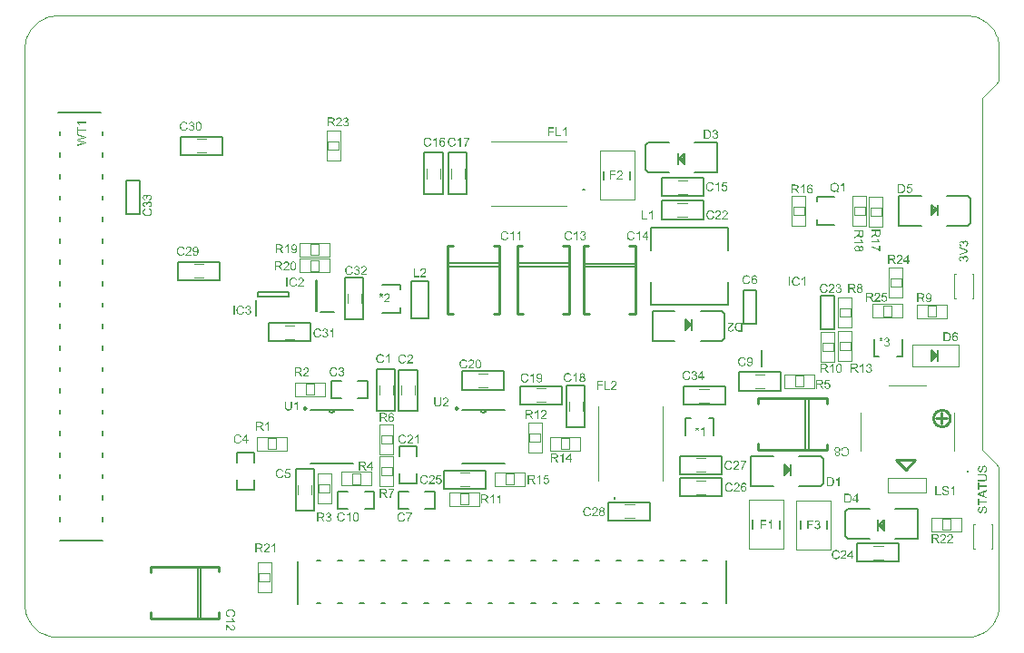
<source format=gto>
G04*
G04 #@! TF.GenerationSoftware,Altium Limited,Altium Designer,20.2.7 (254)*
G04*
G04 Layer_Color=65535*
%FSLAX25Y25*%
%MOIN*%
G70*
G04*
G04 #@! TF.SameCoordinates,2A94134D-DB51-4003-A73D-B3C5D03A2459*
G04*
G04*
G04 #@! TF.FilePolarity,Positive*
G04*
G01*
G75*
%ADD10C,0.00787*%
%ADD11C,0.00300*%
%ADD12C,0.01000*%
%ADD13C,0.00984*%
%ADD14C,0.00100*%
%ADD15C,0.00394*%
%ADD16C,0.00400*%
%ADD17C,0.00500*%
%ADD18C,0.00600*%
%ADD19C,0.00299*%
%ADD20C,0.00591*%
G36*
X227470Y377209D02*
X224911D01*
X224916Y377204D01*
X224935Y377180D01*
X224963Y377152D01*
X224997Y377105D01*
X225039Y377053D01*
X225086Y376986D01*
X225138Y376911D01*
X225191Y376825D01*
Y376821D01*
X225195Y376816D01*
X225214Y376788D01*
X225238Y376740D01*
X225266Y376684D01*
X225299Y376617D01*
X225332Y376547D01*
X225366Y376476D01*
X225394Y376405D01*
X225006D01*
Y376409D01*
X224997Y376419D01*
X224992Y376438D01*
X224978Y376461D01*
X224963Y376490D01*
X224945Y376523D01*
X224897Y376603D01*
X224845Y376698D01*
X224779Y376792D01*
X224703Y376892D01*
X224623Y376991D01*
X224618Y376996D01*
X224613Y377000D01*
X224599Y377015D01*
X224585Y377034D01*
X224538Y377076D01*
X224481Y377133D01*
X224415Y377190D01*
X224339Y377251D01*
X224264Y377303D01*
X224183Y377351D01*
Y377611D01*
X227470D01*
Y377209D01*
D02*
G37*
G36*
X224585Y374735D02*
X227470D01*
Y374300D01*
X224585D01*
Y373221D01*
X224197D01*
Y375813D01*
X224585D01*
Y374735D01*
D02*
G37*
G36*
X227470Y372162D02*
Y371736D01*
X224978Y371050D01*
X224973D01*
X224963Y371045D01*
X224949Y371041D01*
X224926Y371036D01*
X224874Y371022D01*
X224812Y371008D01*
X224746Y370989D01*
X224685Y370970D01*
X224632Y370956D01*
X224609Y370951D01*
X224595Y370946D01*
X224599D01*
X224604Y370941D01*
X224632Y370937D01*
X224675Y370927D01*
X224727Y370913D01*
X224784Y370899D01*
X224850Y370880D01*
X224916Y370866D01*
X224978Y370847D01*
X227470Y370156D01*
Y369702D01*
X224197Y368846D01*
Y369295D01*
X226345Y369782D01*
X226349D01*
X226359Y369787D01*
X226378Y369792D01*
X226401Y369797D01*
X226435Y369801D01*
X226468Y369811D01*
X226510Y369820D01*
X226557Y369830D01*
X226657Y369853D01*
X226770Y369877D01*
X226893Y369901D01*
X227016Y369924D01*
X227012D01*
X226993Y369929D01*
X226969Y369939D01*
X226931Y369943D01*
X226893Y369953D01*
X226846Y369967D01*
X226742Y369991D01*
X226638Y370019D01*
X226586Y370028D01*
X226539Y370043D01*
X226496Y370052D01*
X226458Y370062D01*
X226430Y370071D01*
X226411Y370076D01*
X224197Y370695D01*
Y371220D01*
X225857Y371684D01*
X225862D01*
X225886Y371693D01*
X225919Y371703D01*
X225962Y371712D01*
X226018Y371727D01*
X226080Y371745D01*
X226151Y371764D01*
X226231Y371783D01*
X226321Y371807D01*
X226411Y371826D01*
X226605Y371868D01*
X226808Y371911D01*
X227016Y371944D01*
X227012D01*
X227002Y371949D01*
X226983D01*
X226960Y371958D01*
X226931Y371963D01*
X226898Y371972D01*
X226855Y371977D01*
X226808Y371991D01*
X226704Y372015D01*
X226581Y372043D01*
X226449Y372072D01*
X226302Y372110D01*
X224197Y372621D01*
Y373060D01*
X227470Y372162D01*
D02*
G37*
G36*
X303801Y320468D02*
X303843Y320463D01*
X303896Y320459D01*
X303948Y320454D01*
X304009Y320440D01*
X304137Y320411D01*
X304279Y320369D01*
X304350Y320340D01*
X304416Y320307D01*
X304482Y320265D01*
X304548Y320222D01*
X304553Y320217D01*
X304562Y320213D01*
X304581Y320198D01*
X304605Y320175D01*
X304629Y320151D01*
X304662Y320118D01*
X304695Y320080D01*
X304733Y320042D01*
X304771Y319995D01*
X304808Y319938D01*
X304851Y319882D01*
X304889Y319820D01*
X304922Y319749D01*
X304960Y319678D01*
X304988Y319603D01*
X305017Y319517D01*
X304591Y319418D01*
Y319423D01*
X304586Y319432D01*
X304577Y319451D01*
X304567Y319475D01*
X304558Y319503D01*
X304544Y319541D01*
X304506Y319617D01*
X304458Y319702D01*
X304402Y319787D01*
X304331Y319867D01*
X304255Y319938D01*
X304246Y319948D01*
X304217Y319967D01*
X304170Y319990D01*
X304108Y320023D01*
X304028Y320052D01*
X303938Y320080D01*
X303829Y320099D01*
X303711Y320104D01*
X303673D01*
X303650Y320099D01*
X303616D01*
X303579Y320094D01*
X303489Y320080D01*
X303389Y320061D01*
X303285Y320028D01*
X303177Y319981D01*
X303077Y319919D01*
X303073D01*
X303068Y319910D01*
X303035Y319886D01*
X302992Y319848D01*
X302940Y319792D01*
X302879Y319721D01*
X302822Y319640D01*
X302770Y319541D01*
X302723Y319432D01*
Y319427D01*
X302718Y319418D01*
X302713Y319404D01*
X302708Y319380D01*
X302699Y319352D01*
X302689Y319319D01*
X302675Y319238D01*
X302656Y319144D01*
X302637Y319040D01*
X302628Y318926D01*
X302623Y318803D01*
Y318798D01*
Y318784D01*
Y318761D01*
Y318732D01*
X302628Y318699D01*
Y318657D01*
X302633Y318609D01*
X302637Y318557D01*
X302652Y318444D01*
X302675Y318321D01*
X302704Y318198D01*
X302741Y318075D01*
Y318070D01*
X302746Y318061D01*
X302756Y318046D01*
X302765Y318023D01*
X302794Y317966D01*
X302836Y317900D01*
X302888Y317824D01*
X302954Y317744D01*
X303030Y317673D01*
X303120Y317606D01*
X303125D01*
X303134Y317602D01*
X303148Y317592D01*
X303167Y317583D01*
X303191Y317573D01*
X303219Y317559D01*
X303285Y317531D01*
X303370Y317502D01*
X303465Y317479D01*
X303569Y317460D01*
X303678Y317455D01*
X303711D01*
X303740Y317460D01*
X303773D01*
X303806Y317465D01*
X303891Y317483D01*
X303990Y317507D01*
X304089Y317545D01*
X304193Y317597D01*
X304246Y317625D01*
X304293Y317663D01*
X304298Y317668D01*
X304302Y317673D01*
X304316Y317687D01*
X304335Y317701D01*
X304354Y317725D01*
X304378Y317753D01*
X304406Y317781D01*
X304430Y317819D01*
X304458Y317862D01*
X304491Y317909D01*
X304520Y317956D01*
X304548Y318013D01*
X304572Y318075D01*
X304596Y318141D01*
X304619Y318212D01*
X304638Y318288D01*
X305073Y318179D01*
Y318174D01*
X305069Y318155D01*
X305059Y318127D01*
X305045Y318089D01*
X305031Y318046D01*
X305012Y317994D01*
X304988Y317938D01*
X304960Y317876D01*
X304894Y317744D01*
X304808Y317611D01*
X304756Y317545D01*
X304704Y317479D01*
X304648Y317422D01*
X304581Y317365D01*
X304577Y317360D01*
X304567Y317351D01*
X304544Y317342D01*
X304520Y317323D01*
X304482Y317299D01*
X304444Y317275D01*
X304392Y317252D01*
X304340Y317228D01*
X304279Y317200D01*
X304212Y317176D01*
X304141Y317152D01*
X304066Y317129D01*
X303985Y317110D01*
X303900Y317100D01*
X303810Y317091D01*
X303716Y317086D01*
X303664D01*
X303626Y317091D01*
X303583D01*
X303531Y317096D01*
X303475Y317105D01*
X303408Y317115D01*
X303271Y317138D01*
X303129Y317176D01*
X302987Y317228D01*
X302921Y317261D01*
X302855Y317299D01*
X302850Y317304D01*
X302841Y317308D01*
X302822Y317323D01*
X302803Y317342D01*
X302775Y317360D01*
X302741Y317389D01*
X302704Y317422D01*
X302666Y317460D01*
X302628Y317502D01*
X302585Y317545D01*
X302500Y317654D01*
X302420Y317781D01*
X302349Y317923D01*
Y317928D01*
X302339Y317942D01*
X302335Y317966D01*
X302321Y317994D01*
X302311Y318032D01*
X302297Y318079D01*
X302278Y318131D01*
X302264Y318188D01*
X302250Y318250D01*
X302231Y318321D01*
X302207Y318467D01*
X302188Y318633D01*
X302179Y318803D01*
Y318808D01*
Y318827D01*
Y318855D01*
X302183Y318888D01*
Y318936D01*
X302188Y318983D01*
X302193Y319044D01*
X302202Y319106D01*
X302226Y319243D01*
X302259Y319394D01*
X302306Y319546D01*
X302373Y319692D01*
X302377Y319697D01*
X302382Y319711D01*
X302391Y319730D01*
X302410Y319754D01*
X302429Y319787D01*
X302453Y319825D01*
X302514Y319910D01*
X302595Y320005D01*
X302689Y320099D01*
X302798Y320194D01*
X302926Y320274D01*
X302931Y320279D01*
X302945Y320284D01*
X302964Y320293D01*
X302987Y320307D01*
X303025Y320321D01*
X303063Y320336D01*
X303110Y320355D01*
X303162Y320374D01*
X303219Y320392D01*
X303281Y320411D01*
X303413Y320440D01*
X303564Y320463D01*
X303720Y320473D01*
X303768D01*
X303801Y320468D01*
D02*
G37*
G36*
X306606Y320426D02*
X306644Y320421D01*
X306691Y320416D01*
X306743Y320407D01*
X306795Y320397D01*
X306918Y320364D01*
X307041Y320317D01*
X307102Y320288D01*
X307164Y320255D01*
X307221Y320213D01*
X307273Y320165D01*
X307277Y320161D01*
X307287Y320156D01*
X307296Y320137D01*
X307315Y320118D01*
X307339Y320094D01*
X307363Y320061D01*
X307386Y320028D01*
X307415Y319986D01*
X307462Y319896D01*
X307509Y319782D01*
X307528Y319725D01*
X307538Y319659D01*
X307547Y319593D01*
X307552Y319522D01*
Y319513D01*
Y319489D01*
X307547Y319451D01*
X307542Y319399D01*
X307533Y319342D01*
X307514Y319276D01*
X307495Y319205D01*
X307467Y319134D01*
X307462Y319125D01*
X307453Y319101D01*
X307434Y319063D01*
X307405Y319011D01*
X307367Y318954D01*
X307320Y318884D01*
X307263Y318813D01*
X307197Y318732D01*
X307188Y318723D01*
X307164Y318694D01*
X307140Y318671D01*
X307117Y318647D01*
X307088Y318619D01*
X307050Y318581D01*
X307013Y318543D01*
X306965Y318500D01*
X306918Y318453D01*
X306861Y318401D01*
X306800Y318349D01*
X306734Y318288D01*
X306658Y318226D01*
X306582Y318160D01*
X306577Y318155D01*
X306568Y318146D01*
X306549Y318131D01*
X306525Y318113D01*
X306497Y318084D01*
X306464Y318056D01*
X306388Y317994D01*
X306308Y317923D01*
X306232Y317852D01*
X306166Y317791D01*
X306138Y317767D01*
X306114Y317744D01*
X306109Y317739D01*
X306095Y317725D01*
X306076Y317706D01*
X306052Y317677D01*
X306029Y317644D01*
X306000Y317611D01*
X305944Y317531D01*
X307557D01*
Y317143D01*
X305385D01*
Y317148D01*
Y317167D01*
Y317195D01*
X305390Y317233D01*
X305395Y317275D01*
X305404Y317323D01*
X305414Y317370D01*
X305433Y317422D01*
Y317427D01*
X305437Y317431D01*
X305447Y317460D01*
X305466Y317502D01*
X305494Y317559D01*
X305532Y317625D01*
X305579Y317701D01*
X305631Y317777D01*
X305698Y317857D01*
Y317862D01*
X305707Y317867D01*
X305731Y317895D01*
X305773Y317938D01*
X305835Y317999D01*
X305906Y318070D01*
X305996Y318155D01*
X306104Y318250D01*
X306223Y318349D01*
X306227Y318354D01*
X306246Y318368D01*
X306275Y318392D01*
X306308Y318420D01*
X306350Y318458D01*
X306402Y318500D01*
X306454Y318548D01*
X306516Y318600D01*
X306634Y318713D01*
X306752Y318827D01*
X306809Y318884D01*
X306861Y318940D01*
X306909Y318992D01*
X306946Y319044D01*
Y319049D01*
X306956Y319054D01*
X306965Y319068D01*
X306975Y319087D01*
X307008Y319139D01*
X307046Y319200D01*
X307079Y319276D01*
X307112Y319357D01*
X307131Y319446D01*
X307140Y319532D01*
Y319536D01*
Y319541D01*
X307136Y319569D01*
X307131Y319617D01*
X307117Y319669D01*
X307098Y319735D01*
X307065Y319801D01*
X307022Y319867D01*
X306965Y319934D01*
X306956Y319943D01*
X306932Y319962D01*
X306899Y319986D01*
X306847Y320019D01*
X306781Y320047D01*
X306705Y320076D01*
X306615Y320094D01*
X306516Y320099D01*
X306488D01*
X306469Y320094D01*
X306412Y320090D01*
X306346Y320076D01*
X306275Y320057D01*
X306194Y320023D01*
X306119Y319981D01*
X306048Y319924D01*
X306038Y319915D01*
X306019Y319891D01*
X305991Y319853D01*
X305963Y319796D01*
X305929Y319730D01*
X305901Y319645D01*
X305882Y319550D01*
X305873Y319442D01*
X305461Y319484D01*
Y319489D01*
X305466Y319503D01*
Y319527D01*
X305471Y319560D01*
X305480Y319598D01*
X305490Y319640D01*
X305504Y319692D01*
X305518Y319744D01*
X305556Y319858D01*
X305612Y319971D01*
X305646Y320028D01*
X305688Y320085D01*
X305731Y320137D01*
X305778Y320184D01*
X305783Y320189D01*
X305792Y320194D01*
X305806Y320208D01*
X305830Y320222D01*
X305858Y320241D01*
X305892Y320260D01*
X305929Y320284D01*
X305977Y320307D01*
X306029Y320331D01*
X306085Y320355D01*
X306147Y320374D01*
X306213Y320392D01*
X306284Y320407D01*
X306360Y320421D01*
X306440Y320426D01*
X306525Y320430D01*
X306573D01*
X306606Y320426D01*
D02*
G37*
G36*
X301540Y317143D02*
X301105D01*
Y320416D01*
X301540D01*
Y317143D01*
D02*
G37*
G36*
X501958Y285432D02*
X501556D01*
Y287991D01*
X501552Y287986D01*
X501528Y287967D01*
X501500Y287939D01*
X501452Y287906D01*
X501400Y287863D01*
X501334Y287816D01*
X501258Y287764D01*
X501173Y287712D01*
X501168D01*
X501164Y287707D01*
X501135Y287688D01*
X501088Y287665D01*
X501031Y287636D01*
X500965Y287603D01*
X500894Y287570D01*
X500823Y287537D01*
X500752Y287508D01*
Y287896D01*
X500757D01*
X500766Y287906D01*
X500785Y287911D01*
X500809Y287925D01*
X500837Y287939D01*
X500870Y287958D01*
X500951Y288005D01*
X501046Y288057D01*
X501140Y288123D01*
X501239Y288199D01*
X501339Y288279D01*
X501343Y288284D01*
X501348Y288289D01*
X501362Y288303D01*
X501381Y288317D01*
X501424Y288365D01*
X501481Y288421D01*
X501537Y288488D01*
X501599Y288563D01*
X501651Y288639D01*
X501698Y288719D01*
X501958D01*
Y285432D01*
D02*
G37*
G36*
X498870Y288700D02*
X498912D01*
X499012Y288696D01*
X499116Y288682D01*
X499229Y288667D01*
X499333Y288644D01*
X499385Y288629D01*
X499428Y288615D01*
X499433D01*
X499437Y288611D01*
X499466Y288596D01*
X499508Y288577D01*
X499560Y288544D01*
X499617Y288502D01*
X499679Y288445D01*
X499735Y288379D01*
X499792Y288303D01*
Y288298D01*
X499797Y288294D01*
X499816Y288265D01*
X499835Y288218D01*
X499863Y288156D01*
X499887Y288086D01*
X499910Y288000D01*
X499924Y287911D01*
X499929Y287811D01*
Y287806D01*
Y287797D01*
Y287778D01*
X499924Y287754D01*
Y287721D01*
X499920Y287688D01*
X499901Y287608D01*
X499872Y287513D01*
X499835Y287414D01*
X499778Y287315D01*
X499740Y287267D01*
X499702Y287220D01*
X499697Y287215D01*
X499693Y287210D01*
X499679Y287196D01*
X499660Y287182D01*
X499636Y287163D01*
X499608Y287144D01*
X499570Y287121D01*
X499532Y287092D01*
X499485Y287069D01*
X499433Y287045D01*
X499376Y287017D01*
X499314Y286993D01*
X499243Y286974D01*
X499172Y286950D01*
X499092Y286936D01*
X499007Y286922D01*
X499016Y286917D01*
X499035Y286908D01*
X499064Y286889D01*
X499101Y286870D01*
X499187Y286818D01*
X499229Y286785D01*
X499267Y286756D01*
X499276Y286747D01*
X499300Y286723D01*
X499338Y286685D01*
X499385Y286638D01*
X499437Y286572D01*
X499499Y286501D01*
X499560Y286416D01*
X499626Y286321D01*
X500189Y285432D01*
X499650D01*
X499220Y286113D01*
Y286118D01*
X499210Y286127D01*
X499201Y286141D01*
X499187Y286160D01*
X499154Y286212D01*
X499111Y286279D01*
X499059Y286350D01*
X499007Y286425D01*
X498955Y286496D01*
X498908Y286562D01*
X498903Y286567D01*
X498889Y286586D01*
X498865Y286614D01*
X498832Y286648D01*
X498761Y286719D01*
X498723Y286752D01*
X498685Y286780D01*
X498680Y286785D01*
X498671Y286789D01*
X498652Y286799D01*
X498624Y286813D01*
X498595Y286827D01*
X498562Y286842D01*
X498487Y286865D01*
X498482D01*
X498472Y286870D01*
X498453D01*
X498430Y286875D01*
X498397Y286879D01*
X498359D01*
X498307Y286884D01*
X497749D01*
Y285432D01*
X497313D01*
Y288705D01*
X498832D01*
X498870Y288700D01*
D02*
G37*
G36*
X504153Y288715D02*
X504215Y288705D01*
X504285Y288691D01*
X504361Y288672D01*
X504442Y288648D01*
X504517Y288611D01*
X504522D01*
X504527Y288606D01*
X504550Y288592D01*
X504588Y288568D01*
X504635Y288535D01*
X504688Y288488D01*
X504744Y288436D01*
X504796Y288374D01*
X504848Y288303D01*
X504853Y288294D01*
X504872Y288270D01*
X504891Y288227D01*
X504924Y288166D01*
X504952Y288095D01*
X504990Y288015D01*
X505023Y287920D01*
X505052Y287816D01*
Y287811D01*
X505056Y287802D01*
X505061Y287788D01*
X505066Y287764D01*
X505071Y287736D01*
X505075Y287702D01*
X505085Y287660D01*
X505090Y287613D01*
X505099Y287560D01*
X505104Y287504D01*
X505108Y287438D01*
X505118Y287371D01*
X505123Y287296D01*
Y287220D01*
X505127Y287135D01*
Y287045D01*
Y287040D01*
Y287021D01*
Y286988D01*
Y286950D01*
X505123Y286898D01*
Y286842D01*
X505118Y286780D01*
X505113Y286714D01*
X505099Y286562D01*
X505075Y286406D01*
X505047Y286255D01*
X505028Y286184D01*
X505005Y286113D01*
Y286108D01*
X505000Y286099D01*
X504990Y286080D01*
X504981Y286056D01*
X504971Y286023D01*
X504952Y285990D01*
X504915Y285910D01*
X504867Y285824D01*
X504806Y285730D01*
X504735Y285645D01*
X504650Y285564D01*
X504645D01*
X504640Y285555D01*
X504626Y285545D01*
X504607Y285536D01*
X504584Y285522D01*
X504560Y285503D01*
X504489Y285470D01*
X504404Y285437D01*
X504304Y285404D01*
X504186Y285385D01*
X504059Y285375D01*
X504011D01*
X503978Y285380D01*
X503940Y285385D01*
X503893Y285394D01*
X503841Y285404D01*
X503784Y285418D01*
X503727Y285437D01*
X503666Y285456D01*
X503604Y285484D01*
X503543Y285517D01*
X503481Y285555D01*
X503420Y285602D01*
X503363Y285654D01*
X503311Y285711D01*
X503306Y285716D01*
X503297Y285730D01*
X503283Y285754D01*
X503259Y285791D01*
X503235Y285834D01*
X503212Y285891D01*
X503179Y285957D01*
X503150Y286033D01*
X503122Y286118D01*
X503093Y286217D01*
X503065Y286326D01*
X503042Y286449D01*
X503018Y286581D01*
X503004Y286723D01*
X502994Y286879D01*
X502989Y287045D01*
Y287050D01*
Y287069D01*
Y287102D01*
Y287140D01*
X502994Y287192D01*
Y287248D01*
X502999Y287310D01*
X503004Y287381D01*
X503018Y287527D01*
X503042Y287683D01*
X503070Y287840D01*
X503089Y287911D01*
X503108Y287981D01*
Y287986D01*
X503113Y287996D01*
X503122Y288015D01*
X503131Y288038D01*
X503141Y288071D01*
X503160Y288104D01*
X503198Y288185D01*
X503245Y288270D01*
X503306Y288360D01*
X503377Y288450D01*
X503463Y288525D01*
X503467D01*
X503472Y288535D01*
X503486Y288544D01*
X503505Y288554D01*
X503529Y288573D01*
X503557Y288587D01*
X503628Y288625D01*
X503713Y288658D01*
X503813Y288691D01*
X503931Y288710D01*
X504059Y288719D01*
X504101D01*
X504153Y288715D01*
D02*
G37*
G36*
X488393Y320744D02*
X488435Y320739D01*
X488487Y320734D01*
X488539Y320729D01*
X488601Y320715D01*
X488729Y320687D01*
X488870Y320644D01*
X488941Y320616D01*
X489008Y320583D01*
X489074Y320540D01*
X489140Y320498D01*
X489145Y320493D01*
X489154Y320488D01*
X489173Y320474D01*
X489197Y320450D01*
X489220Y320427D01*
X489254Y320394D01*
X489287Y320356D01*
X489325Y320318D01*
X489362Y320271D01*
X489400Y320214D01*
X489443Y320157D01*
X489481Y320096D01*
X489514Y320025D01*
X489551Y319954D01*
X489580Y319878D01*
X489608Y319793D01*
X489183Y319694D01*
Y319698D01*
X489178Y319708D01*
X489168Y319727D01*
X489159Y319750D01*
X489149Y319779D01*
X489135Y319817D01*
X489097Y319892D01*
X489050Y319977D01*
X488993Y320063D01*
X488922Y320143D01*
X488847Y320214D01*
X488837Y320223D01*
X488809Y320242D01*
X488762Y320266D01*
X488700Y320299D01*
X488620Y320327D01*
X488530Y320356D01*
X488421Y320375D01*
X488303Y320379D01*
X488265D01*
X488241Y320375D01*
X488208D01*
X488170Y320370D01*
X488081Y320356D01*
X487981Y320337D01*
X487877Y320304D01*
X487768Y320256D01*
X487669Y320195D01*
X487664D01*
X487660Y320186D01*
X487626Y320162D01*
X487584Y320124D01*
X487532Y320067D01*
X487470Y319996D01*
X487414Y319916D01*
X487361Y319817D01*
X487314Y319708D01*
Y319703D01*
X487310Y319694D01*
X487305Y319679D01*
X487300Y319656D01*
X487291Y319627D01*
X487281Y319594D01*
X487267Y319514D01*
X487248Y319419D01*
X487229Y319315D01*
X487220Y319202D01*
X487215Y319079D01*
Y319074D01*
Y319060D01*
Y319036D01*
Y319008D01*
X487220Y318975D01*
Y318932D01*
X487224Y318885D01*
X487229Y318833D01*
X487243Y318719D01*
X487267Y318596D01*
X487295Y318473D01*
X487333Y318350D01*
Y318346D01*
X487338Y318336D01*
X487347Y318322D01*
X487357Y318298D01*
X487385Y318242D01*
X487428Y318175D01*
X487480Y318100D01*
X487546Y318019D01*
X487622Y317948D01*
X487711Y317882D01*
X487716D01*
X487726Y317877D01*
X487740Y317868D01*
X487759Y317858D01*
X487782Y317849D01*
X487811Y317835D01*
X487877Y317806D01*
X487962Y317778D01*
X488057Y317754D01*
X488161Y317735D01*
X488270Y317731D01*
X488303D01*
X488331Y317735D01*
X488364D01*
X488397Y317740D01*
X488483Y317759D01*
X488582Y317783D01*
X488681Y317821D01*
X488785Y317873D01*
X488837Y317901D01*
X488885Y317939D01*
X488889Y317944D01*
X488894Y317948D01*
X488908Y317963D01*
X488927Y317977D01*
X488946Y318000D01*
X488970Y318029D01*
X488998Y318057D01*
X489022Y318095D01*
X489050Y318138D01*
X489083Y318185D01*
X489112Y318232D01*
X489140Y318289D01*
X489164Y318350D01*
X489187Y318417D01*
X489211Y318488D01*
X489230Y318563D01*
X489665Y318454D01*
Y318450D01*
X489660Y318431D01*
X489651Y318402D01*
X489637Y318365D01*
X489622Y318322D01*
X489604Y318270D01*
X489580Y318213D01*
X489551Y318152D01*
X489485Y318019D01*
X489400Y317887D01*
X489348Y317821D01*
X489296Y317754D01*
X489239Y317698D01*
X489173Y317641D01*
X489168Y317636D01*
X489159Y317627D01*
X489135Y317617D01*
X489112Y317598D01*
X489074Y317575D01*
X489036Y317551D01*
X488984Y317527D01*
X488932Y317504D01*
X488870Y317475D01*
X488804Y317452D01*
X488733Y317428D01*
X488658Y317404D01*
X488577Y317385D01*
X488492Y317376D01*
X488402Y317367D01*
X488308Y317362D01*
X488256D01*
X488218Y317367D01*
X488175D01*
X488123Y317371D01*
X488066Y317381D01*
X488000Y317390D01*
X487863Y317414D01*
X487721Y317452D01*
X487579Y317504D01*
X487513Y317537D01*
X487447Y317575D01*
X487442Y317579D01*
X487432Y317584D01*
X487414Y317598D01*
X487395Y317617D01*
X487366Y317636D01*
X487333Y317665D01*
X487295Y317698D01*
X487257Y317735D01*
X487220Y317778D01*
X487177Y317821D01*
X487092Y317929D01*
X487011Y318057D01*
X486940Y318199D01*
Y318204D01*
X486931Y318218D01*
X486926Y318242D01*
X486912Y318270D01*
X486903Y318308D01*
X486889Y318355D01*
X486870Y318407D01*
X486855Y318464D01*
X486841Y318525D01*
X486822Y318596D01*
X486799Y318743D01*
X486780Y318909D01*
X486770Y319079D01*
Y319083D01*
Y319102D01*
Y319131D01*
X486775Y319164D01*
Y319211D01*
X486780Y319258D01*
X486785Y319320D01*
X486794Y319381D01*
X486818Y319519D01*
X486851Y319670D01*
X486898Y319821D01*
X486964Y319968D01*
X486969Y319973D01*
X486974Y319987D01*
X486983Y320006D01*
X487002Y320029D01*
X487021Y320063D01*
X487045Y320100D01*
X487106Y320186D01*
X487186Y320280D01*
X487281Y320375D01*
X487390Y320469D01*
X487518Y320550D01*
X487522Y320554D01*
X487536Y320559D01*
X487555Y320569D01*
X487579Y320583D01*
X487617Y320597D01*
X487655Y320611D01*
X487702Y320630D01*
X487754Y320649D01*
X487811Y320668D01*
X487872Y320687D01*
X488005Y320715D01*
X488156Y320739D01*
X488312Y320748D01*
X488359D01*
X488393Y320744D01*
D02*
G37*
G36*
X491548Y317419D02*
X491146D01*
Y319977D01*
X491141Y319973D01*
X491117Y319954D01*
X491089Y319925D01*
X491041Y319892D01*
X490989Y319850D01*
X490923Y319802D01*
X490847Y319750D01*
X490762Y319698D01*
X490758D01*
X490753Y319694D01*
X490725Y319675D01*
X490677Y319651D01*
X490621Y319623D01*
X490554Y319590D01*
X490483Y319556D01*
X490412Y319523D01*
X490341Y319495D01*
Y319883D01*
X490346D01*
X490356Y319892D01*
X490375Y319897D01*
X490398Y319911D01*
X490427Y319925D01*
X490460Y319944D01*
X490540Y319992D01*
X490635Y320044D01*
X490729Y320110D01*
X490829Y320186D01*
X490928Y320266D01*
X490933Y320271D01*
X490937Y320275D01*
X490952Y320290D01*
X490971Y320304D01*
X491013Y320351D01*
X491070Y320408D01*
X491127Y320474D01*
X491188Y320550D01*
X491240Y320625D01*
X491287Y320706D01*
X491548D01*
Y317419D01*
D02*
G37*
G36*
X486132D02*
X485697D01*
Y320692D01*
X486132D01*
Y317419D01*
D02*
G37*
G36*
X498629Y318145D02*
X498671Y318141D01*
X498723Y318136D01*
X498775Y318131D01*
X498837Y318117D01*
X498965Y318089D01*
X499106Y318046D01*
X499177Y318018D01*
X499244Y317985D01*
X499310Y317942D01*
X499376Y317899D01*
X499381Y317895D01*
X499390Y317890D01*
X499409Y317876D01*
X499433Y317852D01*
X499457Y317828D01*
X499490Y317795D01*
X499523Y317757D01*
X499560Y317720D01*
X499598Y317672D01*
X499636Y317616D01*
X499679Y317559D01*
X499717Y317497D01*
X499750Y317426D01*
X499788Y317355D01*
X499816Y317280D01*
X499844Y317195D01*
X499419Y317095D01*
Y317100D01*
X499414Y317109D01*
X499404Y317128D01*
X499395Y317152D01*
X499385Y317180D01*
X499371Y317218D01*
X499333Y317294D01*
X499286Y317379D01*
X499229Y317464D01*
X499158Y317545D01*
X499083Y317616D01*
X499073Y317625D01*
X499045Y317644D01*
X498998Y317668D01*
X498936Y317701D01*
X498856Y317729D01*
X498766Y317757D01*
X498657Y317776D01*
X498539Y317781D01*
X498501D01*
X498477Y317776D01*
X498444D01*
X498406Y317772D01*
X498316Y317757D01*
X498217Y317739D01*
X498113Y317705D01*
X498004Y317658D01*
X497905Y317597D01*
X497900D01*
X497896Y317587D01*
X497862Y317564D01*
X497820Y317526D01*
X497768Y317469D01*
X497706Y317398D01*
X497650Y317318D01*
X497598Y317218D01*
X497550Y317109D01*
Y317105D01*
X497545Y317095D01*
X497541Y317081D01*
X497536Y317057D01*
X497527Y317029D01*
X497517Y316996D01*
X497503Y316915D01*
X497484Y316821D01*
X497465Y316717D01*
X497456Y316603D01*
X497451Y316480D01*
Y316476D01*
Y316461D01*
Y316438D01*
Y316409D01*
X497456Y316376D01*
Y316334D01*
X497460Y316286D01*
X497465Y316234D01*
X497479Y316121D01*
X497503Y315998D01*
X497531Y315875D01*
X497569Y315752D01*
Y315747D01*
X497574Y315738D01*
X497583Y315723D01*
X497593Y315700D01*
X497621Y315643D01*
X497664Y315577D01*
X497716Y315501D01*
X497782Y315421D01*
X497858Y315350D01*
X497948Y315284D01*
X497952D01*
X497962Y315279D01*
X497976Y315269D01*
X497995Y315260D01*
X498019Y315250D01*
X498047Y315236D01*
X498113Y315208D01*
X498198Y315180D01*
X498293Y315156D01*
X498397Y315137D01*
X498506Y315132D01*
X498539D01*
X498567Y315137D01*
X498600D01*
X498633Y315142D01*
X498719Y315161D01*
X498818Y315184D01*
X498917Y315222D01*
X499021Y315274D01*
X499073Y315303D01*
X499121Y315340D01*
X499125Y315345D01*
X499130Y315350D01*
X499144Y315364D01*
X499163Y315378D01*
X499182Y315402D01*
X499206Y315430D01*
X499234Y315459D01*
X499258Y315496D01*
X499286Y315539D01*
X499319Y315586D01*
X499348Y315634D01*
X499376Y315690D01*
X499400Y315752D01*
X499423Y315818D01*
X499447Y315889D01*
X499466Y315965D01*
X499901Y315856D01*
Y315851D01*
X499896Y315832D01*
X499887Y315804D01*
X499873Y315766D01*
X499859Y315723D01*
X499840Y315671D01*
X499816Y315615D01*
X499788Y315553D01*
X499721Y315421D01*
X499636Y315288D01*
X499584Y315222D01*
X499532Y315156D01*
X499475Y315099D01*
X499409Y315042D01*
X499404Y315038D01*
X499395Y315028D01*
X499371Y315019D01*
X499348Y315000D01*
X499310Y314976D01*
X499272Y314953D01*
X499220Y314929D01*
X499168Y314905D01*
X499106Y314877D01*
X499040Y314853D01*
X498969Y314830D01*
X498894Y314806D01*
X498813Y314787D01*
X498728Y314777D01*
X498638Y314768D01*
X498544Y314763D01*
X498491D01*
X498454Y314768D01*
X498411D01*
X498359Y314773D01*
X498302Y314782D01*
X498236Y314792D01*
X498099Y314815D01*
X497957Y314853D01*
X497815Y314905D01*
X497749Y314938D01*
X497683Y314976D01*
X497678Y314981D01*
X497669Y314986D01*
X497650Y315000D01*
X497631Y315019D01*
X497602Y315038D01*
X497569Y315066D01*
X497531Y315099D01*
X497494Y315137D01*
X497456Y315180D01*
X497413Y315222D01*
X497328Y315331D01*
X497248Y315459D01*
X497177Y315601D01*
Y315605D01*
X497167Y315619D01*
X497162Y315643D01*
X497148Y315671D01*
X497139Y315709D01*
X497125Y315757D01*
X497106Y315809D01*
X497091Y315865D01*
X497077Y315927D01*
X497058Y315998D01*
X497035Y316144D01*
X497016Y316310D01*
X497006Y316480D01*
Y316485D01*
Y316504D01*
Y316532D01*
X497011Y316565D01*
Y316613D01*
X497016Y316660D01*
X497020Y316722D01*
X497030Y316783D01*
X497054Y316920D01*
X497087Y317072D01*
X497134Y317223D01*
X497200Y317370D01*
X497205Y317374D01*
X497210Y317389D01*
X497219Y317407D01*
X497238Y317431D01*
X497257Y317464D01*
X497281Y317502D01*
X497342Y317587D01*
X497423Y317682D01*
X497517Y317776D01*
X497626Y317871D01*
X497754Y317951D01*
X497758Y317956D01*
X497773Y317961D01*
X497791Y317970D01*
X497815Y317985D01*
X497853Y317999D01*
X497891Y318013D01*
X497938Y318032D01*
X497990Y318051D01*
X498047Y318070D01*
X498108Y318089D01*
X498241Y318117D01*
X498392Y318141D01*
X498548Y318150D01*
X498596D01*
X498629Y318145D01*
D02*
G37*
G36*
X503940Y318103D02*
X504002Y318093D01*
X504078Y318079D01*
X504163Y318055D01*
X504248Y318027D01*
X504333Y317989D01*
X504338D01*
X504343Y317985D01*
X504371Y317970D01*
X504414Y317942D01*
X504461Y317909D01*
X504518Y317862D01*
X504574Y317810D01*
X504631Y317748D01*
X504678Y317677D01*
X504683Y317668D01*
X504697Y317644D01*
X504716Y317601D01*
X504740Y317549D01*
X504764Y317488D01*
X504782Y317417D01*
X504797Y317337D01*
X504801Y317256D01*
Y317247D01*
Y317218D01*
X504797Y317180D01*
X504787Y317128D01*
X504773Y317067D01*
X504749Y317001D01*
X504721Y316934D01*
X504683Y316868D01*
X504678Y316859D01*
X504664Y316840D01*
X504636Y316807D01*
X504598Y316769D01*
X504551Y316726D01*
X504494Y316679D01*
X504428Y316636D01*
X504347Y316594D01*
X504352D01*
X504361Y316589D01*
X504376Y316584D01*
X504395Y316580D01*
X504447Y316561D01*
X504513Y316532D01*
X504589Y316494D01*
X504664Y316447D01*
X504735Y316386D01*
X504801Y316315D01*
X504806Y316305D01*
X504825Y316277D01*
X504853Y316230D01*
X504882Y316168D01*
X504910Y316092D01*
X504939Y316003D01*
X504957Y315898D01*
X504962Y315785D01*
Y315780D01*
Y315766D01*
Y315742D01*
X504957Y315714D01*
X504953Y315676D01*
X504943Y315634D01*
X504934Y315586D01*
X504924Y315534D01*
X504886Y315421D01*
X504858Y315359D01*
X504830Y315303D01*
X504792Y315241D01*
X504749Y315180D01*
X504702Y315118D01*
X504645Y315061D01*
X504640Y315057D01*
X504631Y315047D01*
X504612Y315033D01*
X504589Y315014D01*
X504560Y314990D01*
X504522Y314967D01*
X504480Y314938D01*
X504428Y314915D01*
X504376Y314886D01*
X504314Y314858D01*
X504253Y314834D01*
X504182Y314811D01*
X504106Y314792D01*
X504026Y314777D01*
X503945Y314768D01*
X503855Y314763D01*
X503813D01*
X503784Y314768D01*
X503747Y314773D01*
X503704Y314777D01*
X503657Y314787D01*
X503605Y314796D01*
X503491Y314825D01*
X503373Y314872D01*
X503311Y314900D01*
X503255Y314934D01*
X503198Y314976D01*
X503141Y315019D01*
X503136Y315023D01*
X503127Y315033D01*
X503113Y315047D01*
X503099Y315066D01*
X503075Y315090D01*
X503051Y315123D01*
X503023Y315156D01*
X502994Y315198D01*
X502966Y315246D01*
X502938Y315293D01*
X502886Y315407D01*
X502843Y315539D01*
X502829Y315610D01*
X502819Y315686D01*
X503222Y315738D01*
Y315733D01*
X503226Y315723D01*
X503231Y315705D01*
X503236Y315681D01*
X503240Y315653D01*
X503250Y315619D01*
X503274Y315548D01*
X503307Y315463D01*
X503349Y315383D01*
X503397Y315307D01*
X503453Y315241D01*
X503463Y315236D01*
X503482Y315217D01*
X503519Y315194D01*
X503567Y315170D01*
X503624Y315142D01*
X503694Y315118D01*
X503775Y315099D01*
X503860Y315094D01*
X503889D01*
X503907Y315099D01*
X503959Y315104D01*
X504026Y315118D01*
X504101Y315142D01*
X504182Y315175D01*
X504262Y315222D01*
X504338Y315288D01*
X504347Y315298D01*
X504371Y315326D01*
X504399Y315369D01*
X504437Y315426D01*
X504475Y315496D01*
X504503Y315577D01*
X504527Y315671D01*
X504536Y315776D01*
Y315780D01*
Y315790D01*
Y315804D01*
X504532Y315823D01*
X504527Y315875D01*
X504513Y315936D01*
X504494Y316012D01*
X504461Y316088D01*
X504414Y316163D01*
X504352Y316234D01*
X504343Y316244D01*
X504319Y316263D01*
X504281Y316291D01*
X504229Y316324D01*
X504163Y316357D01*
X504082Y316386D01*
X503993Y316405D01*
X503893Y316414D01*
X503851D01*
X503818Y316409D01*
X503775Y316405D01*
X503728Y316395D01*
X503671Y316386D01*
X503609Y316371D01*
X503657Y316726D01*
X503680D01*
X503699Y316722D01*
X503761D01*
X503813Y316731D01*
X503874Y316740D01*
X503945Y316755D01*
X504026Y316778D01*
X504101Y316811D01*
X504182Y316854D01*
X504186D01*
X504191Y316859D01*
X504215Y316878D01*
X504248Y316911D01*
X504286Y316953D01*
X504324Y317015D01*
X504357Y317086D01*
X504380Y317166D01*
X504390Y317214D01*
Y317266D01*
Y317270D01*
Y317275D01*
Y317303D01*
X504380Y317341D01*
X504371Y317393D01*
X504352Y317450D01*
X504328Y317512D01*
X504290Y317573D01*
X504239Y317630D01*
X504234Y317635D01*
X504210Y317653D01*
X504177Y317677D01*
X504134Y317705D01*
X504078Y317729D01*
X504011Y317753D01*
X503936Y317772D01*
X503851Y317776D01*
X503813D01*
X503770Y317767D01*
X503714Y317757D01*
X503652Y317739D01*
X503590Y317715D01*
X503524Y317677D01*
X503463Y317630D01*
X503458Y317625D01*
X503439Y317601D01*
X503411Y317568D01*
X503378Y317521D01*
X503344Y317460D01*
X503311Y317384D01*
X503283Y317294D01*
X503264Y317190D01*
X502862Y317261D01*
Y317266D01*
X502867Y317280D01*
X502872Y317299D01*
X502876Y317327D01*
X502886Y317360D01*
X502900Y317398D01*
X502928Y317488D01*
X502976Y317592D01*
X503032Y317696D01*
X503103Y317795D01*
X503193Y317885D01*
X503198Y317890D01*
X503207Y317895D01*
X503222Y317904D01*
X503240Y317918D01*
X503264Y317937D01*
X503297Y317956D01*
X503330Y317975D01*
X503373Y317999D01*
X503468Y318037D01*
X503576Y318074D01*
X503704Y318098D01*
X503770Y318108D01*
X503889D01*
X503940Y318103D01*
D02*
G37*
G36*
X501434D02*
X501471Y318098D01*
X501519Y318093D01*
X501571Y318084D01*
X501623Y318074D01*
X501746Y318041D01*
X501869Y317994D01*
X501930Y317966D01*
X501992Y317933D01*
X502048Y317890D01*
X502101Y317843D01*
X502105Y317838D01*
X502115Y317833D01*
X502124Y317814D01*
X502143Y317795D01*
X502167Y317772D01*
X502190Y317739D01*
X502214Y317705D01*
X502242Y317663D01*
X502290Y317573D01*
X502337Y317460D01*
X502356Y317403D01*
X502365Y317337D01*
X502375Y317270D01*
X502380Y317199D01*
Y317190D01*
Y317166D01*
X502375Y317128D01*
X502370Y317076D01*
X502361Y317020D01*
X502342Y316953D01*
X502323Y316882D01*
X502294Y316811D01*
X502290Y316802D01*
X502280Y316778D01*
X502261Y316740D01*
X502233Y316688D01*
X502195Y316632D01*
X502148Y316561D01*
X502091Y316490D01*
X502025Y316409D01*
X502015Y316400D01*
X501992Y316371D01*
X501968Y316348D01*
X501944Y316324D01*
X501916Y316296D01*
X501878Y316258D01*
X501840Y316220D01*
X501793Y316178D01*
X501746Y316130D01*
X501689Y316078D01*
X501627Y316026D01*
X501561Y315965D01*
X501486Y315903D01*
X501410Y315837D01*
X501405Y315832D01*
X501396Y315823D01*
X501377Y315809D01*
X501353Y315790D01*
X501325Y315761D01*
X501292Y315733D01*
X501216Y315671D01*
X501136Y315601D01*
X501060Y315530D01*
X500994Y315468D01*
X500965Y315444D01*
X500942Y315421D01*
X500937Y315416D01*
X500923Y315402D01*
X500904Y315383D01*
X500880Y315355D01*
X500856Y315321D01*
X500828Y315288D01*
X500771Y315208D01*
X502384D01*
Y314820D01*
X500213D01*
Y314825D01*
Y314844D01*
Y314872D01*
X500218Y314910D01*
X500223Y314953D01*
X500232Y315000D01*
X500242Y315047D01*
X500261Y315099D01*
Y315104D01*
X500265Y315109D01*
X500275Y315137D01*
X500294Y315180D01*
X500322Y315236D01*
X500360Y315303D01*
X500407Y315378D01*
X500459Y315454D01*
X500525Y315534D01*
Y315539D01*
X500535Y315544D01*
X500559Y315572D01*
X500601Y315615D01*
X500663Y315676D01*
X500734Y315747D01*
X500823Y315832D01*
X500932Y315927D01*
X501051Y316026D01*
X501055Y316031D01*
X501074Y316045D01*
X501102Y316069D01*
X501136Y316097D01*
X501178Y316135D01*
X501230Y316178D01*
X501282Y316225D01*
X501344Y316277D01*
X501462Y316390D01*
X501580Y316504D01*
X501637Y316561D01*
X501689Y316617D01*
X501736Y316670D01*
X501774Y316722D01*
Y316726D01*
X501784Y316731D01*
X501793Y316745D01*
X501802Y316764D01*
X501836Y316816D01*
X501873Y316878D01*
X501907Y316953D01*
X501940Y317034D01*
X501959Y317124D01*
X501968Y317209D01*
Y317214D01*
Y317218D01*
X501963Y317247D01*
X501959Y317294D01*
X501944Y317346D01*
X501926Y317412D01*
X501892Y317478D01*
X501850Y317545D01*
X501793Y317611D01*
X501784Y317620D01*
X501760Y317639D01*
X501727Y317663D01*
X501675Y317696D01*
X501609Y317724D01*
X501533Y317753D01*
X501443Y317772D01*
X501344Y317776D01*
X501315D01*
X501296Y317772D01*
X501240Y317767D01*
X501173Y317753D01*
X501102Y317734D01*
X501022Y317701D01*
X500946Y317658D01*
X500876Y317601D01*
X500866Y317592D01*
X500847Y317568D01*
X500819Y317530D01*
X500790Y317474D01*
X500757Y317407D01*
X500729Y317322D01*
X500710Y317228D01*
X500701Y317119D01*
X500289Y317161D01*
Y317166D01*
X500294Y317180D01*
Y317204D01*
X500298Y317237D01*
X500308Y317275D01*
X500317Y317318D01*
X500331Y317370D01*
X500346Y317422D01*
X500384Y317535D01*
X500440Y317649D01*
X500473Y317705D01*
X500516Y317762D01*
X500559Y317814D01*
X500606Y317862D01*
X500611Y317866D01*
X500620Y317871D01*
X500634Y317885D01*
X500658Y317899D01*
X500686Y317918D01*
X500719Y317937D01*
X500757Y317961D01*
X500805Y317985D01*
X500856Y318008D01*
X500913Y318032D01*
X500975Y318051D01*
X501041Y318070D01*
X501112Y318084D01*
X501188Y318098D01*
X501268Y318103D01*
X501353Y318108D01*
X501401D01*
X501434Y318103D01*
D02*
G37*
G36*
X357982Y274412D02*
Y274407D01*
Y274388D01*
Y274364D01*
Y274331D01*
X357977Y274289D01*
Y274241D01*
X357972Y274184D01*
X357968Y274128D01*
X357953Y274000D01*
X357934Y273868D01*
X357906Y273740D01*
X357887Y273678D01*
X357868Y273622D01*
Y273617D01*
X357864Y273607D01*
X357854Y273593D01*
X357845Y273574D01*
X357816Y273522D01*
X357774Y273456D01*
X357717Y273380D01*
X357651Y273305D01*
X357566Y273224D01*
X357462Y273153D01*
X357457D01*
X357447Y273144D01*
X357433Y273139D01*
X357410Y273125D01*
X357381Y273111D01*
X357343Y273097D01*
X357305Y273082D01*
X357258Y273063D01*
X357206Y273045D01*
X357149Y273030D01*
X357088Y273016D01*
X357017Y273002D01*
X356946Y272993D01*
X356870Y272983D01*
X356700Y272974D01*
X356657D01*
X356624Y272978D01*
X356587D01*
X356539Y272983D01*
X356487Y272988D01*
X356435Y272993D01*
X356317Y273011D01*
X356189Y273040D01*
X356066Y273078D01*
X355948Y273130D01*
X355943D01*
X355934Y273139D01*
X355920Y273149D01*
X355901Y273158D01*
X355849Y273196D01*
X355787Y273248D01*
X355716Y273314D01*
X355650Y273390D01*
X355584Y273484D01*
X355532Y273588D01*
Y273593D01*
X355527Y273603D01*
X355522Y273622D01*
X355513Y273645D01*
X355503Y273674D01*
X355494Y273711D01*
X355480Y273754D01*
X355470Y273806D01*
X355461Y273863D01*
X355447Y273924D01*
X355437Y273991D01*
X355428Y274061D01*
X355418Y274142D01*
X355413Y274227D01*
X355409Y274317D01*
Y274412D01*
Y276304D01*
X355844D01*
Y274412D01*
Y274407D01*
Y274393D01*
Y274369D01*
Y274341D01*
X355849Y274307D01*
Y274265D01*
X355853Y274175D01*
X355863Y274071D01*
X355877Y273967D01*
X355896Y273868D01*
X355905Y273825D01*
X355920Y273782D01*
X355924Y273773D01*
X355934Y273749D01*
X355957Y273716D01*
X355986Y273669D01*
X356019Y273622D01*
X356066Y273570D01*
X356123Y273518D01*
X356189Y273475D01*
X356199Y273470D01*
X356222Y273456D01*
X356265Y273442D01*
X356322Y273423D01*
X356388Y273399D01*
X356473Y273385D01*
X356563Y273371D01*
X356662Y273366D01*
X356710D01*
X356738Y273371D01*
X356780D01*
X356823Y273376D01*
X356927Y273395D01*
X357041Y273418D01*
X357149Y273456D01*
X357253Y273508D01*
X357301Y273541D01*
X357343Y273579D01*
X357348Y273584D01*
X357353Y273588D01*
X357362Y273603D01*
X357376Y273622D01*
X357391Y273650D01*
X357410Y273678D01*
X357428Y273721D01*
X357447Y273764D01*
X357466Y273816D01*
X357480Y273877D01*
X357499Y273948D01*
X357513Y274024D01*
X357528Y274109D01*
X357537Y274199D01*
X357547Y274303D01*
Y274412D01*
Y276304D01*
X357982D01*
Y274412D01*
D02*
G37*
G36*
X359703Y276313D02*
X359741Y276308D01*
X359789Y276304D01*
X359841Y276294D01*
X359893Y276285D01*
X360016Y276252D01*
X360139Y276204D01*
X360200Y276176D01*
X360262Y276143D01*
X360318Y276100D01*
X360370Y276053D01*
X360375Y276048D01*
X360385Y276043D01*
X360394Y276025D01*
X360413Y276006D01*
X360437Y275982D01*
X360460Y275949D01*
X360484Y275916D01*
X360512Y275873D01*
X360560Y275783D01*
X360607Y275670D01*
X360626Y275613D01*
X360635Y275547D01*
X360645Y275481D01*
X360649Y275410D01*
Y275400D01*
Y275377D01*
X360645Y275339D01*
X360640Y275287D01*
X360631Y275230D01*
X360612Y275164D01*
X360593Y275093D01*
X360564Y275022D01*
X360560Y275012D01*
X360550Y274989D01*
X360531Y274951D01*
X360503Y274899D01*
X360465Y274842D01*
X360418Y274771D01*
X360361Y274700D01*
X360295Y274620D01*
X360285Y274610D01*
X360262Y274582D01*
X360238Y274558D01*
X360214Y274535D01*
X360186Y274506D01*
X360148Y274468D01*
X360110Y274430D01*
X360063Y274388D01*
X360016Y274341D01*
X359959Y274289D01*
X359897Y274237D01*
X359831Y274175D01*
X359756Y274114D01*
X359680Y274047D01*
X359675Y274043D01*
X359666Y274033D01*
X359647Y274019D01*
X359623Y274000D01*
X359595Y273972D01*
X359562Y273943D01*
X359486Y273882D01*
X359405Y273811D01*
X359330Y273740D01*
X359264Y273678D01*
X359235Y273655D01*
X359212Y273631D01*
X359207Y273626D01*
X359193Y273612D01*
X359174Y273593D01*
X359150Y273565D01*
X359126Y273532D01*
X359098Y273499D01*
X359041Y273418D01*
X360654D01*
Y273030D01*
X358483D01*
Y273035D01*
Y273054D01*
Y273082D01*
X358488Y273120D01*
X358493Y273163D01*
X358502Y273210D01*
X358512Y273257D01*
X358530Y273309D01*
Y273314D01*
X358535Y273319D01*
X358545Y273347D01*
X358564Y273390D01*
X358592Y273447D01*
X358630Y273513D01*
X358677Y273588D01*
X358729Y273664D01*
X358795Y273745D01*
Y273749D01*
X358805Y273754D01*
X358828Y273782D01*
X358871Y273825D01*
X358932Y273886D01*
X359003Y273957D01*
X359093Y274043D01*
X359202Y274137D01*
X359320Y274237D01*
X359325Y274241D01*
X359344Y274255D01*
X359372Y274279D01*
X359405Y274307D01*
X359448Y274345D01*
X359500Y274388D01*
X359552Y274435D01*
X359614Y274487D01*
X359732Y274601D01*
X359850Y274714D01*
X359907Y274771D01*
X359959Y274828D01*
X360006Y274880D01*
X360044Y274932D01*
Y274937D01*
X360054Y274941D01*
X360063Y274956D01*
X360072Y274974D01*
X360106Y275026D01*
X360143Y275088D01*
X360176Y275164D01*
X360210Y275244D01*
X360229Y275334D01*
X360238Y275419D01*
Y275424D01*
Y275429D01*
X360233Y275457D01*
X360229Y275504D01*
X360214Y275556D01*
X360195Y275622D01*
X360162Y275689D01*
X360120Y275755D01*
X360063Y275821D01*
X360054Y275831D01*
X360030Y275850D01*
X359997Y275873D01*
X359945Y275906D01*
X359878Y275935D01*
X359803Y275963D01*
X359713Y275982D01*
X359614Y275987D01*
X359585D01*
X359566Y275982D01*
X359510Y275977D01*
X359443Y275963D01*
X359372Y275944D01*
X359292Y275911D01*
X359216Y275868D01*
X359145Y275812D01*
X359136Y275802D01*
X359117Y275779D01*
X359089Y275741D01*
X359060Y275684D01*
X359027Y275618D01*
X358999Y275533D01*
X358980Y275438D01*
X358970Y275329D01*
X358559Y275372D01*
Y275377D01*
X358564Y275391D01*
Y275414D01*
X358568Y275447D01*
X358578Y275485D01*
X358587Y275528D01*
X358601Y275580D01*
X358616Y275632D01*
X358653Y275745D01*
X358710Y275859D01*
X358743Y275916D01*
X358786Y275973D01*
X358828Y276025D01*
X358876Y276072D01*
X358880Y276077D01*
X358890Y276081D01*
X358904Y276095D01*
X358928Y276110D01*
X358956Y276129D01*
X358989Y276148D01*
X359027Y276171D01*
X359074Y276195D01*
X359126Y276218D01*
X359183Y276242D01*
X359245Y276261D01*
X359311Y276280D01*
X359382Y276294D01*
X359458Y276308D01*
X359538Y276313D01*
X359623Y276318D01*
X359670D01*
X359703Y276313D01*
D02*
G37*
G36*
X303164Y272994D02*
Y272990D01*
Y272971D01*
Y272947D01*
Y272914D01*
X303159Y272871D01*
Y272824D01*
X303155Y272767D01*
X303150Y272710D01*
X303136Y272583D01*
X303117Y272450D01*
X303088Y272323D01*
X303069Y272261D01*
X303051Y272204D01*
Y272200D01*
X303046Y272190D01*
X303036Y272176D01*
X303027Y272157D01*
X302998Y272105D01*
X302956Y272039D01*
X302899Y271963D01*
X302833Y271887D01*
X302748Y271807D01*
X302644Y271736D01*
X302639D01*
X302630Y271727D01*
X302615Y271722D01*
X302592Y271708D01*
X302563Y271693D01*
X302525Y271679D01*
X302488Y271665D01*
X302440Y271646D01*
X302388Y271627D01*
X302332Y271613D01*
X302270Y271599D01*
X302199Y271585D01*
X302128Y271575D01*
X302052Y271566D01*
X301882Y271556D01*
X301840D01*
X301807Y271561D01*
X301769D01*
X301721Y271566D01*
X301669Y271570D01*
X301617Y271575D01*
X301499Y271594D01*
X301371Y271622D01*
X301248Y271660D01*
X301130Y271712D01*
X301125D01*
X301116Y271722D01*
X301102Y271731D01*
X301083Y271741D01*
X301031Y271779D01*
X300969Y271831D01*
X300898Y271897D01*
X300832Y271972D01*
X300766Y272067D01*
X300714Y272171D01*
Y272176D01*
X300709Y272185D01*
X300705Y272204D01*
X300695Y272228D01*
X300686Y272256D01*
X300676Y272294D01*
X300662Y272337D01*
X300652Y272389D01*
X300643Y272446D01*
X300629Y272507D01*
X300619Y272573D01*
X300610Y272644D01*
X300600Y272725D01*
X300596Y272810D01*
X300591Y272900D01*
Y272994D01*
Y274886D01*
X301026D01*
Y272994D01*
Y272990D01*
Y272975D01*
Y272952D01*
Y272923D01*
X301031Y272890D01*
Y272848D01*
X301036Y272758D01*
X301045Y272654D01*
X301059Y272550D01*
X301078Y272450D01*
X301088Y272408D01*
X301102Y272365D01*
X301107Y272356D01*
X301116Y272332D01*
X301140Y272299D01*
X301168Y272252D01*
X301201Y272204D01*
X301248Y272152D01*
X301305Y272100D01*
X301371Y272058D01*
X301381Y272053D01*
X301405Y272039D01*
X301447Y272025D01*
X301504Y272006D01*
X301570Y271982D01*
X301655Y271968D01*
X301745Y271954D01*
X301844Y271949D01*
X301892D01*
X301920Y271954D01*
X301963D01*
X302005Y271958D01*
X302109Y271977D01*
X302223Y272001D01*
X302332Y272039D01*
X302436Y272091D01*
X302483Y272124D01*
X302525Y272162D01*
X302530Y272166D01*
X302535Y272171D01*
X302544Y272185D01*
X302559Y272204D01*
X302573Y272233D01*
X302592Y272261D01*
X302611Y272304D01*
X302630Y272346D01*
X302648Y272398D01*
X302663Y272460D01*
X302682Y272531D01*
X302696Y272606D01*
X302710Y272691D01*
X302719Y272781D01*
X302729Y272885D01*
Y272994D01*
Y274886D01*
X303164D01*
Y272994D01*
D02*
G37*
G36*
X305236Y271613D02*
X304834D01*
Y274172D01*
X304829Y274167D01*
X304805Y274148D01*
X304777Y274120D01*
X304730Y274087D01*
X304678Y274044D01*
X304611Y273997D01*
X304536Y273945D01*
X304451Y273893D01*
X304446D01*
X304441Y273888D01*
X304413Y273869D01*
X304365Y273846D01*
X304309Y273817D01*
X304242Y273784D01*
X304172Y273751D01*
X304101Y273718D01*
X304030Y273690D01*
Y274077D01*
X304034D01*
X304044Y274087D01*
X304063Y274092D01*
X304086Y274106D01*
X304115Y274120D01*
X304148Y274139D01*
X304228Y274186D01*
X304323Y274238D01*
X304417Y274304D01*
X304517Y274380D01*
X304616Y274461D01*
X304621Y274465D01*
X304626Y274470D01*
X304640Y274484D01*
X304659Y274498D01*
X304701Y274546D01*
X304758Y274602D01*
X304815Y274669D01*
X304876Y274744D01*
X304928Y274820D01*
X304976Y274900D01*
X305236D01*
Y271613D01*
D02*
G37*
G36*
X521641Y314421D02*
X520331D01*
X520156Y313537D01*
X520161Y313541D01*
X520170Y313546D01*
X520185Y313556D01*
X520208Y313570D01*
X520237Y313584D01*
X520270Y313603D01*
X520345Y313641D01*
X520440Y313679D01*
X520544Y313712D01*
X520658Y313735D01*
X520714Y313745D01*
X520819D01*
X520847Y313740D01*
X520885Y313735D01*
X520927Y313731D01*
X520974Y313721D01*
X521027Y313707D01*
X521140Y313674D01*
X521202Y313650D01*
X521263Y313617D01*
X521325Y313584D01*
X521386Y313546D01*
X521443Y313499D01*
X521500Y313447D01*
X521504Y313442D01*
X521514Y313433D01*
X521528Y313418D01*
X521547Y313395D01*
X521570Y313362D01*
X521594Y313329D01*
X521623Y313286D01*
X521651Y313239D01*
X521675Y313187D01*
X521703Y313130D01*
X521727Y313064D01*
X521750Y312997D01*
X521769Y312927D01*
X521783Y312846D01*
X521793Y312766D01*
X521798Y312681D01*
Y312676D01*
Y312662D01*
Y312638D01*
X521793Y312605D01*
X521788Y312567D01*
X521783Y312524D01*
X521774Y312472D01*
X521765Y312420D01*
X521736Y312297D01*
X521689Y312170D01*
X521660Y312104D01*
X521623Y312042D01*
X521585Y311976D01*
X521537Y311914D01*
X521533Y311910D01*
X521523Y311895D01*
X521504Y311876D01*
X521481Y311853D01*
X521448Y311824D01*
X521410Y311787D01*
X521362Y311753D01*
X521310Y311716D01*
X521254Y311678D01*
X521187Y311645D01*
X521116Y311612D01*
X521041Y311578D01*
X520960Y311555D01*
X520870Y311536D01*
X520776Y311522D01*
X520677Y311517D01*
X520634D01*
X520601Y311522D01*
X520563Y311526D01*
X520520Y311531D01*
X520468Y311536D01*
X520416Y311550D01*
X520298Y311578D01*
X520180Y311621D01*
X520118Y311649D01*
X520057Y311683D01*
X520000Y311720D01*
X519943Y311763D01*
X519939Y311768D01*
X519929Y311772D01*
X519920Y311791D01*
X519901Y311810D01*
X519877Y311834D01*
X519853Y311862D01*
X519825Y311900D01*
X519802Y311943D01*
X519773Y311985D01*
X519745Y312037D01*
X519693Y312151D01*
X519650Y312283D01*
X519636Y312354D01*
X519627Y312430D01*
X520048Y312463D01*
Y312458D01*
Y312449D01*
X520052Y312435D01*
X520057Y312411D01*
X520071Y312359D01*
X520090Y312288D01*
X520118Y312217D01*
X520156Y312137D01*
X520203Y312066D01*
X520260Y311999D01*
X520270Y311995D01*
X520289Y311976D01*
X520327Y311952D01*
X520379Y311924D01*
X520435Y311895D01*
X520506Y311872D01*
X520587Y311853D01*
X520677Y311848D01*
X520705D01*
X520724Y311853D01*
X520781Y311858D01*
X520847Y311876D01*
X520927Y311900D01*
X521008Y311938D01*
X521093Y311995D01*
X521131Y312028D01*
X521169Y312066D01*
X521173Y312070D01*
X521178Y312075D01*
X521187Y312089D01*
X521202Y312104D01*
X521235Y312156D01*
X521273Y312222D01*
X521306Y312302D01*
X521339Y312401D01*
X521362Y312520D01*
X521372Y312581D01*
Y312647D01*
Y312652D01*
Y312662D01*
Y312681D01*
X521367Y312704D01*
Y312733D01*
X521362Y312766D01*
X521348Y312841D01*
X521325Y312931D01*
X521291Y313021D01*
X521244Y313106D01*
X521178Y313187D01*
Y313191D01*
X521169Y313196D01*
X521145Y313220D01*
X521102Y313253D01*
X521045Y313291D01*
X520970Y313324D01*
X520885Y313357D01*
X520785Y313381D01*
X520729Y313390D01*
X520639D01*
X520601Y313385D01*
X520554Y313381D01*
X520497Y313366D01*
X520440Y313352D01*
X520379Y313329D01*
X520317Y313300D01*
X520312Y313295D01*
X520293Y313286D01*
X520265Y313262D01*
X520227Y313239D01*
X520189Y313206D01*
X520152Y313163D01*
X520109Y313120D01*
X520076Y313068D01*
X519697Y313120D01*
X520014Y314804D01*
X521641D01*
Y314421D01*
D02*
G37*
G36*
X518245Y314856D02*
X518283Y314852D01*
X518330Y314847D01*
X518383Y314837D01*
X518434Y314828D01*
X518558Y314795D01*
X518680Y314748D01*
X518742Y314719D01*
X518804Y314686D01*
X518860Y314644D01*
X518912Y314596D01*
X518917Y314591D01*
X518926Y314587D01*
X518936Y314568D01*
X518955Y314549D01*
X518979Y314525D01*
X519002Y314492D01*
X519026Y314459D01*
X519054Y314416D01*
X519101Y314327D01*
X519149Y314213D01*
X519168Y314156D01*
X519177Y314090D01*
X519187Y314024D01*
X519191Y313953D01*
Y313943D01*
Y313920D01*
X519187Y313882D01*
X519182Y313830D01*
X519172Y313773D01*
X519153Y313707D01*
X519135Y313636D01*
X519106Y313565D01*
X519101Y313556D01*
X519092Y313532D01*
X519073Y313494D01*
X519045Y313442D01*
X519007Y313385D01*
X518960Y313314D01*
X518903Y313243D01*
X518837Y313163D01*
X518827Y313154D01*
X518804Y313125D01*
X518780Y313102D01*
X518756Y313078D01*
X518728Y313049D01*
X518690Y313012D01*
X518652Y312974D01*
X518605Y312931D01*
X518558Y312884D01*
X518501Y312832D01*
X518439Y312780D01*
X518373Y312718D01*
X518297Y312657D01*
X518222Y312591D01*
X518217Y312586D01*
X518208Y312577D01*
X518189Y312562D01*
X518165Y312543D01*
X518137Y312515D01*
X518103Y312487D01*
X518028Y312425D01*
X517947Y312354D01*
X517872Y312283D01*
X517805Y312222D01*
X517777Y312198D01*
X517753Y312174D01*
X517749Y312170D01*
X517734Y312156D01*
X517716Y312137D01*
X517692Y312108D01*
X517668Y312075D01*
X517640Y312042D01*
X517583Y311962D01*
X519196D01*
Y311574D01*
X517025D01*
Y311578D01*
Y311597D01*
Y311626D01*
X517030Y311664D01*
X517034Y311706D01*
X517044Y311753D01*
X517053Y311801D01*
X517072Y311853D01*
Y311858D01*
X517077Y311862D01*
X517087Y311891D01*
X517105Y311933D01*
X517134Y311990D01*
X517172Y312056D01*
X517219Y312132D01*
X517271Y312208D01*
X517337Y312288D01*
Y312293D01*
X517347Y312297D01*
X517370Y312326D01*
X517413Y312368D01*
X517474Y312430D01*
X517545Y312501D01*
X517635Y312586D01*
X517744Y312681D01*
X517862Y312780D01*
X517867Y312785D01*
X517886Y312799D01*
X517914Y312822D01*
X517947Y312851D01*
X517990Y312889D01*
X518042Y312931D01*
X518094Y312979D01*
X518155Y313031D01*
X518274Y313144D01*
X518392Y313258D01*
X518449Y313314D01*
X518501Y313371D01*
X518548Y313423D01*
X518586Y313475D01*
Y313480D01*
X518595Y313485D01*
X518605Y313499D01*
X518614Y313518D01*
X518647Y313570D01*
X518685Y313631D01*
X518718Y313707D01*
X518751Y313787D01*
X518770Y313877D01*
X518780Y313962D01*
Y313967D01*
Y313972D01*
X518775Y314000D01*
X518770Y314048D01*
X518756Y314100D01*
X518737Y314166D01*
X518704Y314232D01*
X518662Y314298D01*
X518605Y314364D01*
X518595Y314374D01*
X518572Y314393D01*
X518539Y314416D01*
X518487Y314450D01*
X518420Y314478D01*
X518345Y314506D01*
X518255Y314525D01*
X518155Y314530D01*
X518127D01*
X518108Y314525D01*
X518051Y314521D01*
X517985Y314506D01*
X517914Y314487D01*
X517834Y314454D01*
X517758Y314412D01*
X517687Y314355D01*
X517678Y314346D01*
X517659Y314322D01*
X517630Y314284D01*
X517602Y314227D01*
X517569Y314161D01*
X517541Y314076D01*
X517522Y313981D01*
X517512Y313873D01*
X517101Y313915D01*
Y313920D01*
X517105Y313934D01*
Y313958D01*
X517110Y313991D01*
X517120Y314029D01*
X517129Y314071D01*
X517143Y314123D01*
X517157Y314175D01*
X517195Y314289D01*
X517252Y314402D01*
X517285Y314459D01*
X517328Y314516D01*
X517370Y314568D01*
X517418Y314615D01*
X517422Y314620D01*
X517432Y314625D01*
X517446Y314639D01*
X517470Y314653D01*
X517498Y314672D01*
X517531Y314691D01*
X517569Y314714D01*
X517616Y314738D01*
X517668Y314762D01*
X517725Y314785D01*
X517787Y314804D01*
X517853Y314823D01*
X517924Y314837D01*
X517999Y314852D01*
X518080Y314856D01*
X518165Y314861D01*
X518212D01*
X518245Y314856D01*
D02*
G37*
G36*
X515507Y314842D02*
X515549D01*
X515649Y314837D01*
X515753Y314823D01*
X515866Y314809D01*
X515970Y314785D01*
X516022Y314771D01*
X516065Y314757D01*
X516070D01*
X516074Y314752D01*
X516103Y314738D01*
X516145Y314719D01*
X516197Y314686D01*
X516254Y314644D01*
X516316Y314587D01*
X516372Y314521D01*
X516429Y314445D01*
Y314440D01*
X516434Y314435D01*
X516453Y314407D01*
X516472Y314360D01*
X516500Y314298D01*
X516524Y314227D01*
X516547Y314142D01*
X516561Y314052D01*
X516566Y313953D01*
Y313948D01*
Y313939D01*
Y313920D01*
X516561Y313896D01*
Y313863D01*
X516557Y313830D01*
X516538Y313750D01*
X516509Y313655D01*
X516472Y313556D01*
X516415Y313456D01*
X516377Y313409D01*
X516339Y313362D01*
X516334Y313357D01*
X516330Y313352D01*
X516316Y313338D01*
X516297Y313324D01*
X516273Y313305D01*
X516245Y313286D01*
X516207Y313262D01*
X516169Y313234D01*
X516122Y313210D01*
X516070Y313187D01*
X516013Y313158D01*
X515951Y313135D01*
X515880Y313116D01*
X515809Y313092D01*
X515729Y313078D01*
X515644Y313064D01*
X515653Y313059D01*
X515672Y313049D01*
X515701Y313031D01*
X515738Y313012D01*
X515824Y312960D01*
X515866Y312927D01*
X515904Y312898D01*
X515913Y312889D01*
X515937Y312865D01*
X515975Y312827D01*
X516022Y312780D01*
X516074Y312714D01*
X516136Y312643D01*
X516197Y312558D01*
X516263Y312463D01*
X516826Y311574D01*
X516287D01*
X515857Y312255D01*
Y312260D01*
X515847Y312269D01*
X515838Y312283D01*
X515824Y312302D01*
X515791Y312354D01*
X515748Y312420D01*
X515696Y312491D01*
X515644Y312567D01*
X515592Y312638D01*
X515545Y312704D01*
X515540Y312709D01*
X515526Y312728D01*
X515502Y312756D01*
X515469Y312789D01*
X515398Y312860D01*
X515360Y312893D01*
X515322Y312922D01*
X515317Y312927D01*
X515308Y312931D01*
X515289Y312941D01*
X515261Y312955D01*
X515232Y312969D01*
X515199Y312983D01*
X515124Y313007D01*
X515119D01*
X515109Y313012D01*
X515090D01*
X515067Y313016D01*
X515034Y313021D01*
X514996D01*
X514944Y313026D01*
X514386D01*
Y311574D01*
X513950D01*
Y314847D01*
X515469D01*
X515507Y314842D01*
D02*
G37*
G36*
X529484Y326636D02*
X529928D01*
Y326268D01*
X529484D01*
Y325482D01*
X529082D01*
Y326268D01*
X527658D01*
Y326636D01*
X529157Y328755D01*
X529484D01*
Y326636D01*
D02*
G37*
G36*
X526414Y328765D02*
X526452Y328760D01*
X526499Y328755D01*
X526551Y328746D01*
X526603Y328736D01*
X526726Y328703D01*
X526849Y328656D01*
X526910Y328628D01*
X526972Y328595D01*
X527029Y328552D01*
X527081Y328505D01*
X527085Y328500D01*
X527095Y328495D01*
X527104Y328476D01*
X527123Y328457D01*
X527147Y328434D01*
X527171Y328401D01*
X527194Y328368D01*
X527223Y328325D01*
X527270Y328235D01*
X527317Y328122D01*
X527336Y328065D01*
X527346Y327999D01*
X527355Y327933D01*
X527360Y327861D01*
Y327852D01*
Y327828D01*
X527355Y327790D01*
X527350Y327738D01*
X527341Y327682D01*
X527322Y327615D01*
X527303Y327545D01*
X527275Y327474D01*
X527270Y327464D01*
X527260Y327441D01*
X527242Y327403D01*
X527213Y327351D01*
X527175Y327294D01*
X527128Y327223D01*
X527071Y327152D01*
X527005Y327072D01*
X526996Y327062D01*
X526972Y327034D01*
X526948Y327010D01*
X526925Y326987D01*
X526896Y326958D01*
X526859Y326920D01*
X526821Y326882D01*
X526773Y326840D01*
X526726Y326793D01*
X526669Y326741D01*
X526608Y326689D01*
X526542Y326627D01*
X526466Y326566D01*
X526390Y326499D01*
X526385Y326495D01*
X526376Y326485D01*
X526357Y326471D01*
X526333Y326452D01*
X526305Y326424D01*
X526272Y326395D01*
X526196Y326334D01*
X526116Y326263D01*
X526040Y326192D01*
X525974Y326130D01*
X525946Y326107D01*
X525922Y326083D01*
X525917Y326078D01*
X525903Y326064D01*
X525884Y326045D01*
X525860Y326017D01*
X525837Y325984D01*
X525808Y325951D01*
X525752Y325870D01*
X527365D01*
Y325482D01*
X525194D01*
Y325487D01*
Y325506D01*
Y325534D01*
X525198Y325572D01*
X525203Y325615D01*
X525212Y325662D01*
X525222Y325709D01*
X525241Y325761D01*
Y325766D01*
X525246Y325771D01*
X525255Y325799D01*
X525274Y325842D01*
X525302Y325899D01*
X525340Y325965D01*
X525387Y326041D01*
X525440Y326116D01*
X525506Y326197D01*
Y326201D01*
X525515Y326206D01*
X525539Y326234D01*
X525581Y326277D01*
X525643Y326338D01*
X525714Y326409D01*
X525804Y326495D01*
X525913Y326589D01*
X526031Y326689D01*
X526035Y326693D01*
X526054Y326707D01*
X526083Y326731D01*
X526116Y326759D01*
X526158Y326797D01*
X526210Y326840D01*
X526263Y326887D01*
X526324Y326939D01*
X526442Y327053D01*
X526560Y327166D01*
X526617Y327223D01*
X526669Y327280D01*
X526717Y327332D01*
X526754Y327384D01*
Y327389D01*
X526764Y327393D01*
X526773Y327407D01*
X526783Y327426D01*
X526816Y327478D01*
X526854Y327540D01*
X526887Y327615D01*
X526920Y327696D01*
X526939Y327786D01*
X526948Y327871D01*
Y327876D01*
Y327880D01*
X526944Y327909D01*
X526939Y327956D01*
X526925Y328008D01*
X526906Y328074D01*
X526873Y328141D01*
X526830Y328207D01*
X526773Y328273D01*
X526764Y328282D01*
X526740Y328301D01*
X526707Y328325D01*
X526655Y328358D01*
X526589Y328386D01*
X526513Y328415D01*
X526423Y328434D01*
X526324Y328439D01*
X526296D01*
X526277Y328434D01*
X526220Y328429D01*
X526154Y328415D01*
X526083Y328396D01*
X526002Y328363D01*
X525927Y328320D01*
X525856Y328263D01*
X525846Y328254D01*
X525827Y328230D01*
X525799Y328193D01*
X525771Y328136D01*
X525737Y328070D01*
X525709Y327984D01*
X525690Y327890D01*
X525681Y327781D01*
X525269Y327824D01*
Y327828D01*
X525274Y327843D01*
Y327866D01*
X525279Y327899D01*
X525288Y327937D01*
X525298Y327980D01*
X525312Y328032D01*
X525326Y328084D01*
X525364Y328197D01*
X525421Y328311D01*
X525454Y328368D01*
X525496Y328424D01*
X525539Y328476D01*
X525586Y328524D01*
X525591Y328528D01*
X525600Y328533D01*
X525615Y328547D01*
X525638Y328561D01*
X525667Y328580D01*
X525700Y328599D01*
X525737Y328623D01*
X525785Y328647D01*
X525837Y328670D01*
X525893Y328694D01*
X525955Y328713D01*
X526021Y328732D01*
X526092Y328746D01*
X526168Y328760D01*
X526248Y328765D01*
X526333Y328770D01*
X526381D01*
X526414Y328765D01*
D02*
G37*
G36*
X523675Y328751D02*
X523718D01*
X523817Y328746D01*
X523921Y328732D01*
X524035Y328718D01*
X524139Y328694D01*
X524191Y328680D01*
X524233Y328666D01*
X524238D01*
X524243Y328661D01*
X524271Y328647D01*
X524314Y328628D01*
X524366Y328595D01*
X524423Y328552D01*
X524484Y328495D01*
X524541Y328429D01*
X524598Y328353D01*
Y328349D01*
X524602Y328344D01*
X524621Y328316D01*
X524640Y328268D01*
X524669Y328207D01*
X524692Y328136D01*
X524716Y328051D01*
X524730Y327961D01*
X524735Y327861D01*
Y327857D01*
Y327847D01*
Y327828D01*
X524730Y327805D01*
Y327772D01*
X524725Y327738D01*
X524706Y327658D01*
X524678Y327564D01*
X524640Y327464D01*
X524583Y327365D01*
X524545Y327318D01*
X524508Y327270D01*
X524503Y327266D01*
X524498Y327261D01*
X524484Y327247D01*
X524465Y327232D01*
X524441Y327214D01*
X524413Y327195D01*
X524375Y327171D01*
X524337Y327143D01*
X524290Y327119D01*
X524238Y327095D01*
X524181Y327067D01*
X524120Y327043D01*
X524049Y327024D01*
X523978Y327001D01*
X523898Y326987D01*
X523812Y326972D01*
X523822Y326968D01*
X523841Y326958D01*
X523869Y326939D01*
X523907Y326920D01*
X523992Y326868D01*
X524035Y326835D01*
X524073Y326807D01*
X524082Y326797D01*
X524106Y326774D01*
X524144Y326736D01*
X524191Y326689D01*
X524243Y326622D01*
X524304Y326551D01*
X524366Y326466D01*
X524432Y326372D01*
X524995Y325482D01*
X524456D01*
X524025Y326163D01*
Y326168D01*
X524016Y326178D01*
X524006Y326192D01*
X523992Y326211D01*
X523959Y326263D01*
X523916Y326329D01*
X523864Y326400D01*
X523812Y326476D01*
X523760Y326547D01*
X523713Y326613D01*
X523708Y326618D01*
X523694Y326636D01*
X523670Y326665D01*
X523637Y326698D01*
X523566Y326769D01*
X523528Y326802D01*
X523491Y326830D01*
X523486Y326835D01*
X523477Y326840D01*
X523458Y326849D01*
X523429Y326864D01*
X523401Y326878D01*
X523368Y326892D01*
X523292Y326916D01*
X523287D01*
X523278Y326920D01*
X523259D01*
X523235Y326925D01*
X523202Y326930D01*
X523164D01*
X523112Y326934D01*
X522554D01*
Y325482D01*
X522119D01*
Y328755D01*
X523637D01*
X523675Y328751D01*
D02*
G37*
G36*
X323047Y379302D02*
X323109Y379292D01*
X323185Y379278D01*
X323270Y379254D01*
X323355Y379226D01*
X323440Y379188D01*
X323445D01*
X323450Y379183D01*
X323478Y379169D01*
X323520Y379141D01*
X323568Y379108D01*
X323625Y379060D01*
X323681Y379008D01*
X323738Y378947D01*
X323785Y378876D01*
X323790Y378866D01*
X323804Y378843D01*
X323823Y378800D01*
X323847Y378748D01*
X323870Y378687D01*
X323889Y378616D01*
X323904Y378535D01*
X323908Y378455D01*
Y378445D01*
Y378417D01*
X323904Y378379D01*
X323894Y378327D01*
X323880Y378266D01*
X323856Y378199D01*
X323828Y378133D01*
X323790Y378067D01*
X323785Y378058D01*
X323771Y378039D01*
X323743Y378006D01*
X323705Y377968D01*
X323658Y377925D01*
X323601Y377878D01*
X323535Y377835D01*
X323454Y377793D01*
X323459D01*
X323468Y377788D01*
X323483Y377783D01*
X323502Y377779D01*
X323554Y377760D01*
X323620Y377731D01*
X323695Y377693D01*
X323771Y377646D01*
X323842Y377585D01*
X323908Y377514D01*
X323913Y377504D01*
X323932Y377476D01*
X323960Y377428D01*
X323989Y377367D01*
X324017Y377291D01*
X324045Y377201D01*
X324064Y377097D01*
X324069Y376984D01*
Y376979D01*
Y376965D01*
Y376941D01*
X324064Y376913D01*
X324060Y376875D01*
X324050Y376833D01*
X324041Y376785D01*
X324031Y376733D01*
X323993Y376620D01*
X323965Y376558D01*
X323937Y376501D01*
X323899Y376440D01*
X323856Y376378D01*
X323809Y376317D01*
X323752Y376260D01*
X323748Y376255D01*
X323738Y376246D01*
X323719Y376232D01*
X323695Y376213D01*
X323667Y376189D01*
X323629Y376166D01*
X323587Y376137D01*
X323535Y376114D01*
X323483Y376085D01*
X323421Y376057D01*
X323360Y376033D01*
X323289Y376009D01*
X323213Y375991D01*
X323133Y375976D01*
X323052Y375967D01*
X322962Y375962D01*
X322920D01*
X322891Y375967D01*
X322854Y375972D01*
X322811Y375976D01*
X322764Y375986D01*
X322712Y375995D01*
X322598Y376024D01*
X322480Y376071D01*
X322418Y376099D01*
X322362Y376132D01*
X322305Y376175D01*
X322248Y376218D01*
X322243Y376222D01*
X322234Y376232D01*
X322220Y376246D01*
X322206Y376265D01*
X322182Y376289D01*
X322158Y376322D01*
X322130Y376355D01*
X322101Y376397D01*
X322073Y376445D01*
X322045Y376492D01*
X321993Y376605D01*
X321950Y376738D01*
X321936Y376809D01*
X321926Y376885D01*
X322328Y376937D01*
Y376932D01*
X322333Y376922D01*
X322338Y376903D01*
X322343Y376880D01*
X322347Y376851D01*
X322357Y376818D01*
X322381Y376747D01*
X322414Y376662D01*
X322456Y376582D01*
X322504Y376506D01*
X322560Y376440D01*
X322570Y376435D01*
X322589Y376416D01*
X322626Y376393D01*
X322674Y376369D01*
X322731Y376341D01*
X322801Y376317D01*
X322882Y376298D01*
X322967Y376293D01*
X322995D01*
X323014Y376298D01*
X323066Y376303D01*
X323133Y376317D01*
X323208Y376341D01*
X323289Y376374D01*
X323369Y376421D01*
X323445Y376487D01*
X323454Y376497D01*
X323478Y376525D01*
X323506Y376568D01*
X323544Y376624D01*
X323582Y376695D01*
X323610Y376776D01*
X323634Y376870D01*
X323643Y376974D01*
Y376979D01*
Y376989D01*
Y377003D01*
X323639Y377022D01*
X323634Y377074D01*
X323620Y377135D01*
X323601Y377211D01*
X323568Y377287D01*
X323520Y377362D01*
X323459Y377433D01*
X323450Y377443D01*
X323426Y377462D01*
X323388Y377490D01*
X323336Y377523D01*
X323270Y377556D01*
X323189Y377585D01*
X323099Y377603D01*
X323000Y377613D01*
X322958D01*
X322924Y377608D01*
X322882Y377603D01*
X322835Y377594D01*
X322778Y377585D01*
X322716Y377570D01*
X322764Y377925D01*
X322787D01*
X322806Y377920D01*
X322868D01*
X322920Y377930D01*
X322981Y377939D01*
X323052Y377954D01*
X323133Y377977D01*
X323208Y378010D01*
X323289Y378053D01*
X323293D01*
X323298Y378058D01*
X323322Y378076D01*
X323355Y378110D01*
X323393Y378152D01*
X323431Y378214D01*
X323464Y378285D01*
X323487Y378365D01*
X323497Y378412D01*
Y378464D01*
Y378469D01*
Y378474D01*
Y378502D01*
X323487Y378540D01*
X323478Y378592D01*
X323459Y378649D01*
X323435Y378710D01*
X323397Y378772D01*
X323345Y378829D01*
X323341Y378833D01*
X323317Y378852D01*
X323284Y378876D01*
X323241Y378904D01*
X323185Y378928D01*
X323118Y378952D01*
X323043Y378970D01*
X322958Y378975D01*
X322920D01*
X322877Y378966D01*
X322820Y378956D01*
X322759Y378937D01*
X322697Y378914D01*
X322631Y378876D01*
X322570Y378829D01*
X322565Y378824D01*
X322546Y378800D01*
X322518Y378767D01*
X322485Y378720D01*
X322451Y378658D01*
X322418Y378583D01*
X322390Y378493D01*
X322371Y378389D01*
X321969Y378460D01*
Y378464D01*
X321974Y378479D01*
X321978Y378497D01*
X321983Y378526D01*
X321993Y378559D01*
X322007Y378597D01*
X322035Y378687D01*
X322083Y378791D01*
X322139Y378895D01*
X322210Y378994D01*
X322300Y379084D01*
X322305Y379089D01*
X322314Y379093D01*
X322328Y379103D01*
X322347Y379117D01*
X322371Y379136D01*
X322404Y379155D01*
X322437Y379174D01*
X322480Y379197D01*
X322574Y379235D01*
X322683Y379273D01*
X322811Y379297D01*
X322877Y379306D01*
X322995D01*
X323047Y379302D01*
D02*
G37*
G36*
X320541D02*
X320579Y379297D01*
X320626Y379292D01*
X320678Y379283D01*
X320730Y379273D01*
X320853Y379240D01*
X320976Y379193D01*
X321037Y379164D01*
X321099Y379131D01*
X321156Y379089D01*
X321207Y379041D01*
X321212Y379037D01*
X321222Y379032D01*
X321231Y379013D01*
X321250Y378994D01*
X321274Y378970D01*
X321297Y378937D01*
X321321Y378904D01*
X321349Y378862D01*
X321397Y378772D01*
X321444Y378658D01*
X321463Y378602D01*
X321472Y378535D01*
X321482Y378469D01*
X321487Y378398D01*
Y378389D01*
Y378365D01*
X321482Y378327D01*
X321477Y378275D01*
X321468Y378218D01*
X321449Y378152D01*
X321430Y378081D01*
X321402Y378010D01*
X321397Y378001D01*
X321387Y377977D01*
X321368Y377939D01*
X321340Y377887D01*
X321302Y377831D01*
X321255Y377760D01*
X321198Y377689D01*
X321132Y377608D01*
X321122Y377599D01*
X321099Y377570D01*
X321075Y377547D01*
X321052Y377523D01*
X321023Y377495D01*
X320985Y377457D01*
X320947Y377419D01*
X320900Y377376D01*
X320853Y377329D01*
X320796Y377277D01*
X320735Y377225D01*
X320668Y377164D01*
X320593Y377102D01*
X320517Y377036D01*
X320512Y377031D01*
X320503Y377022D01*
X320484Y377008D01*
X320460Y376989D01*
X320432Y376960D01*
X320399Y376932D01*
X320323Y376870D01*
X320243Y376799D01*
X320167Y376728D01*
X320101Y376667D01*
X320072Y376643D01*
X320049Y376620D01*
X320044Y376615D01*
X320030Y376601D01*
X320011Y376582D01*
X319987Y376553D01*
X319964Y376520D01*
X319935Y376487D01*
X319878Y376407D01*
X321491D01*
Y376019D01*
X319320D01*
Y376024D01*
Y376043D01*
Y376071D01*
X319325Y376109D01*
X319330Y376151D01*
X319339Y376199D01*
X319349Y376246D01*
X319368Y376298D01*
Y376303D01*
X319372Y376307D01*
X319382Y376336D01*
X319401Y376378D01*
X319429Y376435D01*
X319467Y376501D01*
X319514Y376577D01*
X319566Y376653D01*
X319633Y376733D01*
Y376738D01*
X319642Y376743D01*
X319666Y376771D01*
X319708Y376814D01*
X319770Y376875D01*
X319841Y376946D01*
X319930Y377031D01*
X320039Y377126D01*
X320158Y377225D01*
X320162Y377230D01*
X320181Y377244D01*
X320210Y377268D01*
X320243Y377296D01*
X320285Y377334D01*
X320337Y377376D01*
X320389Y377424D01*
X320451Y377476D01*
X320569Y377589D01*
X320687Y377703D01*
X320744Y377760D01*
X320796Y377816D01*
X320843Y377868D01*
X320881Y377920D01*
Y377925D01*
X320891Y377930D01*
X320900Y377944D01*
X320910Y377963D01*
X320943Y378015D01*
X320981Y378076D01*
X321014Y378152D01*
X321047Y378233D01*
X321066Y378322D01*
X321075Y378408D01*
Y378412D01*
Y378417D01*
X321070Y378445D01*
X321066Y378493D01*
X321052Y378545D01*
X321033Y378611D01*
X320999Y378677D01*
X320957Y378743D01*
X320900Y378810D01*
X320891Y378819D01*
X320867Y378838D01*
X320834Y378862D01*
X320782Y378895D01*
X320716Y378923D01*
X320640Y378952D01*
X320550Y378970D01*
X320451Y378975D01*
X320422D01*
X320403Y378970D01*
X320347Y378966D01*
X320281Y378952D01*
X320210Y378933D01*
X320129Y378900D01*
X320053Y378857D01*
X319983Y378800D01*
X319973Y378791D01*
X319954Y378767D01*
X319926Y378729D01*
X319897Y378672D01*
X319864Y378606D01*
X319836Y378521D01*
X319817Y378427D01*
X319808Y378318D01*
X319396Y378360D01*
Y378365D01*
X319401Y378379D01*
Y378403D01*
X319405Y378436D01*
X319415Y378474D01*
X319424Y378516D01*
X319439Y378568D01*
X319453Y378620D01*
X319491Y378734D01*
X319547Y378847D01*
X319580Y378904D01*
X319623Y378961D01*
X319666Y379013D01*
X319713Y379060D01*
X319718Y379065D01*
X319727Y379070D01*
X319741Y379084D01*
X319765Y379098D01*
X319793Y379117D01*
X319826Y379136D01*
X319864Y379160D01*
X319912Y379183D01*
X319964Y379207D01*
X320020Y379231D01*
X320082Y379250D01*
X320148Y379268D01*
X320219Y379283D01*
X320295Y379297D01*
X320375Y379302D01*
X320460Y379306D01*
X320508D01*
X320541Y379302D01*
D02*
G37*
G36*
X317802Y379287D02*
X317845D01*
X317944Y379283D01*
X318048Y379268D01*
X318161Y379254D01*
X318266Y379231D01*
X318318Y379216D01*
X318360Y379202D01*
X318365D01*
X318370Y379197D01*
X318398Y379183D01*
X318441Y379164D01*
X318493Y379131D01*
X318549Y379089D01*
X318611Y379032D01*
X318668Y378966D01*
X318724Y378890D01*
Y378885D01*
X318729Y378881D01*
X318748Y378852D01*
X318767Y378805D01*
X318795Y378743D01*
X318819Y378672D01*
X318843Y378587D01*
X318857Y378497D01*
X318862Y378398D01*
Y378393D01*
Y378384D01*
Y378365D01*
X318857Y378341D01*
Y378308D01*
X318852Y378275D01*
X318833Y378195D01*
X318805Y378100D01*
X318767Y378001D01*
X318710Y377901D01*
X318672Y377854D01*
X318634Y377807D01*
X318630Y377802D01*
X318625Y377797D01*
X318611Y377783D01*
X318592Y377769D01*
X318568Y377750D01*
X318540Y377731D01*
X318502Y377708D01*
X318464Y377679D01*
X318417Y377656D01*
X318365Y377632D01*
X318308Y377603D01*
X318247Y377580D01*
X318176Y377561D01*
X318105Y377537D01*
X318024Y377523D01*
X317939Y377509D01*
X317949Y377504D01*
X317968Y377495D01*
X317996Y377476D01*
X318034Y377457D01*
X318119Y377405D01*
X318161Y377372D01*
X318199Y377343D01*
X318209Y377334D01*
X318232Y377310D01*
X318270Y377272D01*
X318318Y377225D01*
X318370Y377159D01*
X318431Y377088D01*
X318493Y377003D01*
X318559Y376908D01*
X319122Y376019D01*
X318582D01*
X318152Y376700D01*
Y376705D01*
X318143Y376714D01*
X318133Y376728D01*
X318119Y376747D01*
X318086Y376799D01*
X318043Y376866D01*
X317991Y376937D01*
X317939Y377012D01*
X317887Y377083D01*
X317840Y377149D01*
X317835Y377154D01*
X317821Y377173D01*
X317797Y377201D01*
X317764Y377235D01*
X317693Y377306D01*
X317655Y377339D01*
X317618Y377367D01*
X317613Y377372D01*
X317603Y377376D01*
X317584Y377386D01*
X317556Y377400D01*
X317528Y377414D01*
X317495Y377428D01*
X317419Y377452D01*
X317414D01*
X317405Y377457D01*
X317386D01*
X317362Y377462D01*
X317329Y377466D01*
X317291D01*
X317239Y377471D01*
X316681D01*
Y376019D01*
X316246D01*
Y379292D01*
X317764D01*
X317802Y379287D01*
D02*
G37*
G36*
X544913Y226127D02*
X544951Y226122D01*
X544998Y226118D01*
X545050Y226108D01*
X545102Y226099D01*
X545225Y226066D01*
X545348Y226018D01*
X545410Y225990D01*
X545471Y225957D01*
X545528Y225914D01*
X545580Y225867D01*
X545585Y225862D01*
X545594Y225857D01*
X545604Y225839D01*
X545622Y225820D01*
X545646Y225796D01*
X545670Y225763D01*
X545693Y225730D01*
X545722Y225687D01*
X545769Y225597D01*
X545816Y225484D01*
X545835Y225427D01*
X545845Y225361D01*
X545854Y225295D01*
X545859Y225224D01*
Y225214D01*
Y225191D01*
X545854Y225153D01*
X545850Y225101D01*
X545840Y225044D01*
X545821Y224978D01*
X545802Y224907D01*
X545774Y224836D01*
X545769Y224826D01*
X545760Y224803D01*
X545741Y224765D01*
X545712Y224713D01*
X545675Y224656D01*
X545627Y224585D01*
X545570Y224514D01*
X545504Y224434D01*
X545495Y224424D01*
X545471Y224396D01*
X545447Y224372D01*
X545424Y224349D01*
X545395Y224320D01*
X545358Y224282D01*
X545320Y224245D01*
X545272Y224202D01*
X545225Y224155D01*
X545168Y224103D01*
X545107Y224051D01*
X545041Y223989D01*
X544965Y223928D01*
X544889Y223862D01*
X544885Y223857D01*
X544875Y223847D01*
X544856Y223833D01*
X544833Y223814D01*
X544804Y223786D01*
X544771Y223757D01*
X544695Y223696D01*
X544615Y223625D01*
X544539Y223554D01*
X544473Y223493D01*
X544445Y223469D01*
X544421Y223445D01*
X544416Y223441D01*
X544402Y223426D01*
X544383Y223407D01*
X544359Y223379D01*
X544336Y223346D01*
X544308Y223313D01*
X544251Y223232D01*
X545864D01*
Y222845D01*
X543693D01*
Y222849D01*
Y222868D01*
Y222897D01*
X543697Y222934D01*
X543702Y222977D01*
X543712Y223024D01*
X543721Y223072D01*
X543740Y223124D01*
Y223128D01*
X543745Y223133D01*
X543754Y223161D01*
X543773Y223204D01*
X543801Y223261D01*
X543839Y223327D01*
X543887Y223403D01*
X543939Y223478D01*
X544005Y223559D01*
Y223564D01*
X544014Y223568D01*
X544038Y223597D01*
X544080Y223639D01*
X544142Y223701D01*
X544213Y223772D01*
X544303Y223857D01*
X544412Y223951D01*
X544530Y224051D01*
X544534Y224055D01*
X544553Y224070D01*
X544582Y224093D01*
X544615Y224122D01*
X544658Y224160D01*
X544709Y224202D01*
X544762Y224249D01*
X544823Y224301D01*
X544941Y224415D01*
X545060Y224528D01*
X545116Y224585D01*
X545168Y224642D01*
X545216Y224694D01*
X545254Y224746D01*
Y224751D01*
X545263Y224755D01*
X545272Y224770D01*
X545282Y224788D01*
X545315Y224841D01*
X545353Y224902D01*
X545386Y224978D01*
X545419Y225058D01*
X545438Y225148D01*
X545447Y225233D01*
Y225238D01*
Y225243D01*
X545443Y225271D01*
X545438Y225318D01*
X545424Y225370D01*
X545405Y225437D01*
X545372Y225503D01*
X545329Y225569D01*
X545272Y225635D01*
X545263Y225645D01*
X545239Y225664D01*
X545206Y225687D01*
X545154Y225720D01*
X545088Y225749D01*
X545012Y225777D01*
X544922Y225796D01*
X544823Y225801D01*
X544795D01*
X544776Y225796D01*
X544719Y225791D01*
X544653Y225777D01*
X544582Y225758D01*
X544501Y225725D01*
X544426Y225682D01*
X544355Y225626D01*
X544345Y225616D01*
X544326Y225593D01*
X544298Y225555D01*
X544270Y225498D01*
X544237Y225432D01*
X544208Y225347D01*
X544189Y225252D01*
X544180Y225143D01*
X543768Y225186D01*
Y225191D01*
X543773Y225205D01*
Y225228D01*
X543778Y225261D01*
X543787Y225299D01*
X543797Y225342D01*
X543811Y225394D01*
X543825Y225446D01*
X543863Y225559D01*
X543920Y225673D01*
X543953Y225730D01*
X543995Y225787D01*
X544038Y225839D01*
X544085Y225886D01*
X544090Y225891D01*
X544099Y225895D01*
X544114Y225910D01*
X544137Y225924D01*
X544166Y225943D01*
X544199Y225962D01*
X544237Y225985D01*
X544284Y226009D01*
X544336Y226032D01*
X544393Y226056D01*
X544454Y226075D01*
X544520Y226094D01*
X544591Y226108D01*
X544667Y226122D01*
X544747Y226127D01*
X544833Y226132D01*
X544880D01*
X544913Y226127D01*
D02*
G37*
G36*
X542368D02*
X542406Y226122D01*
X542453Y226118D01*
X542505Y226108D01*
X542557Y226099D01*
X542680Y226066D01*
X542803Y226018D01*
X542865Y225990D01*
X542926Y225957D01*
X542983Y225914D01*
X543035Y225867D01*
X543040Y225862D01*
X543049Y225857D01*
X543059Y225839D01*
X543078Y225820D01*
X543101Y225796D01*
X543125Y225763D01*
X543149Y225730D01*
X543177Y225687D01*
X543224Y225597D01*
X543272Y225484D01*
X543291Y225427D01*
X543300Y225361D01*
X543309Y225295D01*
X543314Y225224D01*
Y225214D01*
Y225191D01*
X543309Y225153D01*
X543305Y225101D01*
X543295Y225044D01*
X543276Y224978D01*
X543257Y224907D01*
X543229Y224836D01*
X543224Y224826D01*
X543215Y224803D01*
X543196Y224765D01*
X543168Y224713D01*
X543130Y224656D01*
X543082Y224585D01*
X543026Y224514D01*
X542959Y224434D01*
X542950Y224424D01*
X542926Y224396D01*
X542903Y224372D01*
X542879Y224349D01*
X542851Y224320D01*
X542813Y224282D01*
X542775Y224245D01*
X542728Y224202D01*
X542680Y224155D01*
X542624Y224103D01*
X542562Y224051D01*
X542496Y223989D01*
X542420Y223928D01*
X542345Y223862D01*
X542340Y223857D01*
X542330Y223847D01*
X542311Y223833D01*
X542288Y223814D01*
X542259Y223786D01*
X542226Y223757D01*
X542151Y223696D01*
X542070Y223625D01*
X541994Y223554D01*
X541928Y223493D01*
X541900Y223469D01*
X541876Y223445D01*
X541872Y223441D01*
X541857Y223426D01*
X541838Y223407D01*
X541815Y223379D01*
X541791Y223346D01*
X541763Y223313D01*
X541706Y223232D01*
X543319D01*
Y222845D01*
X541148D01*
Y222849D01*
Y222868D01*
Y222897D01*
X541153Y222934D01*
X541157Y222977D01*
X541167Y223024D01*
X541176Y223072D01*
X541195Y223124D01*
Y223128D01*
X541200Y223133D01*
X541209Y223161D01*
X541228Y223204D01*
X541257Y223261D01*
X541294Y223327D01*
X541342Y223403D01*
X541394Y223478D01*
X541460Y223559D01*
Y223564D01*
X541469Y223568D01*
X541493Y223597D01*
X541536Y223639D01*
X541597Y223701D01*
X541668Y223772D01*
X541758Y223857D01*
X541867Y223951D01*
X541985Y224051D01*
X541990Y224055D01*
X542009Y224070D01*
X542037Y224093D01*
X542070Y224122D01*
X542113Y224160D01*
X542165Y224202D01*
X542217Y224249D01*
X542278Y224301D01*
X542397Y224415D01*
X542515Y224528D01*
X542572Y224585D01*
X542624Y224642D01*
X542671Y224694D01*
X542709Y224746D01*
Y224751D01*
X542718Y224755D01*
X542728Y224770D01*
X542737Y224788D01*
X542770Y224841D01*
X542808Y224902D01*
X542841Y224978D01*
X542874Y225058D01*
X542893Y225148D01*
X542903Y225233D01*
Y225238D01*
Y225243D01*
X542898Y225271D01*
X542893Y225318D01*
X542879Y225370D01*
X542860Y225437D01*
X542827Y225503D01*
X542784Y225569D01*
X542728Y225635D01*
X542718Y225645D01*
X542695Y225664D01*
X542661Y225687D01*
X542609Y225720D01*
X542543Y225749D01*
X542467Y225777D01*
X542378Y225796D01*
X542278Y225801D01*
X542250D01*
X542231Y225796D01*
X542174Y225791D01*
X542108Y225777D01*
X542037Y225758D01*
X541957Y225725D01*
X541881Y225682D01*
X541810Y225626D01*
X541801Y225616D01*
X541782Y225593D01*
X541753Y225555D01*
X541725Y225498D01*
X541692Y225432D01*
X541663Y225347D01*
X541644Y225252D01*
X541635Y225143D01*
X541223Y225186D01*
Y225191D01*
X541228Y225205D01*
Y225228D01*
X541233Y225261D01*
X541243Y225299D01*
X541252Y225342D01*
X541266Y225394D01*
X541280Y225446D01*
X541318Y225559D01*
X541375Y225673D01*
X541408Y225730D01*
X541451Y225787D01*
X541493Y225839D01*
X541540Y225886D01*
X541545Y225891D01*
X541555Y225895D01*
X541569Y225910D01*
X541593Y225924D01*
X541621Y225943D01*
X541654Y225962D01*
X541692Y225985D01*
X541739Y226009D01*
X541791Y226032D01*
X541848Y226056D01*
X541909Y226075D01*
X541976Y226094D01*
X542047Y226108D01*
X542122Y226122D01*
X542203Y226127D01*
X542288Y226132D01*
X542335D01*
X542368Y226127D01*
D02*
G37*
G36*
X539630Y226113D02*
X539672D01*
X539771Y226108D01*
X539876Y226094D01*
X539989Y226080D01*
X540093Y226056D01*
X540145Y226042D01*
X540188Y226028D01*
X540192D01*
X540197Y226023D01*
X540226Y226009D01*
X540268Y225990D01*
X540320Y225957D01*
X540377Y225914D01*
X540438Y225857D01*
X540495Y225791D01*
X540552Y225716D01*
Y225711D01*
X540557Y225706D01*
X540576Y225678D01*
X540594Y225630D01*
X540623Y225569D01*
X540647Y225498D01*
X540670Y225413D01*
X540684Y225323D01*
X540689Y225224D01*
Y225219D01*
Y225209D01*
Y225191D01*
X540684Y225167D01*
Y225134D01*
X540680Y225101D01*
X540661Y225020D01*
X540632Y224926D01*
X540594Y224826D01*
X540538Y224727D01*
X540500Y224680D01*
X540462Y224633D01*
X540457Y224628D01*
X540452Y224623D01*
X540438Y224609D01*
X540419Y224595D01*
X540396Y224576D01*
X540367Y224557D01*
X540330Y224533D01*
X540292Y224505D01*
X540244Y224481D01*
X540192Y224458D01*
X540136Y224429D01*
X540074Y224405D01*
X540003Y224387D01*
X539932Y224363D01*
X539852Y224349D01*
X539767Y224335D01*
X539776Y224330D01*
X539795Y224320D01*
X539823Y224301D01*
X539861Y224282D01*
X539946Y224230D01*
X539989Y224197D01*
X540027Y224169D01*
X540036Y224160D01*
X540060Y224136D01*
X540098Y224098D01*
X540145Y224051D01*
X540197Y223985D01*
X540259Y223914D01*
X540320Y223828D01*
X540386Y223734D01*
X540949Y222845D01*
X540410D01*
X539980Y223526D01*
Y223530D01*
X539970Y223540D01*
X539961Y223554D01*
X539946Y223573D01*
X539913Y223625D01*
X539871Y223691D01*
X539819Y223762D01*
X539767Y223838D01*
X539715Y223909D01*
X539667Y223975D01*
X539663Y223980D01*
X539648Y223999D01*
X539625Y224027D01*
X539592Y224060D01*
X539521Y224131D01*
X539483Y224164D01*
X539445Y224193D01*
X539440Y224197D01*
X539431Y224202D01*
X539412Y224212D01*
X539384Y224226D01*
X539355Y224240D01*
X539322Y224254D01*
X539246Y224278D01*
X539242D01*
X539232Y224282D01*
X539213D01*
X539190Y224287D01*
X539156Y224292D01*
X539119D01*
X539067Y224297D01*
X538509D01*
Y222845D01*
X538073D01*
Y226118D01*
X539592D01*
X539630Y226113D01*
D02*
G37*
G36*
X296941Y219380D02*
X296539D01*
Y221939D01*
X296534Y221934D01*
X296511Y221915D01*
X296482Y221887D01*
X296435Y221854D01*
X296383Y221811D01*
X296317Y221764D01*
X296241Y221712D01*
X296156Y221660D01*
X296151D01*
X296147Y221655D01*
X296118Y221636D01*
X296071Y221613D01*
X296014Y221584D01*
X295948Y221551D01*
X295877Y221518D01*
X295806Y221485D01*
X295735Y221456D01*
Y221844D01*
X295740D01*
X295749Y221854D01*
X295768Y221859D01*
X295792Y221873D01*
X295820Y221887D01*
X295853Y221906D01*
X295934Y221953D01*
X296028Y222005D01*
X296123Y222071D01*
X296222Y222147D01*
X296322Y222227D01*
X296326Y222232D01*
X296331Y222237D01*
X296345Y222251D01*
X296364Y222265D01*
X296407Y222313D01*
X296463Y222369D01*
X296520Y222435D01*
X296582Y222511D01*
X296634Y222587D01*
X296681Y222667D01*
X296941D01*
Y219380D01*
D02*
G37*
G36*
X294046Y222663D02*
X294084Y222658D01*
X294132Y222653D01*
X294184Y222644D01*
X294236Y222634D01*
X294359Y222601D01*
X294482Y222554D01*
X294543Y222525D01*
X294605Y222492D01*
X294661Y222450D01*
X294713Y222402D01*
X294718Y222398D01*
X294728Y222393D01*
X294737Y222374D01*
X294756Y222355D01*
X294780Y222332D01*
X294803Y222298D01*
X294827Y222265D01*
X294855Y222223D01*
X294903Y222133D01*
X294950Y222019D01*
X294969Y221962D01*
X294978Y221896D01*
X294988Y221830D01*
X294992Y221759D01*
Y221750D01*
Y221726D01*
X294988Y221688D01*
X294983Y221636D01*
X294974Y221579D01*
X294955Y221513D01*
X294936Y221442D01*
X294907Y221371D01*
X294903Y221362D01*
X294893Y221338D01*
X294874Y221300D01*
X294846Y221248D01*
X294808Y221192D01*
X294761Y221121D01*
X294704Y221050D01*
X294638Y220969D01*
X294628Y220960D01*
X294605Y220931D01*
X294581Y220908D01*
X294557Y220884D01*
X294529Y220856D01*
X294491Y220818D01*
X294453Y220780D01*
X294406Y220738D01*
X294359Y220690D01*
X294302Y220638D01*
X294240Y220586D01*
X294174Y220525D01*
X294098Y220463D01*
X294023Y220397D01*
X294018Y220392D01*
X294009Y220383D01*
X293990Y220369D01*
X293966Y220350D01*
X293938Y220321D01*
X293905Y220293D01*
X293829Y220231D01*
X293748Y220160D01*
X293673Y220089D01*
X293607Y220028D01*
X293578Y220004D01*
X293555Y219981D01*
X293550Y219976D01*
X293536Y219962D01*
X293517Y219943D01*
X293493Y219914D01*
X293469Y219881D01*
X293441Y219848D01*
X293384Y219768D01*
X294997D01*
Y219380D01*
X292826D01*
Y219385D01*
Y219404D01*
Y219432D01*
X292831Y219470D01*
X292836Y219512D01*
X292845Y219560D01*
X292854Y219607D01*
X292874Y219659D01*
Y219664D01*
X292878Y219669D01*
X292888Y219697D01*
X292907Y219739D01*
X292935Y219796D01*
X292973Y219862D01*
X293020Y219938D01*
X293072Y220014D01*
X293138Y220094D01*
Y220099D01*
X293148Y220104D01*
X293172Y220132D01*
X293214Y220175D01*
X293275Y220236D01*
X293347Y220307D01*
X293436Y220392D01*
X293545Y220487D01*
X293663Y220586D01*
X293668Y220591D01*
X293687Y220605D01*
X293715Y220629D01*
X293748Y220657D01*
X293791Y220695D01*
X293843Y220738D01*
X293895Y220785D01*
X293957Y220837D01*
X294075Y220950D01*
X294193Y221064D01*
X294250Y221121D01*
X294302Y221177D01*
X294349Y221229D01*
X294387Y221281D01*
Y221286D01*
X294396Y221291D01*
X294406Y221305D01*
X294415Y221324D01*
X294448Y221376D01*
X294486Y221438D01*
X294519Y221513D01*
X294553Y221594D01*
X294571Y221684D01*
X294581Y221769D01*
Y221773D01*
Y221778D01*
X294576Y221806D01*
X294571Y221854D01*
X294557Y221906D01*
X294538Y221972D01*
X294505Y222038D01*
X294463Y222104D01*
X294406Y222171D01*
X294396Y222180D01*
X294373Y222199D01*
X294340Y222223D01*
X294288Y222256D01*
X294221Y222284D01*
X294146Y222313D01*
X294056Y222332D01*
X293957Y222336D01*
X293928D01*
X293909Y222332D01*
X293853Y222327D01*
X293786Y222313D01*
X293715Y222294D01*
X293635Y222260D01*
X293559Y222218D01*
X293488Y222161D01*
X293479Y222152D01*
X293460Y222128D01*
X293432Y222090D01*
X293403Y222034D01*
X293370Y221967D01*
X293342Y221882D01*
X293323Y221788D01*
X293313Y221679D01*
X292902Y221721D01*
Y221726D01*
X292907Y221740D01*
Y221764D01*
X292911Y221797D01*
X292921Y221835D01*
X292930Y221877D01*
X292944Y221929D01*
X292959Y221981D01*
X292996Y222095D01*
X293053Y222208D01*
X293086Y222265D01*
X293129Y222322D01*
X293172Y222374D01*
X293219Y222421D01*
X293224Y222426D01*
X293233Y222431D01*
X293247Y222445D01*
X293271Y222459D01*
X293299Y222478D01*
X293332Y222497D01*
X293370Y222521D01*
X293417Y222544D01*
X293469Y222568D01*
X293526Y222592D01*
X293588Y222610D01*
X293654Y222629D01*
X293725Y222644D01*
X293800Y222658D01*
X293881Y222663D01*
X293966Y222667D01*
X294013D01*
X294046Y222663D01*
D02*
G37*
G36*
X291308Y222648D02*
X291350D01*
X291450Y222644D01*
X291554Y222629D01*
X291667Y222615D01*
X291771Y222592D01*
X291823Y222577D01*
X291866Y222563D01*
X291871D01*
X291875Y222558D01*
X291904Y222544D01*
X291946Y222525D01*
X291998Y222492D01*
X292055Y222450D01*
X292117Y222393D01*
X292173Y222327D01*
X292230Y222251D01*
Y222246D01*
X292235Y222242D01*
X292254Y222213D01*
X292273Y222166D01*
X292301Y222104D01*
X292325Y222034D01*
X292348Y221948D01*
X292363Y221859D01*
X292367Y221759D01*
Y221754D01*
Y221745D01*
Y221726D01*
X292363Y221702D01*
Y221669D01*
X292358Y221636D01*
X292339Y221556D01*
X292311Y221461D01*
X292273Y221362D01*
X292216Y221263D01*
X292178Y221215D01*
X292140Y221168D01*
X292136Y221163D01*
X292131Y221158D01*
X292117Y221144D01*
X292098Y221130D01*
X292074Y221111D01*
X292046Y221092D01*
X292008Y221069D01*
X291970Y221040D01*
X291923Y221017D01*
X291871Y220993D01*
X291814Y220965D01*
X291752Y220941D01*
X291682Y220922D01*
X291611Y220898D01*
X291530Y220884D01*
X291445Y220870D01*
X291455Y220865D01*
X291473Y220856D01*
X291502Y220837D01*
X291540Y220818D01*
X291625Y220766D01*
X291667Y220733D01*
X291705Y220704D01*
X291715Y220695D01*
X291738Y220671D01*
X291776Y220633D01*
X291823Y220586D01*
X291875Y220520D01*
X291937Y220449D01*
X291998Y220364D01*
X292065Y220269D01*
X292628Y219380D01*
X292088D01*
X291658Y220061D01*
Y220066D01*
X291648Y220075D01*
X291639Y220089D01*
X291625Y220108D01*
X291592Y220160D01*
X291549Y220227D01*
X291497Y220298D01*
X291445Y220373D01*
X291393Y220444D01*
X291346Y220510D01*
X291341Y220515D01*
X291327Y220534D01*
X291303Y220562D01*
X291270Y220596D01*
X291199Y220667D01*
X291161Y220700D01*
X291123Y220728D01*
X291119Y220733D01*
X291109Y220738D01*
X291090Y220747D01*
X291062Y220761D01*
X291034Y220775D01*
X291000Y220790D01*
X290925Y220813D01*
X290920D01*
X290911Y220818D01*
X290892D01*
X290868Y220823D01*
X290835Y220827D01*
X290797D01*
X290745Y220832D01*
X290187D01*
Y219380D01*
X289752D01*
Y222653D01*
X291270D01*
X291308Y222648D01*
D02*
G37*
G36*
X301215Y326352D02*
X301253Y326348D01*
X301300Y326343D01*
X301352Y326333D01*
X301404Y326324D01*
X301527Y326291D01*
X301650Y326244D01*
X301711Y326215D01*
X301773Y326182D01*
X301830Y326139D01*
X301882Y326092D01*
X301886Y326087D01*
X301896Y326083D01*
X301905Y326064D01*
X301924Y326045D01*
X301948Y326021D01*
X301971Y325988D01*
X301995Y325955D01*
X302024Y325912D01*
X302071Y325823D01*
X302118Y325709D01*
X302137Y325652D01*
X302146Y325586D01*
X302156Y325520D01*
X302161Y325449D01*
Y325440D01*
Y325416D01*
X302156Y325378D01*
X302151Y325326D01*
X302142Y325269D01*
X302123Y325203D01*
X302104Y325132D01*
X302076Y325061D01*
X302071Y325052D01*
X302061Y325028D01*
X302042Y324990D01*
X302014Y324938D01*
X301976Y324881D01*
X301929Y324810D01*
X301872Y324739D01*
X301806Y324659D01*
X301796Y324650D01*
X301773Y324621D01*
X301749Y324598D01*
X301726Y324574D01*
X301697Y324546D01*
X301659Y324508D01*
X301621Y324470D01*
X301574Y324427D01*
X301527Y324380D01*
X301470Y324328D01*
X301409Y324276D01*
X301342Y324214D01*
X301267Y324153D01*
X301191Y324087D01*
X301186Y324082D01*
X301177Y324073D01*
X301158Y324058D01*
X301134Y324039D01*
X301106Y324011D01*
X301073Y323983D01*
X300997Y323921D01*
X300917Y323850D01*
X300841Y323779D01*
X300775Y323718D01*
X300746Y323694D01*
X300723Y323671D01*
X300718Y323666D01*
X300704Y323652D01*
X300685Y323633D01*
X300661Y323604D01*
X300638Y323571D01*
X300609Y323538D01*
X300552Y323458D01*
X302165D01*
Y323070D01*
X299994D01*
Y323075D01*
Y323093D01*
Y323122D01*
X299999Y323160D01*
X300004Y323202D01*
X300013Y323250D01*
X300023Y323297D01*
X300042Y323349D01*
Y323354D01*
X300046Y323358D01*
X300056Y323387D01*
X300075Y323429D01*
X300103Y323486D01*
X300141Y323552D01*
X300188Y323628D01*
X300240Y323704D01*
X300307Y323784D01*
Y323789D01*
X300316Y323793D01*
X300340Y323822D01*
X300382Y323864D01*
X300444Y323926D01*
X300515Y323997D01*
X300605Y324082D01*
X300713Y324177D01*
X300832Y324276D01*
X300836Y324281D01*
X300855Y324295D01*
X300884Y324319D01*
X300917Y324347D01*
X300959Y324385D01*
X301011Y324427D01*
X301063Y324475D01*
X301125Y324527D01*
X301243Y324640D01*
X301361Y324754D01*
X301418Y324810D01*
X301470Y324867D01*
X301517Y324919D01*
X301555Y324971D01*
Y324976D01*
X301565Y324981D01*
X301574Y324995D01*
X301584Y325014D01*
X301617Y325066D01*
X301655Y325127D01*
X301688Y325203D01*
X301721Y325283D01*
X301740Y325373D01*
X301749Y325458D01*
Y325463D01*
Y325468D01*
X301744Y325496D01*
X301740Y325543D01*
X301726Y325596D01*
X301707Y325662D01*
X301673Y325728D01*
X301631Y325794D01*
X301574Y325860D01*
X301565Y325870D01*
X301541Y325889D01*
X301508Y325912D01*
X301456Y325946D01*
X301390Y325974D01*
X301314Y326002D01*
X301224Y326021D01*
X301125Y326026D01*
X301096D01*
X301078Y326021D01*
X301021Y326016D01*
X300955Y326002D01*
X300884Y325983D01*
X300803Y325950D01*
X300727Y325908D01*
X300657Y325851D01*
X300647Y325841D01*
X300628Y325818D01*
X300600Y325780D01*
X300571Y325723D01*
X300538Y325657D01*
X300510Y325572D01*
X300491Y325477D01*
X300482Y325368D01*
X300070Y325411D01*
Y325416D01*
X300075Y325430D01*
Y325454D01*
X300079Y325487D01*
X300089Y325525D01*
X300098Y325567D01*
X300113Y325619D01*
X300127Y325671D01*
X300165Y325785D01*
X300221Y325898D01*
X300254Y325955D01*
X300297Y326012D01*
X300340Y326064D01*
X300387Y326111D01*
X300392Y326116D01*
X300401Y326121D01*
X300415Y326135D01*
X300439Y326149D01*
X300467Y326168D01*
X300500Y326187D01*
X300538Y326210D01*
X300586Y326234D01*
X300638Y326258D01*
X300694Y326281D01*
X300756Y326300D01*
X300822Y326319D01*
X300893Y326333D01*
X300969Y326348D01*
X301049Y326352D01*
X301134Y326357D01*
X301182D01*
X301215Y326352D01*
D02*
G37*
G36*
X298476Y326338D02*
X298518D01*
X298618Y326333D01*
X298722Y326319D01*
X298835Y326305D01*
X298939Y326281D01*
X298991Y326267D01*
X299034Y326253D01*
X299039D01*
X299044Y326248D01*
X299072Y326234D01*
X299114Y326215D01*
X299166Y326182D01*
X299223Y326139D01*
X299285Y326083D01*
X299342Y326016D01*
X299398Y325941D01*
Y325936D01*
X299403Y325931D01*
X299422Y325903D01*
X299441Y325856D01*
X299469Y325794D01*
X299493Y325723D01*
X299517Y325638D01*
X299531Y325548D01*
X299535Y325449D01*
Y325444D01*
Y325435D01*
Y325416D01*
X299531Y325392D01*
Y325359D01*
X299526Y325326D01*
X299507Y325246D01*
X299479Y325151D01*
X299441Y325052D01*
X299384Y324952D01*
X299346Y324905D01*
X299308Y324858D01*
X299304Y324853D01*
X299299Y324848D01*
X299285Y324834D01*
X299266Y324820D01*
X299242Y324801D01*
X299214Y324782D01*
X299176Y324758D01*
X299138Y324730D01*
X299091Y324706D01*
X299039Y324683D01*
X298982Y324654D01*
X298921Y324631D01*
X298850Y324612D01*
X298779Y324588D01*
X298698Y324574D01*
X298613Y324560D01*
X298623Y324555D01*
X298641Y324546D01*
X298670Y324527D01*
X298708Y324508D01*
X298793Y324456D01*
X298835Y324423D01*
X298873Y324394D01*
X298883Y324385D01*
X298906Y324361D01*
X298944Y324323D01*
X298991Y324276D01*
X299044Y324210D01*
X299105Y324139D01*
X299166Y324054D01*
X299233Y323959D01*
X299796Y323070D01*
X299256D01*
X298826Y323751D01*
Y323756D01*
X298816Y323765D01*
X298807Y323779D01*
X298793Y323798D01*
X298760Y323850D01*
X298717Y323916D01*
X298665Y323987D01*
X298613Y324063D01*
X298561Y324134D01*
X298514Y324200D01*
X298509Y324205D01*
X298495Y324224D01*
X298471Y324252D01*
X298438Y324285D01*
X298367Y324356D01*
X298329Y324389D01*
X298291Y324418D01*
X298287Y324423D01*
X298277Y324427D01*
X298258Y324437D01*
X298230Y324451D01*
X298202Y324465D01*
X298168Y324479D01*
X298093Y324503D01*
X298088D01*
X298079Y324508D01*
X298060D01*
X298036Y324512D01*
X298003Y324517D01*
X297965D01*
X297913Y324522D01*
X297355D01*
Y323070D01*
X296920D01*
Y326343D01*
X298438D01*
X298476Y326338D01*
D02*
G37*
G36*
X303759Y326352D02*
X303821Y326343D01*
X303892Y326329D01*
X303967Y326310D01*
X304048Y326286D01*
X304124Y326248D01*
X304128D01*
X304133Y326244D01*
X304157Y326229D01*
X304194Y326206D01*
X304242Y326173D01*
X304294Y326125D01*
X304351Y326073D01*
X304403Y326012D01*
X304455Y325941D01*
X304459Y325931D01*
X304478Y325908D01*
X304497Y325865D01*
X304530Y325804D01*
X304559Y325733D01*
X304597Y325652D01*
X304630Y325558D01*
X304658Y325454D01*
Y325449D01*
X304663Y325440D01*
X304667Y325425D01*
X304672Y325402D01*
X304677Y325373D01*
X304682Y325340D01*
X304691Y325298D01*
X304696Y325250D01*
X304705Y325198D01*
X304710Y325142D01*
X304715Y325075D01*
X304724Y325009D01*
X304729Y324933D01*
Y324858D01*
X304734Y324773D01*
Y324683D01*
Y324678D01*
Y324659D01*
Y324626D01*
Y324588D01*
X304729Y324536D01*
Y324479D01*
X304724Y324418D01*
X304720Y324352D01*
X304705Y324200D01*
X304682Y324044D01*
X304653Y323893D01*
X304634Y323822D01*
X304611Y323751D01*
Y323746D01*
X304606Y323737D01*
X304597Y323718D01*
X304587Y323694D01*
X304578Y323661D01*
X304559Y323628D01*
X304521Y323548D01*
X304474Y323462D01*
X304412Y323368D01*
X304341Y323283D01*
X304256Y323202D01*
X304251D01*
X304247Y323193D01*
X304232Y323183D01*
X304214Y323174D01*
X304190Y323160D01*
X304166Y323141D01*
X304095Y323108D01*
X304010Y323075D01*
X303911Y323041D01*
X303793Y323022D01*
X303665Y323013D01*
X303618D01*
X303584Y323018D01*
X303547Y323022D01*
X303499Y323032D01*
X303447Y323041D01*
X303390Y323056D01*
X303334Y323075D01*
X303272Y323093D01*
X303211Y323122D01*
X303149Y323155D01*
X303088Y323193D01*
X303026Y323240D01*
X302970Y323292D01*
X302917Y323349D01*
X302913Y323354D01*
X302903Y323368D01*
X302889Y323391D01*
X302865Y323429D01*
X302842Y323472D01*
X302818Y323529D01*
X302785Y323595D01*
X302757Y323671D01*
X302728Y323756D01*
X302700Y323855D01*
X302672Y323964D01*
X302648Y324087D01*
X302624Y324219D01*
X302610Y324361D01*
X302601Y324517D01*
X302596Y324683D01*
Y324687D01*
Y324706D01*
Y324739D01*
Y324777D01*
X302601Y324829D01*
Y324886D01*
X302605Y324948D01*
X302610Y325019D01*
X302624Y325165D01*
X302648Y325321D01*
X302676Y325477D01*
X302695Y325548D01*
X302714Y325619D01*
Y325624D01*
X302719Y325633D01*
X302728Y325652D01*
X302738Y325676D01*
X302747Y325709D01*
X302766Y325742D01*
X302804Y325823D01*
X302851Y325908D01*
X302913Y325998D01*
X302984Y326087D01*
X303069Y326163D01*
X303074D01*
X303078Y326173D01*
X303092Y326182D01*
X303111Y326192D01*
X303135Y326210D01*
X303163Y326225D01*
X303234Y326262D01*
X303320Y326296D01*
X303419Y326329D01*
X303537Y326348D01*
X303665Y326357D01*
X303707D01*
X303759Y326352D01*
D02*
G37*
G36*
X303987Y332652D02*
X304011D01*
X304044Y332647D01*
X304124Y332633D01*
X304214Y332614D01*
X304313Y332581D01*
X304413Y332538D01*
X304512Y332481D01*
X304517D01*
X304521Y332472D01*
X304536Y332462D01*
X304554Y332448D01*
X304602Y332410D01*
X304663Y332358D01*
X304725Y332287D01*
X304796Y332202D01*
X304857Y332103D01*
X304914Y331989D01*
Y331985D01*
X304919Y331975D01*
X304928Y331956D01*
X304938Y331933D01*
X304947Y331899D01*
X304961Y331857D01*
X304971Y331810D01*
X304985Y331758D01*
X304999Y331696D01*
X305013Y331625D01*
X305023Y331550D01*
X305032Y331469D01*
X305042Y331379D01*
X305051Y331285D01*
X305056Y331181D01*
Y331072D01*
Y331067D01*
Y331043D01*
Y331010D01*
Y330968D01*
X305051Y330916D01*
Y330854D01*
X305046Y330783D01*
X305037Y330712D01*
X305023Y330552D01*
X304999Y330381D01*
X304966Y330220D01*
X304942Y330140D01*
X304919Y330069D01*
Y330064D01*
X304914Y330055D01*
X304904Y330036D01*
X304895Y330008D01*
X304881Y329979D01*
X304862Y329941D01*
X304815Y329861D01*
X304758Y329771D01*
X304692Y329676D01*
X304606Y329587D01*
X304512Y329506D01*
X304507D01*
X304498Y329497D01*
X304484Y329487D01*
X304465Y329478D01*
X304436Y329464D01*
X304408Y329445D01*
X304370Y329426D01*
X304332Y329412D01*
X304242Y329374D01*
X304133Y329341D01*
X304015Y329322D01*
X303883Y329312D01*
X303845D01*
X303821Y329317D01*
X303788D01*
X303750Y329322D01*
X303660Y329341D01*
X303561Y329364D01*
X303457Y329402D01*
X303353Y329454D01*
X303301Y329487D01*
X303254Y329525D01*
X303249Y329530D01*
X303244Y329535D01*
X303230Y329549D01*
X303216Y329563D01*
X303197Y329587D01*
X303173Y329615D01*
X303126Y329681D01*
X303079Y329766D01*
X303031Y329870D01*
X302993Y329989D01*
X302965Y330126D01*
X303353Y330159D01*
Y330154D01*
X303358Y330145D01*
Y330135D01*
X303362Y330116D01*
X303377Y330064D01*
X303396Y330008D01*
X303419Y329941D01*
X303452Y329875D01*
X303490Y329814D01*
X303538Y329762D01*
X303542Y329757D01*
X303561Y329743D01*
X303594Y329724D01*
X303632Y329705D01*
X303684Y329681D01*
X303746Y329662D01*
X303817Y329648D01*
X303892Y329643D01*
X303925D01*
X303958Y329648D01*
X304001Y329653D01*
X304053Y329662D01*
X304105Y329676D01*
X304162Y329695D01*
X304214Y329724D01*
X304219Y329728D01*
X304238Y329738D01*
X304266Y329757D01*
X304294Y329785D01*
X304332Y329818D01*
X304370Y329856D01*
X304408Y329899D01*
X304446Y329951D01*
X304450Y329956D01*
X304460Y329979D01*
X304479Y330012D01*
X304498Y330055D01*
X304521Y330112D01*
X304545Y330178D01*
X304569Y330254D01*
X304592Y330339D01*
Y330343D01*
X304597Y330348D01*
Y330362D01*
X304602Y330381D01*
X304611Y330429D01*
X304625Y330490D01*
X304635Y330566D01*
X304644Y330646D01*
X304649Y330736D01*
X304654Y330831D01*
Y330835D01*
Y330849D01*
Y330873D01*
Y330911D01*
X304649Y330902D01*
X304630Y330878D01*
X304602Y330845D01*
X304569Y330797D01*
X304521Y330750D01*
X304465Y330698D01*
X304398Y330646D01*
X304323Y330599D01*
X304313Y330594D01*
X304285Y330580D01*
X304242Y330561D01*
X304190Y330542D01*
X304119Y330518D01*
X304044Y330499D01*
X303958Y330485D01*
X303869Y330481D01*
X303831D01*
X303802Y330485D01*
X303765Y330490D01*
X303727Y330495D01*
X303679Y330504D01*
X303632Y330518D01*
X303523Y330552D01*
X303467Y330575D01*
X303410Y330604D01*
X303348Y330637D01*
X303292Y330679D01*
X303235Y330722D01*
X303183Y330774D01*
X303178Y330779D01*
X303169Y330788D01*
X303159Y330802D01*
X303140Y330826D01*
X303116Y330859D01*
X303093Y330892D01*
X303069Y330935D01*
X303046Y330982D01*
X303017Y331034D01*
X302993Y331091D01*
X302970Y331157D01*
X302946Y331223D01*
X302927Y331299D01*
X302918Y331379D01*
X302908Y331460D01*
X302904Y331550D01*
Y331554D01*
Y331573D01*
Y331597D01*
X302908Y331630D01*
X302913Y331673D01*
X302918Y331725D01*
X302927Y331776D01*
X302941Y331838D01*
X302975Y331961D01*
X302998Y332027D01*
X303027Y332098D01*
X303060Y332164D01*
X303102Y332226D01*
X303145Y332292D01*
X303197Y332349D01*
X303202Y332354D01*
X303211Y332363D01*
X303225Y332377D01*
X303249Y332396D01*
X303277Y332420D01*
X303315Y332448D01*
X303353Y332472D01*
X303400Y332505D01*
X303448Y332533D01*
X303504Y332557D01*
X303632Y332609D01*
X303698Y332628D01*
X303774Y332642D01*
X303850Y332652D01*
X303930Y332656D01*
X303963D01*
X303987Y332652D01*
D02*
G37*
G36*
X301872Y329369D02*
X301470D01*
Y331928D01*
X301466Y331923D01*
X301442Y331904D01*
X301414Y331876D01*
X301366Y331843D01*
X301314Y331800D01*
X301248Y331753D01*
X301172Y331701D01*
X301087Y331649D01*
X301083D01*
X301078Y331644D01*
X301049Y331625D01*
X301002Y331602D01*
X300945Y331573D01*
X300879Y331540D01*
X300808Y331507D01*
X300737Y331474D01*
X300666Y331445D01*
Y331833D01*
X300671D01*
X300680Y331843D01*
X300699Y331848D01*
X300723Y331862D01*
X300751Y331876D01*
X300785Y331895D01*
X300865Y331942D01*
X300960Y331994D01*
X301054Y332060D01*
X301153Y332136D01*
X301253Y332216D01*
X301258Y332221D01*
X301262Y332226D01*
X301276Y332240D01*
X301295Y332254D01*
X301338Y332302D01*
X301395Y332358D01*
X301451Y332424D01*
X301513Y332500D01*
X301565Y332576D01*
X301612Y332656D01*
X301872D01*
Y329369D01*
D02*
G37*
G36*
X298784Y332637D02*
X298826D01*
X298926Y332633D01*
X299030Y332618D01*
X299143Y332604D01*
X299247Y332581D01*
X299299Y332566D01*
X299342Y332552D01*
X299347D01*
X299351Y332547D01*
X299380Y332533D01*
X299422Y332514D01*
X299474Y332481D01*
X299531Y332439D01*
X299593Y332382D01*
X299649Y332316D01*
X299706Y332240D01*
Y332235D01*
X299711Y332231D01*
X299730Y332202D01*
X299749Y332155D01*
X299777Y332093D01*
X299801Y332023D01*
X299824Y331937D01*
X299839Y331848D01*
X299843Y331748D01*
Y331743D01*
Y331734D01*
Y331715D01*
X299839Y331691D01*
Y331658D01*
X299834Y331625D01*
X299815Y331545D01*
X299787Y331450D01*
X299749Y331351D01*
X299692Y331252D01*
X299654Y331204D01*
X299616Y331157D01*
X299612Y331152D01*
X299607Y331147D01*
X299593Y331133D01*
X299574Y331119D01*
X299550Y331100D01*
X299522Y331081D01*
X299484Y331058D01*
X299446Y331029D01*
X299399Y331006D01*
X299347Y330982D01*
X299290Y330954D01*
X299228Y330930D01*
X299158Y330911D01*
X299086Y330887D01*
X299006Y330873D01*
X298921Y330859D01*
X298931Y330854D01*
X298949Y330845D01*
X298978Y330826D01*
X299016Y330807D01*
X299101Y330755D01*
X299143Y330722D01*
X299181Y330693D01*
X299191Y330684D01*
X299214Y330660D01*
X299252Y330622D01*
X299299Y330575D01*
X299351Y330509D01*
X299413Y330438D01*
X299474Y330353D01*
X299541Y330258D01*
X300103Y329369D01*
X299564D01*
X299134Y330050D01*
Y330055D01*
X299124Y330064D01*
X299115Y330079D01*
X299101Y330097D01*
X299068Y330149D01*
X299025Y330216D01*
X298973Y330287D01*
X298921Y330362D01*
X298869Y330433D01*
X298822Y330499D01*
X298817Y330504D01*
X298803Y330523D01*
X298779Y330552D01*
X298746Y330585D01*
X298675Y330656D01*
X298637Y330689D01*
X298599Y330717D01*
X298595Y330722D01*
X298585Y330727D01*
X298566Y330736D01*
X298538Y330750D01*
X298510Y330764D01*
X298476Y330779D01*
X298401Y330802D01*
X298396D01*
X298387Y330807D01*
X298368D01*
X298344Y330812D01*
X298311Y330816D01*
X298273D01*
X298221Y330821D01*
X297663D01*
Y329369D01*
X297228D01*
Y332642D01*
X298746D01*
X298784Y332637D01*
D02*
G37*
G36*
X513075Y336293D02*
X513070Y336256D01*
Y336213D01*
X513066Y336114D01*
X513052Y336010D01*
X513037Y335896D01*
X513014Y335792D01*
X512999Y335740D01*
X512985Y335697D01*
Y335693D01*
X512981Y335688D01*
X512966Y335660D01*
X512948Y335617D01*
X512914Y335565D01*
X512872Y335508D01*
X512815Y335447D01*
X512749Y335390D01*
X512673Y335333D01*
X512668D01*
X512664Y335329D01*
X512635Y335310D01*
X512588Y335291D01*
X512527Y335262D01*
X512456Y335239D01*
X512370Y335215D01*
X512281Y335201D01*
X512181Y335196D01*
X512177D01*
X512167D01*
X512148D01*
X512124Y335201D01*
X512091D01*
X512058Y335206D01*
X511978Y335224D01*
X511883Y335253D01*
X511784Y335291D01*
X511685Y335347D01*
X511637Y335385D01*
X511590Y335423D01*
X511585Y335428D01*
X511581Y335433D01*
X511566Y335447D01*
X511552Y335466D01*
X511533Y335489D01*
X511514Y335518D01*
X511491Y335556D01*
X511462Y335593D01*
X511439Y335641D01*
X511415Y335693D01*
X511387Y335749D01*
X511363Y335811D01*
X511344Y335882D01*
X511320Y335953D01*
X511306Y336033D01*
X511292Y336118D01*
X511287Y336109D01*
X511278Y336090D01*
X511259Y336062D01*
X511240Y336024D01*
X511188Y335939D01*
X511155Y335896D01*
X511126Y335858D01*
X511117Y335849D01*
X511093Y335825D01*
X511056Y335787D01*
X511008Y335740D01*
X510942Y335688D01*
X510871Y335627D01*
X510786Y335565D01*
X510691Y335499D01*
X509802Y334936D01*
Y335475D01*
X510483Y335906D01*
X510488D01*
X510497Y335915D01*
X510511Y335924D01*
X510531Y335939D01*
X510582Y335972D01*
X510649Y336014D01*
X510720Y336066D01*
X510795Y336118D01*
X510866Y336170D01*
X510932Y336218D01*
X510937Y336222D01*
X510956Y336237D01*
X510985Y336260D01*
X511018Y336293D01*
X511089Y336364D01*
X511122Y336402D01*
X511150Y336440D01*
X511155Y336445D01*
X511160Y336454D01*
X511169Y336473D01*
X511183Y336502D01*
X511197Y336530D01*
X511212Y336563D01*
X511235Y336639D01*
Y336643D01*
X511240Y336653D01*
Y336672D01*
X511245Y336695D01*
X511249Y336729D01*
Y336766D01*
X511254Y336818D01*
Y337376D01*
X509802D01*
Y337812D01*
X513075D01*
Y336293D01*
D02*
G37*
G36*
X512266Y334368D02*
X512276Y334359D01*
X512281Y334340D01*
X512295Y334316D01*
X512309Y334288D01*
X512328Y334255D01*
X512375Y334174D01*
X512427Y334080D01*
X512493Y333985D01*
X512569Y333886D01*
X512649Y333787D01*
X512654Y333782D01*
X512659Y333777D01*
X512673Y333763D01*
X512687Y333744D01*
X512735Y333701D01*
X512791Y333645D01*
X512858Y333588D01*
X512933Y333526D01*
X513009Y333474D01*
X513089Y333427D01*
Y333167D01*
X509802D01*
Y333569D01*
X512361D01*
X512356Y333574D01*
X512337Y333597D01*
X512309Y333626D01*
X512276Y333673D01*
X512233Y333725D01*
X512186Y333791D01*
X512134Y333867D01*
X512082Y333952D01*
Y333957D01*
X512077Y333962D01*
X512058Y333990D01*
X512035Y334037D01*
X512006Y334094D01*
X511973Y334160D01*
X511940Y334231D01*
X511907Y334302D01*
X511878Y334373D01*
X512266D01*
Y334368D01*
D02*
G37*
G36*
X510795Y332136D02*
X510824D01*
X510857Y332131D01*
X510932Y332121D01*
X511018Y332103D01*
X511103Y332074D01*
X511193Y332032D01*
X511278Y331980D01*
X511282D01*
X511287Y331970D01*
X511311Y331951D01*
X511349Y331913D01*
X511396Y331861D01*
X511443Y331795D01*
X511495Y331715D01*
X511538Y331625D01*
X511571Y331516D01*
Y331521D01*
X511576Y331525D01*
X511581Y331540D01*
X511590Y331559D01*
X511609Y331601D01*
X511637Y331658D01*
X511675Y331719D01*
X511722Y331781D01*
X511774Y331838D01*
X511831Y331890D01*
X511841Y331894D01*
X511860Y331909D01*
X511897Y331928D01*
X511945Y331946D01*
X512006Y331970D01*
X512077Y331989D01*
X512158Y332003D01*
X512243Y332008D01*
X512247D01*
X512257D01*
X512276D01*
X512304Y332003D01*
X512333Y331998D01*
X512370Y331994D01*
X512451Y331975D01*
X512545Y331946D01*
X512645Y331899D01*
X512697Y331871D01*
X512749Y331838D01*
X512796Y331795D01*
X512843Y331753D01*
X512848Y331748D01*
X512853Y331738D01*
X512867Y331724D01*
X512881Y331705D01*
X512900Y331682D01*
X512919Y331648D01*
X512943Y331611D01*
X512966Y331573D01*
X512990Y331525D01*
X513014Y331473D01*
X513033Y331417D01*
X513052Y331355D01*
X513080Y331223D01*
X513085Y331147D01*
X513089Y331071D01*
Y331029D01*
X513085Y331000D01*
X513080Y330963D01*
X513075Y330920D01*
X513070Y330873D01*
X513056Y330825D01*
X513028Y330712D01*
X512985Y330598D01*
X512957Y330542D01*
X512924Y330485D01*
X512881Y330433D01*
X512839Y330381D01*
X512834Y330376D01*
X512829Y330371D01*
X512815Y330357D01*
X512796Y330338D01*
X512768Y330319D01*
X512739Y330296D01*
X512668Y330248D01*
X512578Y330201D01*
X512474Y330159D01*
X512356Y330125D01*
X512295Y330121D01*
X512228Y330116D01*
X512224D01*
X512219D01*
X512191D01*
X512148Y330121D01*
X512096Y330130D01*
X512030Y330144D01*
X511964Y330168D01*
X511897Y330196D01*
X511831Y330239D01*
X511822Y330244D01*
X511803Y330263D01*
X511774Y330291D01*
X511737Y330329D01*
X511694Y330381D01*
X511652Y330442D01*
X511609Y330513D01*
X511571Y330598D01*
Y330594D01*
X511566Y330584D01*
X511562Y330570D01*
X511552Y330551D01*
X511528Y330494D01*
X511495Y330428D01*
X511448Y330357D01*
X511396Y330282D01*
X511330Y330211D01*
X511254Y330144D01*
X511249D01*
X511245Y330140D01*
X511216Y330121D01*
X511169Y330092D01*
X511107Y330064D01*
X511032Y330036D01*
X510942Y330007D01*
X510843Y329988D01*
X510734Y329984D01*
X510729D01*
X510715D01*
X510691D01*
X510663Y329988D01*
X510630Y329993D01*
X510587Y329998D01*
X510540Y330007D01*
X510488Y330021D01*
X510379Y330054D01*
X510318Y330078D01*
X510261Y330111D01*
X510199Y330144D01*
X510143Y330182D01*
X510086Y330229D01*
X510029Y330282D01*
X510024Y330286D01*
X510015Y330296D01*
X510001Y330310D01*
X509986Y330334D01*
X509963Y330367D01*
X509939Y330400D01*
X509915Y330442D01*
X509887Y330490D01*
X509859Y330542D01*
X509835Y330603D01*
X509811Y330669D01*
X509788Y330736D01*
X509774Y330811D01*
X509760Y330892D01*
X509750Y330972D01*
X509745Y331062D01*
Y331109D01*
X509750Y331142D01*
X509755Y331185D01*
X509760Y331232D01*
X509769Y331284D01*
X509783Y331341D01*
X509816Y331469D01*
X509840Y331535D01*
X509864Y331596D01*
X509897Y331663D01*
X509935Y331729D01*
X509977Y331790D01*
X510029Y331847D01*
X510034Y331852D01*
X510043Y331861D01*
X510057Y331876D01*
X510081Y331894D01*
X510110Y331913D01*
X510143Y331942D01*
X510180Y331965D01*
X510228Y331994D01*
X510275Y332022D01*
X510332Y332046D01*
X510450Y332093D01*
X510521Y332112D01*
X510592Y332126D01*
X510668Y332136D01*
X510743Y332140D01*
X510748D01*
X510757D01*
X510776D01*
X510795Y332136D01*
D02*
G37*
G36*
X519188Y336449D02*
X519184Y336411D01*
Y336368D01*
X519179Y336269D01*
X519165Y336165D01*
X519151Y336051D01*
X519127Y335947D01*
X519113Y335895D01*
X519099Y335853D01*
Y335848D01*
X519094Y335843D01*
X519080Y335815D01*
X519061Y335772D01*
X519028Y335720D01*
X518985Y335663D01*
X518928Y335602D01*
X518862Y335545D01*
X518786Y335488D01*
X518782D01*
X518777Y335484D01*
X518749Y335465D01*
X518701Y335446D01*
X518640Y335417D01*
X518569Y335394D01*
X518484Y335370D01*
X518394Y335356D01*
X518295Y335351D01*
X518290D01*
X518280D01*
X518261D01*
X518238Y335356D01*
X518205D01*
X518172Y335361D01*
X518091Y335380D01*
X517997Y335408D01*
X517897Y335446D01*
X517798Y335503D01*
X517751Y335540D01*
X517703Y335578D01*
X517699Y335583D01*
X517694Y335588D01*
X517680Y335602D01*
X517665Y335621D01*
X517647Y335644D01*
X517628Y335673D01*
X517604Y335711D01*
X517576Y335749D01*
X517552Y335796D01*
X517528Y335848D01*
X517500Y335905D01*
X517476Y335966D01*
X517457Y336037D01*
X517434Y336108D01*
X517419Y336188D01*
X517405Y336274D01*
X517401Y336264D01*
X517391Y336245D01*
X517372Y336217D01*
X517353Y336179D01*
X517301Y336094D01*
X517268Y336051D01*
X517240Y336013D01*
X517230Y336004D01*
X517207Y335980D01*
X517169Y335942D01*
X517122Y335895D01*
X517055Y335843D01*
X516984Y335782D01*
X516899Y335720D01*
X516805Y335654D01*
X515915Y335091D01*
Y335630D01*
X516597Y336061D01*
X516601D01*
X516611Y336070D01*
X516625Y336080D01*
X516644Y336094D01*
X516696Y336127D01*
X516762Y336169D01*
X516833Y336222D01*
X516909Y336274D01*
X516980Y336326D01*
X517046Y336373D01*
X517051Y336378D01*
X517069Y336392D01*
X517098Y336415D01*
X517131Y336449D01*
X517202Y336519D01*
X517235Y336557D01*
X517263Y336595D01*
X517268Y336600D01*
X517273Y336609D01*
X517282Y336628D01*
X517297Y336657D01*
X517311Y336685D01*
X517325Y336718D01*
X517349Y336794D01*
Y336799D01*
X517353Y336808D01*
Y336827D01*
X517358Y336851D01*
X517363Y336884D01*
Y336922D01*
X517368Y336974D01*
Y337532D01*
X515915D01*
Y337967D01*
X519188D01*
Y336449D01*
D02*
G37*
G36*
X518380Y334523D02*
X518389Y334514D01*
X518394Y334495D01*
X518408Y334471D01*
X518422Y334443D01*
X518441Y334410D01*
X518489Y334329D01*
X518540Y334235D01*
X518607Y334140D01*
X518682Y334041D01*
X518763Y333942D01*
X518768Y333937D01*
X518772Y333932D01*
X518786Y333918D01*
X518801Y333899D01*
X518848Y333856D01*
X518905Y333800D01*
X518971Y333743D01*
X519047Y333681D01*
X519122Y333629D01*
X519203Y333582D01*
Y333322D01*
X515915D01*
Y333724D01*
X518474D01*
X518470Y333729D01*
X518451Y333752D01*
X518422Y333781D01*
X518389Y333828D01*
X518347Y333880D01*
X518299Y333946D01*
X518247Y334022D01*
X518195Y334107D01*
Y334112D01*
X518190Y334117D01*
X518172Y334145D01*
X518148Y334192D01*
X518120Y334249D01*
X518086Y334315D01*
X518053Y334386D01*
X518020Y334457D01*
X517992Y334528D01*
X518380D01*
Y334523D01*
D02*
G37*
G36*
X519146Y330143D02*
X518829D01*
X518824Y330148D01*
X518815Y330158D01*
X518796Y330176D01*
X518768Y330195D01*
X518735Y330224D01*
X518697Y330262D01*
X518649Y330299D01*
X518593Y330342D01*
X518536Y330385D01*
X518470Y330437D01*
X518394Y330489D01*
X518318Y330541D01*
X518233Y330597D01*
X518143Y330654D01*
X518044Y330711D01*
X517944Y330768D01*
X517940Y330772D01*
X517921Y330782D01*
X517893Y330796D01*
X517850Y330820D01*
X517798Y330843D01*
X517741Y330872D01*
X517675Y330905D01*
X517599Y330938D01*
X517514Y330976D01*
X517429Y331018D01*
X517334Y331056D01*
X517235Y331094D01*
X517032Y331170D01*
X516814Y331241D01*
X516809D01*
X516795Y331245D01*
X516772Y331250D01*
X516743Y331260D01*
X516705Y331269D01*
X516658Y331279D01*
X516606Y331293D01*
X516549Y331302D01*
X516483Y331316D01*
X516412Y331331D01*
X516261Y331354D01*
X516095Y331378D01*
X515915Y331392D01*
Y331804D01*
X515920D01*
X515934D01*
X515953D01*
X515982Y331799D01*
X516019D01*
X516067Y331794D01*
X516119Y331789D01*
X516176Y331785D01*
X516242Y331775D01*
X516308Y331766D01*
X516388Y331752D01*
X516469Y331737D01*
X516554Y331723D01*
X516648Y331704D01*
X516843Y331657D01*
X516847D01*
X516866Y331652D01*
X516894Y331643D01*
X516937Y331629D01*
X516984Y331614D01*
X517041Y331595D01*
X517107Y331577D01*
X517178Y331548D01*
X517259Y331520D01*
X517339Y331491D01*
X517519Y331420D01*
X517708Y331335D01*
X517897Y331241D01*
X517902Y331236D01*
X517921Y331227D01*
X517944Y331212D01*
X517982Y331193D01*
X518025Y331170D01*
X518077Y331137D01*
X518134Y331104D01*
X518195Y331066D01*
X518332Y330976D01*
X518474Y330881D01*
X518621Y330772D01*
X518758Y330659D01*
Y332262D01*
X519146D01*
Y330143D01*
D02*
G37*
G36*
X493501Y354620D02*
X493534D01*
X493572Y354615D01*
X493662Y354596D01*
X493761Y354573D01*
X493865Y354535D01*
X493969Y354478D01*
X494022Y354445D01*
X494069Y354407D01*
X494073Y354402D01*
X494078Y354398D01*
X494092Y354384D01*
X494107Y354369D01*
X494130Y354346D01*
X494149Y354317D01*
X494201Y354251D01*
X494253Y354166D01*
X494301Y354062D01*
X494343Y353944D01*
X494372Y353811D01*
X493969Y353778D01*
Y353783D01*
X493965Y353788D01*
X493960Y353816D01*
X493946Y353859D01*
X493927Y353911D01*
X493908Y353967D01*
X493880Y354024D01*
X493847Y354076D01*
X493813Y354119D01*
X493804Y354128D01*
X493785Y354147D01*
X493752Y354175D01*
X493705Y354209D01*
X493643Y354237D01*
X493577Y354265D01*
X493496Y354284D01*
X493411Y354294D01*
X493378D01*
X493340Y354289D01*
X493298Y354279D01*
X493241Y354265D01*
X493184Y354246D01*
X493127Y354223D01*
X493071Y354185D01*
X493061Y354180D01*
X493038Y354161D01*
X493005Y354128D01*
X492962Y354081D01*
X492915Y354024D01*
X492863Y353958D01*
X492815Y353873D01*
X492768Y353778D01*
Y353773D01*
X492763Y353764D01*
X492759Y353750D01*
X492749Y353731D01*
X492744Y353702D01*
X492735Y353669D01*
X492726Y353631D01*
X492716Y353584D01*
X492702Y353532D01*
X492692Y353475D01*
X492683Y353414D01*
X492678Y353348D01*
X492669Y353272D01*
X492664Y353196D01*
X492659Y353111D01*
Y353026D01*
X492664Y353031D01*
X492683Y353059D01*
X492716Y353097D01*
X492759Y353144D01*
X492806Y353201D01*
X492867Y353253D01*
X492934Y353305D01*
X493009Y353352D01*
X493014D01*
X493019Y353357D01*
X493047Y353371D01*
X493090Y353386D01*
X493146Y353409D01*
X493213Y353428D01*
X493288Y353442D01*
X493369Y353456D01*
X493454Y353461D01*
X493492D01*
X493520Y353456D01*
X493558Y353452D01*
X493596Y353447D01*
X493643Y353438D01*
X493690Y353423D01*
X493799Y353390D01*
X493856Y353367D01*
X493913Y353333D01*
X493969Y353300D01*
X494031Y353263D01*
X494088Y353215D01*
X494140Y353163D01*
X494144Y353158D01*
X494154Y353149D01*
X494168Y353135D01*
X494182Y353111D01*
X494206Y353078D01*
X494230Y353045D01*
X494253Y353002D01*
X494282Y352955D01*
X494310Y352903D01*
X494334Y352846D01*
X494357Y352780D01*
X494381Y352714D01*
X494395Y352643D01*
X494409Y352562D01*
X494419Y352482D01*
X494423Y352397D01*
Y352392D01*
Y352383D01*
Y352369D01*
Y352345D01*
X494419Y352317D01*
Y352288D01*
X494405Y352213D01*
X494390Y352123D01*
X494367Y352028D01*
X494334Y351924D01*
X494286Y351825D01*
Y351820D01*
X494282Y351815D01*
X494272Y351801D01*
X494263Y351782D01*
X494234Y351735D01*
X494192Y351673D01*
X494140Y351607D01*
X494078Y351541D01*
X494002Y351475D01*
X493922Y351418D01*
X493917D01*
X493913Y351413D01*
X493898Y351404D01*
X493880Y351399D01*
X493832Y351375D01*
X493771Y351352D01*
X493690Y351323D01*
X493601Y351304D01*
X493501Y351285D01*
X493392Y351281D01*
X493369D01*
X493345Y351285D01*
X493307D01*
X493265Y351290D01*
X493217Y351300D01*
X493161Y351314D01*
X493104Y351328D01*
X493038Y351347D01*
X492971Y351371D01*
X492905Y351399D01*
X492834Y351437D01*
X492768Y351479D01*
X492702Y351527D01*
X492636Y351583D01*
X492574Y351650D01*
X492569Y351654D01*
X492560Y351669D01*
X492546Y351688D01*
X492527Y351721D01*
X492498Y351763D01*
X492475Y351811D01*
X492446Y351872D01*
X492418Y351938D01*
X492385Y352019D01*
X492356Y352109D01*
X492333Y352208D01*
X492309Y352317D01*
X492286Y352440D01*
X492271Y352572D01*
X492262Y352714D01*
X492257Y352865D01*
Y352870D01*
Y352875D01*
Y352889D01*
Y352908D01*
X492262Y352955D01*
Y353021D01*
X492267Y353097D01*
X492276Y353187D01*
X492286Y353286D01*
X492300Y353395D01*
X492319Y353504D01*
X492342Y353622D01*
X492371Y353736D01*
X492404Y353849D01*
X492446Y353958D01*
X492494Y354062D01*
X492546Y354161D01*
X492607Y354246D01*
X492612Y354251D01*
X492621Y354261D01*
X492640Y354279D01*
X492664Y354308D01*
X492692Y354336D01*
X492730Y354365D01*
X492777Y354402D01*
X492825Y354436D01*
X492881Y354469D01*
X492943Y354507D01*
X493014Y354535D01*
X493085Y354568D01*
X493165Y354592D01*
X493251Y354611D01*
X493340Y354620D01*
X493435Y354625D01*
X493473D01*
X493501Y354620D01*
D02*
G37*
G36*
X491245Y351338D02*
X490843D01*
Y353896D01*
X490838Y353892D01*
X490814Y353873D01*
X490786Y353844D01*
X490739Y353811D01*
X490687Y353769D01*
X490621Y353721D01*
X490545Y353669D01*
X490460Y353617D01*
X490455D01*
X490450Y353613D01*
X490422Y353594D01*
X490375Y353570D01*
X490318Y353542D01*
X490252Y353508D01*
X490181Y353475D01*
X490110Y353442D01*
X490039Y353414D01*
Y353802D01*
X490043D01*
X490053Y353811D01*
X490072Y353816D01*
X490096Y353830D01*
X490124Y353844D01*
X490157Y353863D01*
X490238Y353911D01*
X490332Y353963D01*
X490427Y354029D01*
X490526Y354104D01*
X490625Y354185D01*
X490630Y354190D01*
X490635Y354194D01*
X490649Y354209D01*
X490668Y354223D01*
X490710Y354270D01*
X490767Y354327D01*
X490824Y354393D01*
X490885Y354469D01*
X490938Y354544D01*
X490985Y354625D01*
X491245D01*
Y351338D01*
D02*
G37*
G36*
X488156Y354606D02*
X488199D01*
X488298Y354601D01*
X488402Y354587D01*
X488516Y354573D01*
X488620Y354549D01*
X488672Y354535D01*
X488714Y354521D01*
X488719D01*
X488724Y354516D01*
X488752Y354502D01*
X488795Y354483D01*
X488847Y354450D01*
X488904Y354407D01*
X488965Y354350D01*
X489022Y354284D01*
X489079Y354209D01*
Y354204D01*
X489083Y354199D01*
X489102Y354171D01*
X489121Y354123D01*
X489150Y354062D01*
X489173Y353991D01*
X489197Y353906D01*
X489211Y353816D01*
X489216Y353717D01*
Y353712D01*
Y353702D01*
Y353684D01*
X489211Y353660D01*
Y353627D01*
X489206Y353594D01*
X489187Y353513D01*
X489159Y353419D01*
X489121Y353319D01*
X489064Y353220D01*
X489027Y353173D01*
X488989Y353125D01*
X488984Y353121D01*
X488979Y353116D01*
X488965Y353102D01*
X488946Y353088D01*
X488923Y353069D01*
X488894Y353050D01*
X488856Y353026D01*
X488819Y352998D01*
X488771Y352974D01*
X488719Y352950D01*
X488662Y352922D01*
X488601Y352898D01*
X488530Y352879D01*
X488459Y352856D01*
X488379Y352842D01*
X488293Y352827D01*
X488303Y352823D01*
X488322Y352813D01*
X488350Y352794D01*
X488388Y352775D01*
X488473Y352723D01*
X488516Y352690D01*
X488554Y352662D01*
X488563Y352652D01*
X488587Y352629D01*
X488624Y352591D01*
X488672Y352544D01*
X488724Y352477D01*
X488785Y352406D01*
X488847Y352321D01*
X488913Y352227D01*
X489476Y351338D01*
X488937D01*
X488506Y352019D01*
Y352023D01*
X488497Y352033D01*
X488487Y352047D01*
X488473Y352066D01*
X488440Y352118D01*
X488398Y352184D01*
X488345Y352255D01*
X488293Y352331D01*
X488241Y352402D01*
X488194Y352468D01*
X488189Y352473D01*
X488175Y352492D01*
X488152Y352520D01*
X488118Y352553D01*
X488048Y352624D01*
X488010Y352657D01*
X487972Y352685D01*
X487967Y352690D01*
X487958Y352695D01*
X487939Y352704D01*
X487910Y352719D01*
X487882Y352733D01*
X487849Y352747D01*
X487773Y352771D01*
X487768D01*
X487759Y352775D01*
X487740D01*
X487716Y352780D01*
X487683Y352785D01*
X487645D01*
X487593Y352790D01*
X487035D01*
Y351338D01*
X486600D01*
Y354611D01*
X488118D01*
X488156Y354606D01*
D02*
G37*
G36*
X397468Y247453D02*
X396158D01*
X395983Y246568D01*
X395988Y246573D01*
X395997Y246578D01*
X396011Y246587D01*
X396035Y246601D01*
X396063Y246615D01*
X396096Y246634D01*
X396172Y246672D01*
X396267Y246710D01*
X396371Y246743D01*
X396484Y246767D01*
X396541Y246776D01*
X396645D01*
X396674Y246772D01*
X396711Y246767D01*
X396754Y246762D01*
X396801Y246753D01*
X396853Y246738D01*
X396967Y246705D01*
X397028Y246682D01*
X397090Y246649D01*
X397151Y246615D01*
X397213Y246578D01*
X397270Y246530D01*
X397326Y246478D01*
X397331Y246474D01*
X397340Y246464D01*
X397355Y246450D01*
X397374Y246426D01*
X397397Y246393D01*
X397421Y246360D01*
X397449Y246317D01*
X397478Y246270D01*
X397501Y246218D01*
X397530Y246161D01*
X397553Y246095D01*
X397577Y246029D01*
X397596Y245958D01*
X397610Y245878D01*
X397620Y245797D01*
X397624Y245712D01*
Y245707D01*
Y245693D01*
Y245669D01*
X397620Y245636D01*
X397615Y245599D01*
X397610Y245556D01*
X397601Y245504D01*
X397591Y245452D01*
X397563Y245329D01*
X397516Y245201D01*
X397487Y245135D01*
X397449Y245074D01*
X397411Y245007D01*
X397364Y244946D01*
X397359Y244941D01*
X397350Y244927D01*
X397331Y244908D01*
X397307Y244884D01*
X397274Y244856D01*
X397236Y244818D01*
X397189Y244785D01*
X397137Y244747D01*
X397080Y244709D01*
X397014Y244676D01*
X396943Y244643D01*
X396867Y244610D01*
X396787Y244586D01*
X396697Y244567D01*
X396603Y244553D01*
X396503Y244548D01*
X396461D01*
X396428Y244553D01*
X396390Y244558D01*
X396347Y244563D01*
X396295Y244567D01*
X396243Y244582D01*
X396125Y244610D01*
X396007Y244653D01*
X395945Y244681D01*
X395884Y244714D01*
X395827Y244752D01*
X395770Y244794D01*
X395765Y244799D01*
X395756Y244804D01*
X395746Y244823D01*
X395728Y244842D01*
X395704Y244865D01*
X395680Y244894D01*
X395652Y244932D01*
X395628Y244974D01*
X395600Y245017D01*
X395571Y245069D01*
X395519Y245182D01*
X395477Y245315D01*
X395463Y245386D01*
X395453Y245461D01*
X395874Y245494D01*
Y245490D01*
Y245480D01*
X395879Y245466D01*
X395884Y245442D01*
X395898Y245390D01*
X395917Y245319D01*
X395945Y245249D01*
X395983Y245168D01*
X396030Y245097D01*
X396087Y245031D01*
X396096Y245026D01*
X396115Y245007D01*
X396153Y244984D01*
X396205Y244955D01*
X396262Y244927D01*
X396333Y244903D01*
X396413Y244884D01*
X396503Y244880D01*
X396532D01*
X396551Y244884D01*
X396607Y244889D01*
X396674Y244908D01*
X396754Y244932D01*
X396834Y244969D01*
X396920Y245026D01*
X396957Y245059D01*
X396995Y245097D01*
X397000Y245102D01*
X397005Y245107D01*
X397014Y245121D01*
X397028Y245135D01*
X397061Y245187D01*
X397099Y245253D01*
X397132Y245334D01*
X397165Y245433D01*
X397189Y245551D01*
X397199Y245613D01*
Y245679D01*
Y245684D01*
Y245693D01*
Y245712D01*
X397194Y245736D01*
Y245764D01*
X397189Y245797D01*
X397175Y245873D01*
X397151Y245963D01*
X397118Y246053D01*
X397071Y246138D01*
X397005Y246218D01*
Y246223D01*
X396995Y246228D01*
X396972Y246251D01*
X396929Y246284D01*
X396872Y246322D01*
X396797Y246355D01*
X396711Y246388D01*
X396612Y246412D01*
X396555Y246422D01*
X396465D01*
X396428Y246417D01*
X396380Y246412D01*
X396324Y246398D01*
X396267Y246384D01*
X396205Y246360D01*
X396144Y246332D01*
X396139Y246327D01*
X396120Y246317D01*
X396092Y246294D01*
X396054Y246270D01*
X396016Y246237D01*
X395978Y246195D01*
X395936Y246152D01*
X395903Y246100D01*
X395524Y246152D01*
X395841Y247836D01*
X397468D01*
Y247453D01*
D02*
G37*
G36*
X394422Y244605D02*
X394020D01*
Y247164D01*
X394015Y247159D01*
X393992Y247141D01*
X393963Y247112D01*
X393916Y247079D01*
X393864Y247036D01*
X393798Y246989D01*
X393722Y246937D01*
X393637Y246885D01*
X393632D01*
X393628Y246880D01*
X393599Y246861D01*
X393552Y246838D01*
X393495Y246809D01*
X393429Y246776D01*
X393358Y246743D01*
X393287Y246710D01*
X393216Y246682D01*
Y247070D01*
X393221D01*
X393230Y247079D01*
X393249Y247084D01*
X393273Y247098D01*
X393301Y247112D01*
X393334Y247131D01*
X393415Y247178D01*
X393509Y247230D01*
X393604Y247297D01*
X393703Y247372D01*
X393802Y247453D01*
X393807Y247457D01*
X393812Y247462D01*
X393826Y247476D01*
X393845Y247491D01*
X393888Y247538D01*
X393944Y247594D01*
X394001Y247661D01*
X394063Y247736D01*
X394115Y247812D01*
X394162Y247892D01*
X394422D01*
Y244605D01*
D02*
G37*
G36*
X391333Y247874D02*
X391376D01*
X391475Y247869D01*
X391579Y247855D01*
X391693Y247840D01*
X391797Y247817D01*
X391849Y247803D01*
X391892Y247789D01*
X391896D01*
X391901Y247784D01*
X391929Y247769D01*
X391972Y247751D01*
X392024Y247717D01*
X392081Y247675D01*
X392142Y247618D01*
X392199Y247552D01*
X392256Y247476D01*
Y247472D01*
X392261Y247467D01*
X392279Y247439D01*
X392298Y247391D01*
X392327Y247330D01*
X392350Y247259D01*
X392374Y247174D01*
X392388Y247084D01*
X392393Y246984D01*
Y246980D01*
Y246970D01*
Y246951D01*
X392388Y246928D01*
Y246895D01*
X392384Y246861D01*
X392365Y246781D01*
X392336Y246686D01*
X392298Y246587D01*
X392242Y246488D01*
X392204Y246440D01*
X392166Y246393D01*
X392161Y246388D01*
X392156Y246384D01*
X392142Y246370D01*
X392123Y246355D01*
X392100Y246336D01*
X392071Y246317D01*
X392034Y246294D01*
X391996Y246265D01*
X391948Y246242D01*
X391896Y246218D01*
X391840Y246190D01*
X391778Y246166D01*
X391707Y246147D01*
X391636Y246124D01*
X391556Y246109D01*
X391471Y246095D01*
X391480Y246090D01*
X391499Y246081D01*
X391527Y246062D01*
X391565Y246043D01*
X391650Y245991D01*
X391693Y245958D01*
X391731Y245930D01*
X391740Y245920D01*
X391764Y245897D01*
X391802Y245859D01*
X391849Y245811D01*
X391901Y245745D01*
X391963Y245674D01*
X392024Y245589D01*
X392090Y245494D01*
X392653Y244605D01*
X392114D01*
X391683Y245286D01*
Y245291D01*
X391674Y245301D01*
X391665Y245315D01*
X391650Y245334D01*
X391617Y245386D01*
X391575Y245452D01*
X391523Y245523D01*
X391471Y245599D01*
X391419Y245669D01*
X391371Y245736D01*
X391367Y245740D01*
X391352Y245759D01*
X391329Y245788D01*
X391296Y245821D01*
X391225Y245892D01*
X391187Y245925D01*
X391149Y245953D01*
X391144Y245958D01*
X391135Y245963D01*
X391116Y245972D01*
X391088Y245986D01*
X391059Y246001D01*
X391026Y246015D01*
X390950Y246038D01*
X390946D01*
X390936Y246043D01*
X390917D01*
X390894Y246048D01*
X390860Y246053D01*
X390823D01*
X390771Y246057D01*
X390212D01*
Y244605D01*
X389777D01*
Y247878D01*
X391296D01*
X391333Y247874D01*
D02*
G37*
G36*
X405586Y253644D02*
X406031D01*
Y253275D01*
X405586D01*
Y252490D01*
X405184D01*
Y253275D01*
X403760D01*
Y253644D01*
X405260Y255763D01*
X405586D01*
Y253644D01*
D02*
G37*
G36*
X402866Y252490D02*
X402464D01*
Y255049D01*
X402459Y255044D01*
X402436Y255026D01*
X402407Y254997D01*
X402360Y254964D01*
X402308Y254921D01*
X402242Y254874D01*
X402166Y254822D01*
X402081Y254770D01*
X402076D01*
X402072Y254765D01*
X402043Y254746D01*
X401996Y254723D01*
X401939Y254694D01*
X401873Y254661D01*
X401802Y254628D01*
X401731Y254595D01*
X401660Y254567D01*
Y254955D01*
X401665D01*
X401674Y254964D01*
X401693Y254969D01*
X401717Y254983D01*
X401745Y254997D01*
X401778Y255016D01*
X401859Y255063D01*
X401953Y255115D01*
X402048Y255182D01*
X402147Y255257D01*
X402247Y255338D01*
X402251Y255342D01*
X402256Y255347D01*
X402270Y255361D01*
X402289Y255376D01*
X402332Y255423D01*
X402388Y255480D01*
X402445Y255546D01*
X402507Y255622D01*
X402559Y255697D01*
X402606Y255778D01*
X402866D01*
Y252490D01*
D02*
G37*
G36*
X399778Y255759D02*
X399820D01*
X399919Y255754D01*
X400024Y255740D01*
X400137Y255726D01*
X400241Y255702D01*
X400293Y255688D01*
X400336Y255674D01*
X400340D01*
X400345Y255669D01*
X400374Y255655D01*
X400416Y255636D01*
X400468Y255603D01*
X400525Y255560D01*
X400586Y255503D01*
X400643Y255437D01*
X400700Y255361D01*
Y255357D01*
X400705Y255352D01*
X400724Y255324D01*
X400742Y255276D01*
X400771Y255215D01*
X400795Y255144D01*
X400818Y255059D01*
X400832Y254969D01*
X400837Y254869D01*
Y254865D01*
Y254855D01*
Y254836D01*
X400832Y254813D01*
Y254780D01*
X400828Y254746D01*
X400809Y254666D01*
X400780Y254571D01*
X400742Y254472D01*
X400686Y254373D01*
X400648Y254325D01*
X400610Y254278D01*
X400605Y254273D01*
X400601Y254269D01*
X400586Y254255D01*
X400567Y254240D01*
X400544Y254221D01*
X400515Y254202D01*
X400478Y254179D01*
X400440Y254150D01*
X400392Y254127D01*
X400340Y254103D01*
X400284Y254075D01*
X400222Y254051D01*
X400151Y254032D01*
X400080Y254009D01*
X400000Y253994D01*
X399915Y253980D01*
X399924Y253975D01*
X399943Y253966D01*
X399972Y253947D01*
X400009Y253928D01*
X400095Y253876D01*
X400137Y253843D01*
X400175Y253815D01*
X400184Y253805D01*
X400208Y253782D01*
X400246Y253744D01*
X400293Y253696D01*
X400345Y253630D01*
X400407Y253559D01*
X400468Y253474D01*
X400534Y253379D01*
X401097Y252490D01*
X400558D01*
X400128Y253171D01*
Y253176D01*
X400118Y253186D01*
X400109Y253200D01*
X400095Y253219D01*
X400061Y253271D01*
X400019Y253337D01*
X399967Y253408D01*
X399915Y253484D01*
X399863Y253554D01*
X399815Y253621D01*
X399811Y253625D01*
X399797Y253644D01*
X399773Y253673D01*
X399740Y253706D01*
X399669Y253777D01*
X399631Y253810D01*
X399593Y253838D01*
X399588Y253843D01*
X399579Y253848D01*
X399560Y253857D01*
X399532Y253871D01*
X399503Y253886D01*
X399470Y253900D01*
X399394Y253923D01*
X399390D01*
X399380Y253928D01*
X399361D01*
X399338Y253933D01*
X399305Y253938D01*
X399267D01*
X399215Y253942D01*
X398657D01*
Y252490D01*
X398221D01*
Y255763D01*
X399740D01*
X399778Y255759D01*
D02*
G37*
G36*
X395740Y271757D02*
X395778Y271752D01*
X395825Y271748D01*
X395877Y271738D01*
X395929Y271729D01*
X396052Y271696D01*
X396175Y271648D01*
X396236Y271620D01*
X396298Y271587D01*
X396355Y271544D01*
X396407Y271497D01*
X396411Y271492D01*
X396421Y271487D01*
X396430Y271468D01*
X396449Y271450D01*
X396473Y271426D01*
X396497Y271393D01*
X396520Y271360D01*
X396549Y271317D01*
X396596Y271227D01*
X396643Y271114D01*
X396662Y271057D01*
X396672Y270991D01*
X396681Y270925D01*
X396686Y270854D01*
Y270844D01*
Y270820D01*
X396681Y270783D01*
X396676Y270731D01*
X396667Y270674D01*
X396648Y270608D01*
X396629Y270537D01*
X396601Y270466D01*
X396596Y270456D01*
X396586Y270433D01*
X396567Y270395D01*
X396539Y270343D01*
X396501Y270286D01*
X396454Y270215D01*
X396397Y270144D01*
X396331Y270064D01*
X396322Y270054D01*
X396298Y270026D01*
X396274Y270002D01*
X396251Y269979D01*
X396222Y269950D01*
X396184Y269912D01*
X396146Y269875D01*
X396099Y269832D01*
X396052Y269785D01*
X395995Y269733D01*
X395934Y269681D01*
X395867Y269619D01*
X395792Y269558D01*
X395716Y269491D01*
X395711Y269487D01*
X395702Y269477D01*
X395683Y269463D01*
X395659Y269444D01*
X395631Y269416D01*
X395598Y269387D01*
X395522Y269326D01*
X395442Y269255D01*
X395366Y269184D01*
X395300Y269122D01*
X395271Y269099D01*
X395248Y269075D01*
X395243Y269070D01*
X395229Y269056D01*
X395210Y269037D01*
X395186Y269009D01*
X395163Y268976D01*
X395134Y268943D01*
X395077Y268862D01*
X396690D01*
Y268474D01*
X394519D01*
Y268479D01*
Y268498D01*
Y268527D01*
X394524Y268564D01*
X394529Y268607D01*
X394538Y268654D01*
X394548Y268702D01*
X394567Y268754D01*
Y268758D01*
X394571Y268763D01*
X394581Y268791D01*
X394600Y268834D01*
X394628Y268891D01*
X394666Y268957D01*
X394713Y269033D01*
X394765Y269108D01*
X394831Y269189D01*
Y269193D01*
X394841Y269198D01*
X394865Y269227D01*
X394907Y269269D01*
X394969Y269331D01*
X395040Y269402D01*
X395129Y269487D01*
X395238Y269581D01*
X395357Y269681D01*
X395361Y269685D01*
X395380Y269700D01*
X395409Y269723D01*
X395442Y269752D01*
X395484Y269789D01*
X395536Y269832D01*
X395588Y269879D01*
X395650Y269931D01*
X395768Y270045D01*
X395886Y270158D01*
X395943Y270215D01*
X395995Y270272D01*
X396042Y270324D01*
X396080Y270376D01*
Y270381D01*
X396090Y270385D01*
X396099Y270399D01*
X396109Y270419D01*
X396142Y270470D01*
X396180Y270532D01*
X396213Y270608D01*
X396246Y270688D01*
X396265Y270778D01*
X396274Y270863D01*
Y270868D01*
Y270872D01*
X396269Y270901D01*
X396265Y270948D01*
X396251Y271000D01*
X396232Y271066D01*
X396199Y271133D01*
X396156Y271199D01*
X396099Y271265D01*
X396090Y271275D01*
X396066Y271293D01*
X396033Y271317D01*
X395981Y271350D01*
X395915Y271379D01*
X395839Y271407D01*
X395749Y271426D01*
X395650Y271431D01*
X395621D01*
X395602Y271426D01*
X395546Y271421D01*
X395479Y271407D01*
X395409Y271388D01*
X395328Y271355D01*
X395252Y271312D01*
X395182Y271256D01*
X395172Y271246D01*
X395153Y271223D01*
X395125Y271185D01*
X395096Y271128D01*
X395063Y271062D01*
X395035Y270977D01*
X395016Y270882D01*
X395006Y270773D01*
X394595Y270816D01*
Y270820D01*
X394600Y270835D01*
Y270858D01*
X394604Y270891D01*
X394614Y270929D01*
X394623Y270972D01*
X394638Y271024D01*
X394652Y271076D01*
X394690Y271189D01*
X394746Y271303D01*
X394779Y271360D01*
X394822Y271416D01*
X394865Y271468D01*
X394912Y271516D01*
X394917Y271521D01*
X394926Y271525D01*
X394940Y271539D01*
X394964Y271554D01*
X394992Y271573D01*
X395025Y271591D01*
X395063Y271615D01*
X395111Y271639D01*
X395163Y271662D01*
X395219Y271686D01*
X395281Y271705D01*
X395347Y271724D01*
X395418Y271738D01*
X395494Y271752D01*
X395574Y271757D01*
X395659Y271762D01*
X395707D01*
X395740Y271757D01*
D02*
G37*
G36*
X393545Y268474D02*
X393143D01*
Y271033D01*
X393138Y271029D01*
X393114Y271010D01*
X393086Y270981D01*
X393039Y270948D01*
X392987Y270906D01*
X392921Y270858D01*
X392845Y270806D01*
X392760Y270754D01*
X392755D01*
X392750Y270750D01*
X392722Y270731D01*
X392675Y270707D01*
X392618Y270679D01*
X392552Y270645D01*
X392481Y270612D01*
X392410Y270579D01*
X392339Y270551D01*
Y270939D01*
X392344D01*
X392353Y270948D01*
X392372Y270953D01*
X392396Y270967D01*
X392424Y270981D01*
X392457Y271000D01*
X392537Y271048D01*
X392632Y271100D01*
X392727Y271166D01*
X392826Y271241D01*
X392925Y271322D01*
X392930Y271327D01*
X392935Y271331D01*
X392949Y271345D01*
X392968Y271360D01*
X393010Y271407D01*
X393067Y271464D01*
X393124Y271530D01*
X393185Y271606D01*
X393237Y271681D01*
X393285Y271762D01*
X393545D01*
Y268474D01*
D02*
G37*
G36*
X390456Y271743D02*
X390499D01*
X390598Y271738D01*
X390702Y271724D01*
X390816Y271710D01*
X390920Y271686D01*
X390972Y271672D01*
X391014Y271658D01*
X391019D01*
X391024Y271653D01*
X391052Y271639D01*
X391095Y271620D01*
X391147Y271587D01*
X391204Y271544D01*
X391265Y271487D01*
X391322Y271421D01*
X391379Y271345D01*
Y271341D01*
X391383Y271336D01*
X391402Y271308D01*
X391421Y271260D01*
X391450Y271199D01*
X391473Y271128D01*
X391497Y271043D01*
X391511Y270953D01*
X391516Y270854D01*
Y270849D01*
Y270839D01*
Y270820D01*
X391511Y270797D01*
Y270764D01*
X391506Y270731D01*
X391487Y270650D01*
X391459Y270556D01*
X391421Y270456D01*
X391364Y270357D01*
X391327Y270310D01*
X391289Y270262D01*
X391284Y270258D01*
X391279Y270253D01*
X391265Y270239D01*
X391246Y270224D01*
X391223Y270206D01*
X391194Y270187D01*
X391156Y270163D01*
X391119Y270135D01*
X391071Y270111D01*
X391019Y270087D01*
X390962Y270059D01*
X390901Y270035D01*
X390830Y270016D01*
X390759Y269993D01*
X390679Y269979D01*
X390593Y269964D01*
X390603Y269960D01*
X390622Y269950D01*
X390650Y269931D01*
X390688Y269912D01*
X390773Y269860D01*
X390816Y269827D01*
X390854Y269799D01*
X390863Y269789D01*
X390887Y269766D01*
X390925Y269728D01*
X390972Y269681D01*
X391024Y269614D01*
X391085Y269543D01*
X391147Y269458D01*
X391213Y269364D01*
X391776Y268474D01*
X391237D01*
X390806Y269156D01*
Y269160D01*
X390797Y269170D01*
X390787Y269184D01*
X390773Y269203D01*
X390740Y269255D01*
X390698Y269321D01*
X390646Y269392D01*
X390593Y269468D01*
X390541Y269539D01*
X390494Y269605D01*
X390489Y269610D01*
X390475Y269629D01*
X390452Y269657D01*
X390418Y269690D01*
X390348Y269761D01*
X390310Y269794D01*
X390272Y269823D01*
X390267Y269827D01*
X390258Y269832D01*
X390239Y269841D01*
X390210Y269856D01*
X390182Y269870D01*
X390149Y269884D01*
X390073Y269908D01*
X390068D01*
X390059Y269912D01*
X390040D01*
X390016Y269917D01*
X389983Y269922D01*
X389945D01*
X389893Y269927D01*
X389335D01*
Y268474D01*
X388900D01*
Y271748D01*
X390418D01*
X390456Y271743D01*
D02*
G37*
G36*
X379776Y237372D02*
X379374D01*
Y239931D01*
X379369Y239926D01*
X379345Y239907D01*
X379317Y239879D01*
X379270Y239846D01*
X379218Y239803D01*
X379152Y239756D01*
X379076Y239704D01*
X378991Y239652D01*
X378986D01*
X378981Y239647D01*
X378953Y239628D01*
X378906Y239605D01*
X378849Y239576D01*
X378783Y239543D01*
X378712Y239510D01*
X378641Y239477D01*
X378570Y239448D01*
Y239836D01*
X378574D01*
X378584Y239846D01*
X378603Y239851D01*
X378626Y239865D01*
X378655Y239879D01*
X378688Y239898D01*
X378768Y239945D01*
X378863Y239997D01*
X378958Y240064D01*
X379057Y240139D01*
X379156Y240219D01*
X379161Y240224D01*
X379166Y240229D01*
X379180Y240243D01*
X379199Y240257D01*
X379241Y240305D01*
X379298Y240361D01*
X379355Y240428D01*
X379416Y240503D01*
X379468Y240579D01*
X379516Y240659D01*
X379776D01*
Y237372D01*
D02*
G37*
G36*
X377231D02*
X376829D01*
Y239931D01*
X376824Y239926D01*
X376801Y239907D01*
X376772Y239879D01*
X376725Y239846D01*
X376673Y239803D01*
X376607Y239756D01*
X376531Y239704D01*
X376446Y239652D01*
X376441D01*
X376436Y239647D01*
X376408Y239628D01*
X376361Y239605D01*
X376304Y239576D01*
X376238Y239543D01*
X376167Y239510D01*
X376096Y239477D01*
X376025Y239448D01*
Y239836D01*
X376030D01*
X376039Y239846D01*
X376058Y239851D01*
X376082Y239865D01*
X376110Y239879D01*
X376143Y239898D01*
X376224Y239945D01*
X376318Y239997D01*
X376413Y240064D01*
X376512Y240139D01*
X376611Y240219D01*
X376616Y240224D01*
X376621Y240229D01*
X376635Y240243D01*
X376654Y240257D01*
X376697Y240305D01*
X376753Y240361D01*
X376810Y240428D01*
X376872Y240503D01*
X376924Y240579D01*
X376971Y240659D01*
X377231D01*
Y237372D01*
D02*
G37*
G36*
X374143Y240640D02*
X374185D01*
X374284Y240636D01*
X374388Y240622D01*
X374502Y240607D01*
X374606Y240584D01*
X374658Y240570D01*
X374701Y240555D01*
X374705D01*
X374710Y240551D01*
X374739Y240536D01*
X374781Y240517D01*
X374833Y240484D01*
X374890Y240442D01*
X374951Y240385D01*
X375008Y240319D01*
X375065Y240243D01*
Y240238D01*
X375069Y240234D01*
X375089Y240205D01*
X375107Y240158D01*
X375136Y240097D01*
X375159Y240026D01*
X375183Y239941D01*
X375197Y239851D01*
X375202Y239751D01*
Y239746D01*
Y239737D01*
Y239718D01*
X375197Y239694D01*
Y239661D01*
X375192Y239628D01*
X375174Y239548D01*
X375145Y239453D01*
X375107Y239354D01*
X375051Y239255D01*
X375013Y239207D01*
X374975Y239160D01*
X374970Y239155D01*
X374966Y239151D01*
X374951Y239136D01*
X374932Y239122D01*
X374909Y239103D01*
X374880Y239084D01*
X374843Y239061D01*
X374805Y239032D01*
X374757Y239009D01*
X374705Y238985D01*
X374649Y238957D01*
X374587Y238933D01*
X374516Y238914D01*
X374445Y238890D01*
X374365Y238876D01*
X374280Y238862D01*
X374289Y238857D01*
X374308Y238848D01*
X374336Y238829D01*
X374374Y238810D01*
X374459Y238758D01*
X374502Y238725D01*
X374540Y238697D01*
X374549Y238687D01*
X374573Y238663D01*
X374611Y238626D01*
X374658Y238578D01*
X374710Y238512D01*
X374772Y238441D01*
X374833Y238356D01*
X374899Y238261D01*
X375462Y237372D01*
X374923D01*
X374493Y238053D01*
Y238058D01*
X374483Y238067D01*
X374474Y238082D01*
X374459Y238101D01*
X374426Y238153D01*
X374384Y238219D01*
X374332Y238290D01*
X374280Y238365D01*
X374228Y238436D01*
X374180Y238503D01*
X374176Y238507D01*
X374161Y238526D01*
X374138Y238555D01*
X374105Y238588D01*
X374034Y238659D01*
X373996Y238692D01*
X373958Y238720D01*
X373953Y238725D01*
X373944Y238730D01*
X373925Y238739D01*
X373897Y238753D01*
X373868Y238767D01*
X373835Y238782D01*
X373759Y238805D01*
X373755D01*
X373745Y238810D01*
X373726D01*
X373703Y238815D01*
X373670Y238820D01*
X373632D01*
X373580Y238824D01*
X373022D01*
Y237372D01*
X372586D01*
Y240645D01*
X374105D01*
X374143Y240640D01*
D02*
G37*
G36*
X515134Y288754D02*
X515196Y288744D01*
X515271Y288730D01*
X515356Y288707D01*
X515442Y288678D01*
X515527Y288640D01*
X515531D01*
X515536Y288636D01*
X515564Y288621D01*
X515607Y288593D01*
X515654Y288560D01*
X515711Y288513D01*
X515768Y288461D01*
X515825Y288399D01*
X515872Y288328D01*
X515877Y288319D01*
X515891Y288295D01*
X515910Y288253D01*
X515934Y288200D01*
X515957Y288139D01*
X515976Y288068D01*
X515990Y287988D01*
X515995Y287907D01*
Y287898D01*
Y287869D01*
X515990Y287832D01*
X515981Y287780D01*
X515967Y287718D01*
X515943Y287652D01*
X515915Y287586D01*
X515877Y287519D01*
X515872Y287510D01*
X515858Y287491D01*
X515829Y287458D01*
X515792Y287420D01*
X515744Y287378D01*
X515688Y287330D01*
X515621Y287288D01*
X515541Y287245D01*
X515546D01*
X515555Y287240D01*
X515569Y287236D01*
X515588Y287231D01*
X515640Y287212D01*
X515706Y287184D01*
X515782Y287146D01*
X515858Y287098D01*
X515929Y287037D01*
X515995Y286966D01*
X516000Y286957D01*
X516019Y286928D01*
X516047Y286881D01*
X516075Y286819D01*
X516104Y286744D01*
X516132Y286654D01*
X516151Y286550D01*
X516156Y286436D01*
Y286432D01*
Y286417D01*
Y286394D01*
X516151Y286365D01*
X516146Y286327D01*
X516137Y286285D01*
X516127Y286238D01*
X516118Y286186D01*
X516080Y286072D01*
X516052Y286011D01*
X516023Y285954D01*
X515985Y285892D01*
X515943Y285831D01*
X515896Y285769D01*
X515839Y285713D01*
X515834Y285708D01*
X515825Y285698D01*
X515806Y285684D01*
X515782Y285665D01*
X515754Y285642D01*
X515716Y285618D01*
X515673Y285590D01*
X515621Y285566D01*
X515569Y285538D01*
X515508Y285509D01*
X515446Y285486D01*
X515375Y285462D01*
X515300Y285443D01*
X515219Y285429D01*
X515139Y285419D01*
X515049Y285415D01*
X515006D01*
X514978Y285419D01*
X514940Y285424D01*
X514898Y285429D01*
X514850Y285438D01*
X514798Y285448D01*
X514685Y285476D01*
X514567Y285523D01*
X514505Y285552D01*
X514448Y285585D01*
X514392Y285627D01*
X514335Y285670D01*
X514330Y285675D01*
X514321Y285684D01*
X514306Y285698D01*
X514292Y285717D01*
X514268Y285741D01*
X514245Y285774D01*
X514217Y285807D01*
X514188Y285850D01*
X514160Y285897D01*
X514131Y285944D01*
X514079Y286058D01*
X514037Y286190D01*
X514023Y286261D01*
X514013Y286337D01*
X514415Y286389D01*
Y286384D01*
X514420Y286375D01*
X514425Y286356D01*
X514429Y286332D01*
X514434Y286304D01*
X514443Y286271D01*
X514467Y286200D01*
X514500Y286115D01*
X514543Y286034D01*
X514590Y285959D01*
X514647Y285892D01*
X514656Y285888D01*
X514675Y285869D01*
X514713Y285845D01*
X514760Y285821D01*
X514817Y285793D01*
X514888Y285769D01*
X514969Y285750D01*
X515054Y285746D01*
X515082D01*
X515101Y285750D01*
X515153Y285755D01*
X515219Y285769D01*
X515295Y285793D01*
X515375Y285826D01*
X515456Y285873D01*
X515531Y285940D01*
X515541Y285949D01*
X515564Y285977D01*
X515593Y286020D01*
X515631Y286077D01*
X515669Y286148D01*
X515697Y286228D01*
X515721Y286323D01*
X515730Y286427D01*
Y286432D01*
Y286441D01*
Y286455D01*
X515725Y286474D01*
X515721Y286526D01*
X515706Y286588D01*
X515688Y286663D01*
X515654Y286739D01*
X515607Y286815D01*
X515546Y286886D01*
X515536Y286895D01*
X515513Y286914D01*
X515475Y286942D01*
X515423Y286976D01*
X515356Y287009D01*
X515276Y287037D01*
X515186Y287056D01*
X515087Y287065D01*
X515044D01*
X515011Y287061D01*
X514969Y287056D01*
X514921Y287046D01*
X514864Y287037D01*
X514803Y287023D01*
X514850Y287378D01*
X514874D01*
X514893Y287373D01*
X514954D01*
X515006Y287382D01*
X515068Y287392D01*
X515139Y287406D01*
X515219Y287429D01*
X515295Y287463D01*
X515375Y287505D01*
X515380D01*
X515385Y287510D01*
X515409Y287529D01*
X515442Y287562D01*
X515479Y287605D01*
X515517Y287666D01*
X515550Y287737D01*
X515574Y287817D01*
X515584Y287865D01*
Y287917D01*
Y287922D01*
Y287926D01*
Y287955D01*
X515574Y287992D01*
X515564Y288044D01*
X515546Y288101D01*
X515522Y288163D01*
X515484Y288224D01*
X515432Y288281D01*
X515427Y288286D01*
X515404Y288305D01*
X515371Y288328D01*
X515328Y288357D01*
X515271Y288380D01*
X515205Y288404D01*
X515129Y288423D01*
X515044Y288428D01*
X515006D01*
X514964Y288418D01*
X514907Y288409D01*
X514846Y288390D01*
X514784Y288366D01*
X514718Y288328D01*
X514656Y288281D01*
X514652Y288276D01*
X514633Y288253D01*
X514604Y288219D01*
X514571Y288172D01*
X514538Y288111D01*
X514505Y288035D01*
X514477Y287945D01*
X514458Y287841D01*
X514056Y287912D01*
Y287917D01*
X514060Y287931D01*
X514065Y287950D01*
X514070Y287978D01*
X514079Y288011D01*
X514093Y288049D01*
X514122Y288139D01*
X514169Y288243D01*
X514226Y288347D01*
X514297Y288446D01*
X514387Y288536D01*
X514392Y288541D01*
X514401Y288546D01*
X514415Y288555D01*
X514434Y288569D01*
X514458Y288588D01*
X514491Y288607D01*
X514524Y288626D01*
X514567Y288650D01*
X514661Y288688D01*
X514770Y288726D01*
X514898Y288749D01*
X514964Y288759D01*
X515082D01*
X515134Y288754D01*
D02*
G37*
G36*
X512977Y285471D02*
X512575D01*
Y288030D01*
X512570Y288025D01*
X512547Y288007D01*
X512518Y287978D01*
X512471Y287945D01*
X512419Y287902D01*
X512353Y287855D01*
X512277Y287803D01*
X512192Y287751D01*
X512187D01*
X512183Y287747D01*
X512154Y287727D01*
X512107Y287704D01*
X512050Y287675D01*
X511984Y287642D01*
X511913Y287609D01*
X511842Y287576D01*
X511771Y287548D01*
Y287936D01*
X511776D01*
X511785Y287945D01*
X511804Y287950D01*
X511828Y287964D01*
X511856Y287978D01*
X511889Y287997D01*
X511970Y288044D01*
X512064Y288096D01*
X512159Y288163D01*
X512258Y288238D01*
X512358Y288319D01*
X512362Y288323D01*
X512367Y288328D01*
X512381Y288342D01*
X512400Y288357D01*
X512443Y288404D01*
X512500Y288461D01*
X512556Y288527D01*
X512618Y288603D01*
X512670Y288678D01*
X512717Y288759D01*
X512977D01*
Y285471D01*
D02*
G37*
G36*
X509889Y288740D02*
X509931D01*
X510031Y288735D01*
X510135Y288721D01*
X510248Y288707D01*
X510352Y288683D01*
X510404Y288669D01*
X510447Y288655D01*
X510451D01*
X510456Y288650D01*
X510485Y288636D01*
X510527Y288617D01*
X510579Y288584D01*
X510636Y288541D01*
X510697Y288484D01*
X510754Y288418D01*
X510811Y288342D01*
Y288338D01*
X510816Y288333D01*
X510835Y288305D01*
X510853Y288257D01*
X510882Y288196D01*
X510906Y288125D01*
X510929Y288040D01*
X510943Y287950D01*
X510948Y287850D01*
Y287846D01*
Y287836D01*
Y287817D01*
X510943Y287794D01*
Y287761D01*
X510939Y287727D01*
X510920Y287647D01*
X510891Y287552D01*
X510853Y287453D01*
X510797Y287354D01*
X510759Y287307D01*
X510721Y287259D01*
X510716Y287255D01*
X510712Y287250D01*
X510697Y287236D01*
X510678Y287221D01*
X510655Y287203D01*
X510626Y287184D01*
X510589Y287160D01*
X510551Y287132D01*
X510503Y287108D01*
X510451Y287084D01*
X510395Y287056D01*
X510333Y287032D01*
X510262Y287013D01*
X510191Y286990D01*
X510111Y286976D01*
X510026Y286961D01*
X510035Y286957D01*
X510054Y286947D01*
X510082Y286928D01*
X510120Y286909D01*
X510206Y286857D01*
X510248Y286824D01*
X510286Y286796D01*
X510295Y286786D01*
X510319Y286763D01*
X510357Y286725D01*
X510404Y286678D01*
X510456Y286611D01*
X510518Y286540D01*
X510579Y286455D01*
X510645Y286361D01*
X511208Y285471D01*
X510669D01*
X510239Y286152D01*
Y286157D01*
X510229Y286167D01*
X510220Y286181D01*
X510206Y286200D01*
X510172Y286252D01*
X510130Y286318D01*
X510078Y286389D01*
X510026Y286465D01*
X509974Y286536D01*
X509926Y286602D01*
X509922Y286607D01*
X509907Y286625D01*
X509884Y286654D01*
X509851Y286687D01*
X509780Y286758D01*
X509742Y286791D01*
X509704Y286819D01*
X509699Y286824D01*
X509690Y286829D01*
X509671Y286838D01*
X509643Y286853D01*
X509614Y286867D01*
X509581Y286881D01*
X509505Y286905D01*
X509501D01*
X509491Y286909D01*
X509472D01*
X509449Y286914D01*
X509415Y286919D01*
X509378D01*
X509326Y286923D01*
X508768D01*
Y285471D01*
X508332D01*
Y288744D01*
X509851D01*
X509889Y288740D01*
D02*
G37*
G36*
X537006Y314660D02*
X537029D01*
X537063Y314655D01*
X537143Y314640D01*
X537233Y314622D01*
X537332Y314588D01*
X537431Y314546D01*
X537531Y314489D01*
X537536D01*
X537540Y314480D01*
X537555Y314470D01*
X537573Y314456D01*
X537621Y314418D01*
X537682Y314366D01*
X537744Y314295D01*
X537815Y314210D01*
X537876Y314111D01*
X537933Y313997D01*
Y313993D01*
X537938Y313983D01*
X537947Y313964D01*
X537956Y313941D01*
X537966Y313907D01*
X537980Y313865D01*
X537990Y313818D01*
X538004Y313766D01*
X538018Y313704D01*
X538032Y313633D01*
X538042Y313557D01*
X538051Y313477D01*
X538061Y313387D01*
X538070Y313293D01*
X538075Y313188D01*
Y313080D01*
Y313075D01*
Y313051D01*
Y313018D01*
Y312976D01*
X538070Y312924D01*
Y312862D01*
X538065Y312791D01*
X538056Y312720D01*
X538042Y312559D01*
X538018Y312389D01*
X537985Y312228D01*
X537961Y312148D01*
X537938Y312077D01*
Y312072D01*
X537933Y312063D01*
X537923Y312044D01*
X537914Y312015D01*
X537900Y311987D01*
X537881Y311949D01*
X537834Y311869D01*
X537777Y311779D01*
X537711Y311684D01*
X537625Y311594D01*
X537531Y311514D01*
X537526D01*
X537517Y311505D01*
X537502Y311495D01*
X537484Y311486D01*
X537455Y311471D01*
X537427Y311453D01*
X537389Y311434D01*
X537351Y311419D01*
X537261Y311382D01*
X537152Y311349D01*
X537034Y311330D01*
X536902Y311320D01*
X536864D01*
X536840Y311325D01*
X536807D01*
X536769Y311330D01*
X536679Y311349D01*
X536580Y311372D01*
X536476Y311410D01*
X536372Y311462D01*
X536320Y311495D01*
X536273Y311533D01*
X536268Y311538D01*
X536263Y311542D01*
X536249Y311557D01*
X536235Y311571D01*
X536216Y311594D01*
X536192Y311623D01*
X536145Y311689D01*
X536098Y311774D01*
X536050Y311878D01*
X536013Y311997D01*
X535984Y312134D01*
X536372Y312167D01*
Y312162D01*
X536377Y312153D01*
Y312143D01*
X536381Y312124D01*
X536396Y312072D01*
X536414Y312015D01*
X536438Y311949D01*
X536471Y311883D01*
X536509Y311822D01*
X536556Y311769D01*
X536561Y311765D01*
X536580Y311751D01*
X536613Y311732D01*
X536651Y311713D01*
X536703Y311689D01*
X536765Y311670D01*
X536835Y311656D01*
X536911Y311651D01*
X536944D01*
X536977Y311656D01*
X537020Y311661D01*
X537072Y311670D01*
X537124Y311684D01*
X537181Y311703D01*
X537233Y311732D01*
X537238Y311736D01*
X537256Y311746D01*
X537285Y311765D01*
X537313Y311793D01*
X537351Y311826D01*
X537389Y311864D01*
X537427Y311907D01*
X537465Y311959D01*
X537469Y311963D01*
X537479Y311987D01*
X537498Y312020D01*
X537517Y312063D01*
X537540Y312120D01*
X537564Y312186D01*
X537588Y312261D01*
X537611Y312347D01*
Y312351D01*
X537616Y312356D01*
Y312370D01*
X537621Y312389D01*
X537630Y312436D01*
X537644Y312498D01*
X537654Y312574D01*
X537663Y312654D01*
X537668Y312744D01*
X537673Y312838D01*
Y312843D01*
Y312857D01*
Y312881D01*
Y312919D01*
X537668Y312909D01*
X537649Y312886D01*
X537621Y312853D01*
X537588Y312805D01*
X537540Y312758D01*
X537484Y312706D01*
X537417Y312654D01*
X537342Y312607D01*
X537332Y312602D01*
X537304Y312588D01*
X537261Y312569D01*
X537209Y312550D01*
X537138Y312526D01*
X537063Y312507D01*
X536977Y312493D01*
X536888Y312488D01*
X536850D01*
X536821Y312493D01*
X536784Y312498D01*
X536746Y312503D01*
X536698Y312512D01*
X536651Y312526D01*
X536542Y312559D01*
X536485Y312583D01*
X536429Y312611D01*
X536367Y312645D01*
X536310Y312687D01*
X536254Y312730D01*
X536202Y312782D01*
X536197Y312786D01*
X536188Y312796D01*
X536178Y312810D01*
X536159Y312834D01*
X536135Y312867D01*
X536112Y312900D01*
X536088Y312943D01*
X536064Y312990D01*
X536036Y313042D01*
X536013Y313099D01*
X535989Y313165D01*
X535965Y313231D01*
X535946Y313307D01*
X535937Y313387D01*
X535927Y313468D01*
X535923Y313557D01*
Y313562D01*
Y313581D01*
Y313605D01*
X535927Y313638D01*
X535932Y313680D01*
X535937Y313732D01*
X535946Y313784D01*
X535960Y313846D01*
X535994Y313969D01*
X536017Y314035D01*
X536046Y314106D01*
X536079Y314172D01*
X536121Y314234D01*
X536164Y314300D01*
X536216Y314357D01*
X536221Y314362D01*
X536230Y314371D01*
X536244Y314385D01*
X536268Y314404D01*
X536296Y314428D01*
X536334Y314456D01*
X536372Y314480D01*
X536419Y314513D01*
X536467Y314541D01*
X536523Y314565D01*
X536651Y314617D01*
X536717Y314636D01*
X536793Y314650D01*
X536869Y314660D01*
X536949Y314664D01*
X536982D01*
X537006Y314660D01*
D02*
G37*
G36*
X534347Y314645D02*
X534390D01*
X534489Y314640D01*
X534593Y314626D01*
X534707Y314612D01*
X534811Y314588D01*
X534863Y314574D01*
X534906Y314560D01*
X534910D01*
X534915Y314555D01*
X534943Y314541D01*
X534986Y314522D01*
X535038Y314489D01*
X535095Y314447D01*
X535156Y314390D01*
X535213Y314324D01*
X535270Y314248D01*
Y314243D01*
X535275Y314239D01*
X535293Y314210D01*
X535313Y314163D01*
X535341Y314101D01*
X535364Y314030D01*
X535388Y313945D01*
X535402Y313855D01*
X535407Y313756D01*
Y313751D01*
Y313742D01*
Y313723D01*
X535402Y313699D01*
Y313666D01*
X535398Y313633D01*
X535379Y313553D01*
X535350Y313458D01*
X535313Y313359D01*
X535256Y313259D01*
X535218Y313212D01*
X535180Y313165D01*
X535175Y313160D01*
X535171Y313155D01*
X535156Y313141D01*
X535137Y313127D01*
X535114Y313108D01*
X535085Y313089D01*
X535048Y313066D01*
X535010Y313037D01*
X534962Y313013D01*
X534910Y312990D01*
X534854Y312961D01*
X534792Y312938D01*
X534721Y312919D01*
X534650Y312895D01*
X534570Y312881D01*
X534485Y312867D01*
X534494Y312862D01*
X534513Y312853D01*
X534542Y312834D01*
X534579Y312815D01*
X534664Y312763D01*
X534707Y312730D01*
X534745Y312701D01*
X534754Y312692D01*
X534778Y312668D01*
X534816Y312630D01*
X534863Y312583D01*
X534915Y312517D01*
X534977Y312446D01*
X535038Y312361D01*
X535104Y312266D01*
X535667Y311377D01*
X535128D01*
X534698Y312058D01*
Y312063D01*
X534688Y312072D01*
X534679Y312086D01*
X534664Y312105D01*
X534631Y312157D01*
X534589Y312224D01*
X534537Y312295D01*
X534485Y312370D01*
X534433Y312441D01*
X534385Y312507D01*
X534381Y312512D01*
X534367Y312531D01*
X534343Y312559D01*
X534310Y312593D01*
X534239Y312663D01*
X534201Y312697D01*
X534163Y312725D01*
X534158Y312730D01*
X534149Y312734D01*
X534130Y312744D01*
X534102Y312758D01*
X534073Y312772D01*
X534040Y312786D01*
X533964Y312810D01*
X533960D01*
X533950Y312815D01*
X533931D01*
X533908Y312820D01*
X533875Y312824D01*
X533837D01*
X533785Y312829D01*
X533226D01*
Y311377D01*
X532791D01*
Y314650D01*
X534310D01*
X534347Y314645D01*
D02*
G37*
G36*
X508993Y318071D02*
X509036D01*
X509135Y318066D01*
X509239Y318052D01*
X509353Y318037D01*
X509457Y318014D01*
X509509Y318000D01*
X509551Y317985D01*
X509556D01*
X509561Y317981D01*
X509589Y317966D01*
X509632Y317948D01*
X509684Y317914D01*
X509740Y317872D01*
X509802Y317815D01*
X509859Y317749D01*
X509916Y317673D01*
Y317668D01*
X509920Y317664D01*
X509939Y317635D01*
X509958Y317588D01*
X509986Y317527D01*
X510010Y317456D01*
X510034Y317370D01*
X510048Y317281D01*
X510053Y317181D01*
Y317177D01*
Y317167D01*
Y317148D01*
X510048Y317125D01*
Y317091D01*
X510043Y317058D01*
X510024Y316978D01*
X509996Y316883D01*
X509958Y316784D01*
X509901Y316685D01*
X509864Y316637D01*
X509826Y316590D01*
X509821Y316585D01*
X509816Y316581D01*
X509802Y316566D01*
X509783Y316552D01*
X509760Y316533D01*
X509731Y316514D01*
X509693Y316491D01*
X509655Y316462D01*
X509608Y316439D01*
X509556Y316415D01*
X509499Y316387D01*
X509438Y316363D01*
X509367Y316344D01*
X509296Y316320D01*
X509215Y316306D01*
X509130Y316292D01*
X509140Y316287D01*
X509159Y316278D01*
X509187Y316259D01*
X509225Y316240D01*
X509310Y316188D01*
X509353Y316155D01*
X509390Y316126D01*
X509400Y316117D01*
X509424Y316093D01*
X509461Y316055D01*
X509509Y316008D01*
X509561Y315942D01*
X509622Y315871D01*
X509684Y315786D01*
X509750Y315691D01*
X510313Y314802D01*
X509774D01*
X509343Y315483D01*
Y315488D01*
X509334Y315497D01*
X509324Y315511D01*
X509310Y315530D01*
X509277Y315582D01*
X509234Y315649D01*
X509182Y315720D01*
X509130Y315795D01*
X509078Y315866D01*
X509031Y315932D01*
X509026Y315937D01*
X509012Y315956D01*
X508989Y315985D01*
X508955Y316018D01*
X508884Y316089D01*
X508847Y316122D01*
X508809Y316150D01*
X508804Y316155D01*
X508794Y316160D01*
X508776Y316169D01*
X508747Y316183D01*
X508719Y316197D01*
X508686Y316212D01*
X508610Y316235D01*
X508605D01*
X508596Y316240D01*
X508577D01*
X508553Y316245D01*
X508520Y316249D01*
X508482D01*
X508430Y316254D01*
X507872D01*
Y314802D01*
X507437D01*
Y318075D01*
X508955D01*
X508993Y318071D01*
D02*
G37*
G36*
X511703Y318085D02*
X511741Y318080D01*
X511784Y318075D01*
X511831Y318071D01*
X511878Y318056D01*
X511992Y318028D01*
X512106Y317985D01*
X512162Y317957D01*
X512219Y317924D01*
X512271Y317881D01*
X512323Y317839D01*
X512328Y317834D01*
X512333Y317829D01*
X512347Y317815D01*
X512366Y317796D01*
X512385Y317768D01*
X512408Y317739D01*
X512456Y317668D01*
X512503Y317579D01*
X512545Y317475D01*
X512578Y317356D01*
X512583Y317295D01*
X512588Y317229D01*
Y317224D01*
Y317219D01*
Y317191D01*
X512583Y317148D01*
X512574Y317096D01*
X512560Y317030D01*
X512536Y316964D01*
X512508Y316897D01*
X512465Y316831D01*
X512460Y316822D01*
X512441Y316803D01*
X512413Y316774D01*
X512375Y316737D01*
X512323Y316694D01*
X512262Y316652D01*
X512191Y316609D01*
X512106Y316571D01*
X512110D01*
X512120Y316566D01*
X512134Y316562D01*
X512153Y316552D01*
X512210Y316529D01*
X512276Y316495D01*
X512347Y316448D01*
X512423Y316396D01*
X512493Y316330D01*
X512560Y316254D01*
Y316249D01*
X512564Y316245D01*
X512583Y316216D01*
X512612Y316169D01*
X512640Y316108D01*
X512668Y316032D01*
X512697Y315942D01*
X512716Y315843D01*
X512720Y315734D01*
Y315729D01*
Y315715D01*
Y315691D01*
X512716Y315663D01*
X512711Y315630D01*
X512706Y315587D01*
X512697Y315540D01*
X512683Y315488D01*
X512649Y315379D01*
X512626Y315318D01*
X512593Y315261D01*
X512560Y315199D01*
X512522Y315143D01*
X512474Y315086D01*
X512423Y315029D01*
X512418Y315024D01*
X512408Y315015D01*
X512394Y315001D01*
X512370Y314986D01*
X512337Y314963D01*
X512304Y314939D01*
X512262Y314915D01*
X512214Y314887D01*
X512162Y314859D01*
X512101Y314835D01*
X512035Y314811D01*
X511968Y314788D01*
X511893Y314774D01*
X511812Y314759D01*
X511732Y314750D01*
X511642Y314745D01*
X511595D01*
X511562Y314750D01*
X511519Y314755D01*
X511472Y314759D01*
X511420Y314769D01*
X511363Y314783D01*
X511235Y314816D01*
X511169Y314840D01*
X511107Y314863D01*
X511041Y314897D01*
X510975Y314934D01*
X510914Y314977D01*
X510857Y315029D01*
X510852Y315034D01*
X510843Y315043D01*
X510828Y315057D01*
X510810Y315081D01*
X510791Y315109D01*
X510762Y315143D01*
X510739Y315180D01*
X510710Y315228D01*
X510682Y315275D01*
X510658Y315332D01*
X510611Y315450D01*
X510592Y315521D01*
X510578Y315592D01*
X510568Y315668D01*
X510564Y315743D01*
Y315748D01*
Y315757D01*
Y315776D01*
X510568Y315795D01*
Y315824D01*
X510573Y315857D01*
X510582Y315932D01*
X510601Y316018D01*
X510630Y316103D01*
X510672Y316193D01*
X510724Y316278D01*
Y316283D01*
X510734Y316287D01*
X510753Y316311D01*
X510791Y316349D01*
X510843Y316396D01*
X510909Y316443D01*
X510989Y316495D01*
X511079Y316538D01*
X511188Y316571D01*
X511183D01*
X511178Y316576D01*
X511164Y316581D01*
X511145Y316590D01*
X511103Y316609D01*
X511046Y316637D01*
X510985Y316675D01*
X510923Y316722D01*
X510866Y316774D01*
X510814Y316831D01*
X510810Y316841D01*
X510795Y316860D01*
X510776Y316897D01*
X510757Y316945D01*
X510734Y317006D01*
X510715Y317077D01*
X510701Y317158D01*
X510696Y317243D01*
Y317247D01*
Y317257D01*
Y317276D01*
X510701Y317304D01*
X510706Y317333D01*
X510710Y317370D01*
X510729Y317451D01*
X510757Y317545D01*
X510805Y317645D01*
X510833Y317697D01*
X510866Y317749D01*
X510909Y317796D01*
X510951Y317843D01*
X510956Y317848D01*
X510966Y317853D01*
X510980Y317867D01*
X510999Y317881D01*
X511022Y317900D01*
X511056Y317919D01*
X511093Y317943D01*
X511131Y317966D01*
X511178Y317990D01*
X511231Y318014D01*
X511287Y318033D01*
X511349Y318052D01*
X511481Y318080D01*
X511557Y318085D01*
X511632Y318089D01*
X511675D01*
X511703Y318085D01*
D02*
G37*
G36*
X340710Y242419D02*
X340705Y242414D01*
X340696Y242405D01*
X340677Y242386D01*
X340658Y242357D01*
X340630Y242324D01*
X340592Y242286D01*
X340554Y242239D01*
X340511Y242182D01*
X340469Y242126D01*
X340417Y242059D01*
X340365Y241984D01*
X340313Y241908D01*
X340256Y241823D01*
X340199Y241733D01*
X340143Y241634D01*
X340086Y241534D01*
X340081Y241530D01*
X340072Y241511D01*
X340057Y241482D01*
X340034Y241440D01*
X340010Y241388D01*
X339982Y241331D01*
X339949Y241265D01*
X339916Y241189D01*
X339878Y241104D01*
X339835Y241019D01*
X339797Y240924D01*
X339759Y240825D01*
X339684Y240621D01*
X339613Y240404D01*
Y240399D01*
X339608Y240385D01*
X339603Y240361D01*
X339594Y240333D01*
X339584Y240295D01*
X339575Y240248D01*
X339561Y240196D01*
X339551Y240139D01*
X339537Y240073D01*
X339523Y240002D01*
X339499Y239850D01*
X339476Y239685D01*
X339461Y239505D01*
X339050D01*
Y239510D01*
Y239524D01*
Y239543D01*
X339055Y239571D01*
Y239609D01*
X339059Y239656D01*
X339064Y239708D01*
X339069Y239765D01*
X339078Y239831D01*
X339088Y239898D01*
X339102Y239978D01*
X339116Y240059D01*
X339130Y240144D01*
X339149Y240238D01*
X339197Y240432D01*
Y240437D01*
X339201Y240456D01*
X339211Y240484D01*
X339225Y240527D01*
X339239Y240574D01*
X339258Y240631D01*
X339277Y240697D01*
X339305Y240768D01*
X339334Y240848D01*
X339362Y240929D01*
X339433Y241109D01*
X339518Y241298D01*
X339613Y241487D01*
X339618Y241492D01*
X339627Y241511D01*
X339641Y241534D01*
X339660Y241572D01*
X339684Y241615D01*
X339717Y241667D01*
X339750Y241723D01*
X339788Y241785D01*
X339878Y241922D01*
X339972Y242064D01*
X340081Y242211D01*
X340195Y242348D01*
X338591D01*
Y242736D01*
X340710D01*
Y242419D01*
D02*
G37*
G36*
X336988Y242774D02*
X337030D01*
X337130Y242769D01*
X337234Y242755D01*
X337347Y242741D01*
X337451Y242717D01*
X337503Y242703D01*
X337546Y242688D01*
X337551D01*
X337555Y242684D01*
X337584Y242670D01*
X337626Y242651D01*
X337678Y242618D01*
X337735Y242575D01*
X337796Y242518D01*
X337853Y242452D01*
X337910Y242376D01*
Y242372D01*
X337915Y242367D01*
X337934Y242338D01*
X337953Y242291D01*
X337981Y242230D01*
X338005Y242159D01*
X338028Y242073D01*
X338042Y241984D01*
X338047Y241884D01*
Y241880D01*
Y241870D01*
Y241851D01*
X338042Y241828D01*
Y241794D01*
X338038Y241761D01*
X338019Y241681D01*
X337990Y241586D01*
X337953Y241487D01*
X337896Y241388D01*
X337858Y241340D01*
X337820Y241293D01*
X337815Y241288D01*
X337811Y241284D01*
X337796Y241269D01*
X337778Y241255D01*
X337754Y241236D01*
X337726Y241217D01*
X337688Y241194D01*
X337650Y241165D01*
X337603Y241142D01*
X337551Y241118D01*
X337494Y241090D01*
X337432Y241066D01*
X337361Y241047D01*
X337290Y241023D01*
X337210Y241009D01*
X337125Y240995D01*
X337134Y240990D01*
X337153Y240981D01*
X337182Y240962D01*
X337220Y240943D01*
X337305Y240891D01*
X337347Y240858D01*
X337385Y240830D01*
X337394Y240820D01*
X337418Y240796D01*
X337456Y240759D01*
X337503Y240711D01*
X337555Y240645D01*
X337617Y240574D01*
X337678Y240489D01*
X337744Y240394D01*
X338307Y239505D01*
X337768D01*
X337338Y240186D01*
Y240191D01*
X337328Y240200D01*
X337319Y240215D01*
X337305Y240234D01*
X337271Y240286D01*
X337229Y240352D01*
X337177Y240423D01*
X337125Y240498D01*
X337073Y240569D01*
X337025Y240636D01*
X337021Y240640D01*
X337007Y240659D01*
X336983Y240688D01*
X336950Y240721D01*
X336879Y240792D01*
X336841Y240825D01*
X336803Y240853D01*
X336799Y240858D01*
X336789Y240863D01*
X336770Y240872D01*
X336742Y240886D01*
X336713Y240900D01*
X336680Y240915D01*
X336605Y240938D01*
X336600D01*
X336590Y240943D01*
X336572D01*
X336548Y240948D01*
X336515Y240952D01*
X336477D01*
X336425Y240957D01*
X335867D01*
Y239505D01*
X335432D01*
Y242778D01*
X336950D01*
X336988Y242774D01*
D02*
G37*
G36*
X339749Y270683D02*
X339782D01*
X339819Y270678D01*
X339909Y270659D01*
X340009Y270636D01*
X340113Y270598D01*
X340217Y270541D01*
X340269Y270508D01*
X340316Y270470D01*
X340321Y270465D01*
X340326Y270461D01*
X340340Y270447D01*
X340354Y270432D01*
X340378Y270409D01*
X340396Y270380D01*
X340448Y270314D01*
X340501Y270229D01*
X340548Y270125D01*
X340590Y270007D01*
X340619Y269874D01*
X340217Y269841D01*
Y269846D01*
X340212Y269851D01*
X340207Y269879D01*
X340193Y269921D01*
X340174Y269974D01*
X340155Y270030D01*
X340127Y270087D01*
X340094Y270139D01*
X340061Y270182D01*
X340051Y270191D01*
X340032Y270210D01*
X339999Y270238D01*
X339952Y270272D01*
X339890Y270300D01*
X339824Y270328D01*
X339744Y270347D01*
X339659Y270357D01*
X339626D01*
X339588Y270352D01*
X339545Y270342D01*
X339488Y270328D01*
X339432Y270309D01*
X339375Y270286D01*
X339318Y270248D01*
X339309Y270243D01*
X339285Y270224D01*
X339252Y270191D01*
X339209Y270144D01*
X339162Y270087D01*
X339110Y270021D01*
X339063Y269936D01*
X339015Y269841D01*
Y269836D01*
X339011Y269827D01*
X339006Y269813D01*
X338996Y269794D01*
X338992Y269765D01*
X338982Y269732D01*
X338973Y269694D01*
X338963Y269647D01*
X338949Y269595D01*
X338940Y269538D01*
X338930Y269477D01*
X338926Y269411D01*
X338916Y269335D01*
X338911Y269259D01*
X338907Y269174D01*
Y269089D01*
X338911Y269094D01*
X338930Y269122D01*
X338963Y269160D01*
X339006Y269207D01*
X339053Y269264D01*
X339115Y269316D01*
X339181Y269368D01*
X339257Y269415D01*
X339261D01*
X339266Y269420D01*
X339294Y269434D01*
X339337Y269448D01*
X339394Y269472D01*
X339460Y269491D01*
X339536Y269505D01*
X339616Y269519D01*
X339701Y269524D01*
X339739D01*
X339767Y269519D01*
X339805Y269515D01*
X339843Y269510D01*
X339890Y269501D01*
X339938Y269486D01*
X340047Y269453D01*
X340103Y269430D01*
X340160Y269396D01*
X340217Y269363D01*
X340278Y269326D01*
X340335Y269278D01*
X340387Y269226D01*
X340392Y269221D01*
X340401Y269212D01*
X340415Y269198D01*
X340430Y269174D01*
X340453Y269141D01*
X340477Y269108D01*
X340501Y269065D01*
X340529Y269018D01*
X340557Y268966D01*
X340581Y268909D01*
X340605Y268843D01*
X340628Y268777D01*
X340642Y268706D01*
X340657Y268625D01*
X340666Y268545D01*
X340671Y268460D01*
Y268455D01*
Y268446D01*
Y268432D01*
Y268408D01*
X340666Y268380D01*
Y268351D01*
X340652Y268275D01*
X340638Y268186D01*
X340614Y268091D01*
X340581Y267987D01*
X340534Y267888D01*
Y267883D01*
X340529Y267878D01*
X340519Y267864D01*
X340510Y267845D01*
X340482Y267798D01*
X340439Y267736D01*
X340387Y267670D01*
X340326Y267604D01*
X340250Y267538D01*
X340170Y267481D01*
X340165D01*
X340160Y267476D01*
X340146Y267467D01*
X340127Y267462D01*
X340080Y267438D01*
X340018Y267415D01*
X339938Y267386D01*
X339848Y267367D01*
X339749Y267348D01*
X339640Y267344D01*
X339616D01*
X339592Y267348D01*
X339555D01*
X339512Y267353D01*
X339465Y267363D01*
X339408Y267377D01*
X339351Y267391D01*
X339285Y267410D01*
X339219Y267434D01*
X339153Y267462D01*
X339082Y267500D01*
X339015Y267542D01*
X338949Y267590D01*
X338883Y267646D01*
X338821Y267713D01*
X338817Y267717D01*
X338807Y267732D01*
X338793Y267751D01*
X338774Y267784D01*
X338746Y267826D01*
X338722Y267874D01*
X338694Y267935D01*
X338665Y268001D01*
X338632Y268082D01*
X338604Y268172D01*
X338580Y268271D01*
X338557Y268380D01*
X338533Y268503D01*
X338519Y268635D01*
X338509Y268777D01*
X338505Y268928D01*
Y268933D01*
Y268938D01*
Y268952D01*
Y268971D01*
X338509Y269018D01*
Y269084D01*
X338514Y269160D01*
X338523Y269250D01*
X338533Y269349D01*
X338547Y269458D01*
X338566Y269567D01*
X338590Y269685D01*
X338618Y269799D01*
X338651Y269912D01*
X338694Y270021D01*
X338741Y270125D01*
X338793Y270224D01*
X338855Y270309D01*
X338859Y270314D01*
X338869Y270324D01*
X338888Y270342D01*
X338911Y270371D01*
X338940Y270399D01*
X338978Y270428D01*
X339025Y270465D01*
X339072Y270499D01*
X339129Y270532D01*
X339190Y270570D01*
X339261Y270598D01*
X339332Y270631D01*
X339413Y270655D01*
X339498Y270674D01*
X339588Y270683D01*
X339682Y270688D01*
X339720D01*
X339749Y270683D01*
D02*
G37*
G36*
X336948Y270669D02*
X336991D01*
X337090Y270664D01*
X337194Y270650D01*
X337308Y270636D01*
X337412Y270612D01*
X337464Y270598D01*
X337507Y270584D01*
X337511D01*
X337516Y270579D01*
X337544Y270565D01*
X337587Y270546D01*
X337639Y270513D01*
X337696Y270470D01*
X337757Y270413D01*
X337814Y270347D01*
X337871Y270272D01*
Y270267D01*
X337875Y270262D01*
X337894Y270234D01*
X337913Y270186D01*
X337942Y270125D01*
X337965Y270054D01*
X337989Y269969D01*
X338003Y269879D01*
X338008Y269780D01*
Y269775D01*
Y269765D01*
Y269746D01*
X338003Y269723D01*
Y269690D01*
X337998Y269657D01*
X337980Y269576D01*
X337951Y269482D01*
X337913Y269382D01*
X337857Y269283D01*
X337819Y269236D01*
X337781Y269188D01*
X337776Y269184D01*
X337771Y269179D01*
X337757Y269165D01*
X337738Y269151D01*
X337715Y269132D01*
X337686Y269113D01*
X337648Y269089D01*
X337611Y269061D01*
X337563Y269037D01*
X337511Y269013D01*
X337454Y268985D01*
X337393Y268961D01*
X337322Y268942D01*
X337251Y268919D01*
X337171Y268905D01*
X337086Y268890D01*
X337095Y268886D01*
X337114Y268876D01*
X337142Y268857D01*
X337180Y268838D01*
X337265Y268786D01*
X337308Y268753D01*
X337346Y268725D01*
X337355Y268715D01*
X337379Y268692D01*
X337417Y268654D01*
X337464Y268607D01*
X337516Y268540D01*
X337577Y268469D01*
X337639Y268384D01*
X337705Y268290D01*
X338268Y267401D01*
X337729D01*
X337298Y268082D01*
Y268086D01*
X337289Y268096D01*
X337279Y268110D01*
X337265Y268129D01*
X337232Y268181D01*
X337190Y268247D01*
X337138Y268318D01*
X337086Y268394D01*
X337034Y268465D01*
X336986Y268531D01*
X336981Y268536D01*
X336967Y268555D01*
X336944Y268583D01*
X336911Y268616D01*
X336840Y268687D01*
X336802Y268720D01*
X336764Y268748D01*
X336759Y268753D01*
X336750Y268758D01*
X336731Y268767D01*
X336702Y268782D01*
X336674Y268796D01*
X336641Y268810D01*
X336565Y268834D01*
X336561D01*
X336551Y268838D01*
X336532D01*
X336508Y268843D01*
X336475Y268848D01*
X336438D01*
X336385Y268853D01*
X335827D01*
Y267401D01*
X335392D01*
Y270674D01*
X336911D01*
X336948Y270669D01*
D02*
G37*
G36*
X332542Y250699D02*
X332987D01*
Y250330D01*
X332542D01*
Y249545D01*
X332140D01*
Y250330D01*
X330716D01*
Y250699D01*
X332216Y252818D01*
X332542D01*
Y250699D01*
D02*
G37*
G36*
X329278Y252813D02*
X329321D01*
X329420Y252808D01*
X329524Y252794D01*
X329638Y252780D01*
X329742Y252756D01*
X329794Y252742D01*
X329836Y252728D01*
X329841D01*
X329846Y252723D01*
X329874Y252709D01*
X329917Y252690D01*
X329969Y252657D01*
X330026Y252614D01*
X330087Y252557D01*
X330144Y252491D01*
X330201Y252416D01*
Y252411D01*
X330205Y252406D01*
X330224Y252378D01*
X330243Y252330D01*
X330272Y252269D01*
X330295Y252198D01*
X330319Y252113D01*
X330333Y252023D01*
X330338Y251924D01*
Y251919D01*
Y251909D01*
Y251891D01*
X330333Y251867D01*
Y251834D01*
X330328Y251801D01*
X330309Y251720D01*
X330281Y251626D01*
X330243Y251526D01*
X330186Y251427D01*
X330149Y251380D01*
X330111Y251332D01*
X330106Y251328D01*
X330101Y251323D01*
X330087Y251309D01*
X330068Y251295D01*
X330045Y251276D01*
X330016Y251257D01*
X329978Y251233D01*
X329941Y251205D01*
X329893Y251181D01*
X329841Y251157D01*
X329784Y251129D01*
X329723Y251105D01*
X329652Y251086D01*
X329581Y251063D01*
X329501Y251049D01*
X329415Y251034D01*
X329425Y251030D01*
X329444Y251020D01*
X329472Y251001D01*
X329510Y250982D01*
X329595Y250930D01*
X329638Y250897D01*
X329676Y250869D01*
X329685Y250859D01*
X329709Y250836D01*
X329747Y250798D01*
X329794Y250751D01*
X329846Y250684D01*
X329907Y250613D01*
X329969Y250528D01*
X330035Y250434D01*
X330598Y249545D01*
X330059D01*
X329628Y250226D01*
Y250230D01*
X329619Y250240D01*
X329609Y250254D01*
X329595Y250273D01*
X329562Y250325D01*
X329520Y250391D01*
X329468Y250462D01*
X329415Y250538D01*
X329363Y250609D01*
X329316Y250675D01*
X329311Y250680D01*
X329297Y250699D01*
X329274Y250727D01*
X329240Y250760D01*
X329170Y250831D01*
X329132Y250864D01*
X329094Y250893D01*
X329089Y250897D01*
X329080Y250902D01*
X329061Y250911D01*
X329032Y250926D01*
X329004Y250940D01*
X328971Y250954D01*
X328895Y250978D01*
X328890D01*
X328881Y250982D01*
X328862D01*
X328838Y250987D01*
X328805Y250992D01*
X328767D01*
X328715Y250997D01*
X328157D01*
Y249545D01*
X327722D01*
Y252818D01*
X329240D01*
X329278Y252813D01*
D02*
G37*
G36*
X316696Y233990D02*
X316758Y233981D01*
X316834Y233966D01*
X316919Y233943D01*
X317004Y233914D01*
X317089Y233877D01*
X317094D01*
X317098Y233872D01*
X317127Y233858D01*
X317169Y233829D01*
X317217Y233796D01*
X317273Y233749D01*
X317330Y233697D01*
X317387Y233635D01*
X317434Y233564D01*
X317439Y233555D01*
X317453Y233531D01*
X317472Y233489D01*
X317496Y233437D01*
X317519Y233375D01*
X317538Y233304D01*
X317552Y233224D01*
X317557Y233143D01*
Y233134D01*
Y233106D01*
X317552Y233068D01*
X317543Y233016D01*
X317529Y232954D01*
X317505Y232888D01*
X317477Y232822D01*
X317439Y232756D01*
X317434Y232746D01*
X317420Y232727D01*
X317392Y232694D01*
X317354Y232656D01*
X317307Y232614D01*
X317250Y232566D01*
X317184Y232524D01*
X317103Y232481D01*
X317108D01*
X317117Y232477D01*
X317132Y232472D01*
X317150Y232467D01*
X317202Y232448D01*
X317269Y232420D01*
X317344Y232382D01*
X317420Y232335D01*
X317491Y232273D01*
X317557Y232202D01*
X317562Y232193D01*
X317581Y232164D01*
X317609Y232117D01*
X317638Y232056D01*
X317666Y231980D01*
X317694Y231890D01*
X317713Y231786D01*
X317718Y231673D01*
Y231668D01*
Y231653D01*
Y231630D01*
X317713Y231602D01*
X317709Y231564D01*
X317699Y231521D01*
X317690Y231474D01*
X317680Y231422D01*
X317642Y231308D01*
X317614Y231247D01*
X317586Y231190D01*
X317548Y231129D01*
X317505Y231067D01*
X317458Y231006D01*
X317401Y230949D01*
X317396Y230944D01*
X317387Y230935D01*
X317368Y230920D01*
X317344Y230902D01*
X317316Y230878D01*
X317278Y230854D01*
X317236Y230826D01*
X317184Y230802D01*
X317132Y230774D01*
X317070Y230745D01*
X317009Y230722D01*
X316938Y230698D01*
X316862Y230679D01*
X316781Y230665D01*
X316701Y230656D01*
X316611Y230651D01*
X316569D01*
X316540Y230656D01*
X316502Y230660D01*
X316460Y230665D01*
X316413Y230674D01*
X316361Y230684D01*
X316247Y230712D01*
X316129Y230760D01*
X316067Y230788D01*
X316011Y230821D01*
X315954Y230864D01*
X315897Y230906D01*
X315892Y230911D01*
X315883Y230920D01*
X315869Y230935D01*
X315855Y230954D01*
X315831Y230977D01*
X315807Y231010D01*
X315779Y231043D01*
X315750Y231086D01*
X315722Y231133D01*
X315694Y231181D01*
X315642Y231294D01*
X315599Y231427D01*
X315585Y231497D01*
X315575Y231573D01*
X315977Y231625D01*
Y231620D01*
X315982Y231611D01*
X315987Y231592D01*
X315992Y231568D01*
X315996Y231540D01*
X316006Y231507D01*
X316030Y231436D01*
X316063Y231351D01*
X316105Y231270D01*
X316152Y231195D01*
X316209Y231129D01*
X316219Y231124D01*
X316238Y231105D01*
X316275Y231081D01*
X316323Y231058D01*
X316379Y231029D01*
X316450Y231006D01*
X316531Y230987D01*
X316616Y230982D01*
X316644D01*
X316663Y230987D01*
X316715Y230991D01*
X316781Y231006D01*
X316857Y231029D01*
X316938Y231062D01*
X317018Y231110D01*
X317094Y231176D01*
X317103Y231185D01*
X317127Y231214D01*
X317155Y231256D01*
X317193Y231313D01*
X317231Y231384D01*
X317259Y231464D01*
X317283Y231559D01*
X317292Y231663D01*
Y231668D01*
Y231677D01*
Y231691D01*
X317288Y231710D01*
X317283Y231762D01*
X317269Y231824D01*
X317250Y231899D01*
X317217Y231975D01*
X317169Y232051D01*
X317108Y232122D01*
X317098Y232131D01*
X317075Y232150D01*
X317037Y232179D01*
X316985Y232212D01*
X316919Y232245D01*
X316838Y232273D01*
X316748Y232292D01*
X316649Y232301D01*
X316606D01*
X316573Y232297D01*
X316531Y232292D01*
X316484Y232283D01*
X316427Y232273D01*
X316365Y232259D01*
X316413Y232614D01*
X316436D01*
X316455Y232609D01*
X316517D01*
X316569Y232618D01*
X316630Y232628D01*
X316701Y232642D01*
X316781Y232666D01*
X316857Y232699D01*
X316938Y232741D01*
X316942D01*
X316947Y232746D01*
X316971Y232765D01*
X317004Y232798D01*
X317042Y232841D01*
X317079Y232902D01*
X317113Y232973D01*
X317136Y233054D01*
X317146Y233101D01*
Y233153D01*
Y233158D01*
Y233162D01*
Y233191D01*
X317136Y233229D01*
X317127Y233281D01*
X317108Y233337D01*
X317084Y233399D01*
X317046Y233460D01*
X316994Y233517D01*
X316990Y233522D01*
X316966Y233541D01*
X316933Y233564D01*
X316890Y233593D01*
X316834Y233616D01*
X316767Y233640D01*
X316692Y233659D01*
X316606Y233664D01*
X316569D01*
X316526Y233654D01*
X316469Y233645D01*
X316408Y233626D01*
X316346Y233602D01*
X316280Y233564D01*
X316219Y233517D01*
X316214Y233512D01*
X316195Y233489D01*
X316167Y233456D01*
X316133Y233408D01*
X316100Y233347D01*
X316067Y233271D01*
X316039Y233181D01*
X316020Y233077D01*
X315618Y233148D01*
Y233153D01*
X315623Y233167D01*
X315627Y233186D01*
X315632Y233214D01*
X315642Y233248D01*
X315656Y233285D01*
X315684Y233375D01*
X315732Y233479D01*
X315788Y233583D01*
X315859Y233683D01*
X315949Y233773D01*
X315954Y233777D01*
X315963Y233782D01*
X315977Y233791D01*
X315996Y233806D01*
X316020Y233825D01*
X316053Y233843D01*
X316086Y233862D01*
X316129Y233886D01*
X316223Y233924D01*
X316332Y233962D01*
X316460Y233985D01*
X316526Y233995D01*
X316644D01*
X316696Y233990D01*
D02*
G37*
G36*
X313996Y233976D02*
X314038D01*
X314138Y233971D01*
X314242Y233957D01*
X314355Y233943D01*
X314459Y233919D01*
X314511Y233905D01*
X314554Y233891D01*
X314558D01*
X314563Y233886D01*
X314592Y233872D01*
X314634Y233853D01*
X314686Y233820D01*
X314743Y233777D01*
X314804Y233721D01*
X314861Y233654D01*
X314918Y233579D01*
Y233574D01*
X314923Y233569D01*
X314942Y233541D01*
X314961Y233493D01*
X314989Y233432D01*
X315013Y233361D01*
X315036Y233276D01*
X315050Y233186D01*
X315055Y233087D01*
Y233082D01*
Y233072D01*
Y233054D01*
X315050Y233030D01*
Y232997D01*
X315046Y232964D01*
X315027Y232883D01*
X314998Y232789D01*
X314961Y232689D01*
X314904Y232590D01*
X314866Y232543D01*
X314828Y232495D01*
X314823Y232491D01*
X314819Y232486D01*
X314804Y232472D01*
X314786Y232458D01*
X314762Y232439D01*
X314733Y232420D01*
X314696Y232396D01*
X314658Y232368D01*
X314611Y232344D01*
X314558Y232320D01*
X314502Y232292D01*
X314440Y232268D01*
X314369Y232249D01*
X314298Y232226D01*
X314218Y232212D01*
X314133Y232197D01*
X314142Y232193D01*
X314161Y232183D01*
X314190Y232164D01*
X314227Y232146D01*
X314313Y232093D01*
X314355Y232060D01*
X314393Y232032D01*
X314402Y232023D01*
X314426Y231999D01*
X314464Y231961D01*
X314511Y231914D01*
X314563Y231848D01*
X314625Y231776D01*
X314686Y231691D01*
X314752Y231597D01*
X315315Y230708D01*
X314776D01*
X314346Y231389D01*
Y231393D01*
X314336Y231403D01*
X314327Y231417D01*
X314313Y231436D01*
X314279Y231488D01*
X314237Y231554D01*
X314185Y231625D01*
X314133Y231701D01*
X314081Y231772D01*
X314033Y231838D01*
X314029Y231843D01*
X314015Y231862D01*
X313991Y231890D01*
X313958Y231923D01*
X313887Y231994D01*
X313849Y232027D01*
X313811Y232056D01*
X313806Y232060D01*
X313797Y232065D01*
X313778Y232074D01*
X313750Y232089D01*
X313721Y232103D01*
X313688Y232117D01*
X313612Y232141D01*
X313608D01*
X313598Y232146D01*
X313579D01*
X313556Y232150D01*
X313523Y232155D01*
X313485D01*
X313433Y232160D01*
X312875D01*
Y230708D01*
X312439D01*
Y233981D01*
X313958D01*
X313996Y233976D01*
D02*
G37*
G36*
X500723Y282381D02*
X499413D01*
X499238Y281497D01*
X499243Y281501D01*
X499252Y281506D01*
X499267Y281515D01*
X499290Y281530D01*
X499319Y281544D01*
X499352Y281563D01*
X499427Y281600D01*
X499522Y281638D01*
X499626Y281672D01*
X499740Y281695D01*
X499796Y281705D01*
X499900D01*
X499929Y281700D01*
X499967Y281695D01*
X500009Y281690D01*
X500057Y281681D01*
X500108Y281667D01*
X500222Y281634D01*
X500283Y281610D01*
X500345Y281577D01*
X500407Y281544D01*
X500468Y281506D01*
X500525Y281459D01*
X500582Y281407D01*
X500586Y281402D01*
X500596Y281392D01*
X500610Y281378D01*
X500629Y281355D01*
X500653Y281322D01*
X500676Y281288D01*
X500704Y281246D01*
X500733Y281199D01*
X500757Y281147D01*
X500785Y281090D01*
X500809Y281024D01*
X500832Y280957D01*
X500851Y280886D01*
X500865Y280806D01*
X500875Y280726D01*
X500879Y280640D01*
Y280636D01*
Y280621D01*
Y280598D01*
X500875Y280565D01*
X500870Y280527D01*
X500865Y280484D01*
X500856Y280432D01*
X500846Y280380D01*
X500818Y280257D01*
X500771Y280130D01*
X500742Y280063D01*
X500704Y280002D01*
X500667Y279936D01*
X500619Y279874D01*
X500615Y279869D01*
X500605Y279855D01*
X500586Y279836D01*
X500563Y279813D01*
X500529Y279784D01*
X500492Y279746D01*
X500444Y279713D01*
X500392Y279675D01*
X500336Y279638D01*
X500269Y279605D01*
X500198Y279571D01*
X500123Y279538D01*
X500042Y279515D01*
X499952Y279496D01*
X499858Y279482D01*
X499758Y279477D01*
X499716D01*
X499683Y279482D01*
X499645Y279486D01*
X499602Y279491D01*
X499550Y279496D01*
X499498Y279510D01*
X499380Y279538D01*
X499262Y279581D01*
X499200Y279609D01*
X499139Y279642D01*
X499082Y279680D01*
X499025Y279723D01*
X499021Y279728D01*
X499011Y279732D01*
X499002Y279751D01*
X498983Y279770D01*
X498959Y279794D01*
X498936Y279822D01*
X498907Y279860D01*
X498883Y279903D01*
X498855Y279945D01*
X498827Y279997D01*
X498775Y280111D01*
X498732Y280243D01*
X498718Y280314D01*
X498708Y280390D01*
X499129Y280423D01*
Y280418D01*
Y280409D01*
X499134Y280394D01*
X499139Y280371D01*
X499153Y280319D01*
X499172Y280248D01*
X499200Y280177D01*
X499238Y280096D01*
X499286Y280026D01*
X499342Y279959D01*
X499352Y279955D01*
X499371Y279936D01*
X499408Y279912D01*
X499461Y279884D01*
X499517Y279855D01*
X499588Y279832D01*
X499669Y279813D01*
X499758Y279808D01*
X499787D01*
X499806Y279813D01*
X499863Y279817D01*
X499929Y279836D01*
X500009Y279860D01*
X500090Y279898D01*
X500175Y279955D01*
X500213Y279988D01*
X500250Y280026D01*
X500255Y280030D01*
X500260Y280035D01*
X500269Y280049D01*
X500283Y280063D01*
X500317Y280115D01*
X500354Y280182D01*
X500388Y280262D01*
X500421Y280361D01*
X500444Y280480D01*
X500454Y280541D01*
Y280607D01*
Y280612D01*
Y280621D01*
Y280640D01*
X500449Y280664D01*
Y280692D01*
X500444Y280726D01*
X500430Y280801D01*
X500407Y280891D01*
X500373Y280981D01*
X500326Y281066D01*
X500260Y281147D01*
Y281151D01*
X500250Y281156D01*
X500227Y281180D01*
X500184Y281213D01*
X500128Y281251D01*
X500052Y281284D01*
X499967Y281317D01*
X499867Y281340D01*
X499811Y281350D01*
X499721D01*
X499683Y281345D01*
X499636Y281340D01*
X499579Y281326D01*
X499522Y281312D01*
X499461Y281288D01*
X499399Y281260D01*
X499394Y281255D01*
X499375Y281246D01*
X499347Y281222D01*
X499309Y281199D01*
X499271Y281165D01*
X499233Y281123D01*
X499191Y281080D01*
X499158Y281028D01*
X498779Y281080D01*
X499096Y282764D01*
X500723D01*
Y282381D01*
D02*
G37*
G36*
X497133Y282802D02*
X497176D01*
X497275Y282797D01*
X497379Y282783D01*
X497493Y282769D01*
X497597Y282745D01*
X497649Y282731D01*
X497691Y282717D01*
X497696D01*
X497701Y282712D01*
X497729Y282698D01*
X497772Y282679D01*
X497824Y282646D01*
X497881Y282603D01*
X497942Y282546D01*
X497999Y282480D01*
X498056Y282405D01*
Y282400D01*
X498060Y282395D01*
X498079Y282367D01*
X498098Y282319D01*
X498127Y282258D01*
X498150Y282187D01*
X498174Y282102D01*
X498188Y282012D01*
X498193Y281913D01*
Y281908D01*
Y281898D01*
Y281880D01*
X498188Y281856D01*
Y281823D01*
X498183Y281790D01*
X498165Y281709D01*
X498136Y281615D01*
X498098Y281515D01*
X498041Y281416D01*
X498004Y281369D01*
X497966Y281322D01*
X497961Y281317D01*
X497956Y281312D01*
X497942Y281298D01*
X497923Y281284D01*
X497900Y281265D01*
X497871Y281246D01*
X497833Y281222D01*
X497796Y281194D01*
X497748Y281170D01*
X497696Y281147D01*
X497640Y281118D01*
X497578Y281094D01*
X497507Y281076D01*
X497436Y281052D01*
X497356Y281038D01*
X497270Y281024D01*
X497280Y281019D01*
X497299Y281009D01*
X497327Y280990D01*
X497365Y280972D01*
X497450Y280919D01*
X497493Y280886D01*
X497531Y280858D01*
X497540Y280849D01*
X497564Y280825D01*
X497602Y280787D01*
X497649Y280740D01*
X497701Y280674D01*
X497762Y280603D01*
X497824Y280517D01*
X497890Y280423D01*
X498453Y279534D01*
X497914D01*
X497483Y280215D01*
Y280219D01*
X497474Y280229D01*
X497465Y280243D01*
X497450Y280262D01*
X497417Y280314D01*
X497375Y280380D01*
X497323Y280451D01*
X497270Y280527D01*
X497219Y280598D01*
X497171Y280664D01*
X497166Y280669D01*
X497152Y280688D01*
X497129Y280716D01*
X497095Y280749D01*
X497025Y280820D01*
X496987Y280853D01*
X496949Y280882D01*
X496944Y280886D01*
X496935Y280891D01*
X496916Y280901D01*
X496887Y280915D01*
X496859Y280929D01*
X496826Y280943D01*
X496750Y280967D01*
X496745D01*
X496736Y280972D01*
X496717D01*
X496694Y280976D01*
X496660Y280981D01*
X496623D01*
X496570Y280986D01*
X496012D01*
Y279534D01*
X495577D01*
Y282807D01*
X497095D01*
X497133Y282802D01*
D02*
G37*
G36*
X308495Y287383D02*
X308533Y287378D01*
X308580Y287373D01*
X308632Y287364D01*
X308684Y287354D01*
X308807Y287321D01*
X308930Y287274D01*
X308992Y287245D01*
X309053Y287212D01*
X309110Y287170D01*
X309162Y287123D01*
X309167Y287118D01*
X309176Y287113D01*
X309185Y287094D01*
X309204Y287075D01*
X309228Y287052D01*
X309252Y287018D01*
X309275Y286985D01*
X309304Y286943D01*
X309351Y286853D01*
X309398Y286739D01*
X309417Y286683D01*
X309427Y286616D01*
X309436Y286550D01*
X309441Y286479D01*
Y286470D01*
Y286446D01*
X309436Y286408D01*
X309431Y286356D01*
X309422Y286299D01*
X309403Y286233D01*
X309384Y286162D01*
X309356Y286091D01*
X309351Y286082D01*
X309342Y286058D01*
X309323Y286020D01*
X309294Y285968D01*
X309256Y285912D01*
X309209Y285841D01*
X309152Y285770D01*
X309086Y285689D01*
X309077Y285680D01*
X309053Y285651D01*
X309029Y285628D01*
X309006Y285604D01*
X308977Y285576D01*
X308940Y285538D01*
X308902Y285500D01*
X308854Y285457D01*
X308807Y285410D01*
X308750Y285358D01*
X308689Y285306D01*
X308623Y285245D01*
X308547Y285183D01*
X308471Y285117D01*
X308467Y285112D01*
X308457Y285103D01*
X308438Y285089D01*
X308414Y285070D01*
X308386Y285041D01*
X308353Y285013D01*
X308277Y284951D01*
X308197Y284880D01*
X308121Y284809D01*
X308055Y284748D01*
X308027Y284724D01*
X308003Y284701D01*
X307998Y284696D01*
X307984Y284682D01*
X307965Y284663D01*
X307941Y284634D01*
X307918Y284601D01*
X307889Y284568D01*
X307833Y284488D01*
X309446D01*
Y284100D01*
X307275D01*
Y284105D01*
Y284124D01*
Y284152D01*
X307279Y284190D01*
X307284Y284232D01*
X307293Y284280D01*
X307303Y284327D01*
X307322Y284379D01*
Y284384D01*
X307327Y284388D01*
X307336Y284417D01*
X307355Y284459D01*
X307383Y284516D01*
X307421Y284582D01*
X307468Y284658D01*
X307521Y284734D01*
X307587Y284814D01*
Y284819D01*
X307596Y284824D01*
X307620Y284852D01*
X307662Y284895D01*
X307724Y284956D01*
X307795Y285027D01*
X307885Y285112D01*
X307994Y285207D01*
X308112Y285306D01*
X308116Y285311D01*
X308135Y285325D01*
X308164Y285349D01*
X308197Y285377D01*
X308239Y285415D01*
X308291Y285457D01*
X308344Y285505D01*
X308405Y285557D01*
X308523Y285670D01*
X308642Y285784D01*
X308698Y285841D01*
X308750Y285897D01*
X308798Y285949D01*
X308835Y286001D01*
Y286006D01*
X308845Y286011D01*
X308854Y286025D01*
X308864Y286044D01*
X308897Y286096D01*
X308935Y286157D01*
X308968Y286233D01*
X309001Y286314D01*
X309020Y286403D01*
X309029Y286489D01*
Y286493D01*
Y286498D01*
X309025Y286526D01*
X309020Y286574D01*
X309006Y286626D01*
X308987Y286692D01*
X308954Y286758D01*
X308911Y286824D01*
X308854Y286891D01*
X308845Y286900D01*
X308821Y286919D01*
X308788Y286943D01*
X308736Y286976D01*
X308670Y287004D01*
X308594Y287033D01*
X308504Y287052D01*
X308405Y287056D01*
X308377D01*
X308358Y287052D01*
X308301Y287047D01*
X308235Y287033D01*
X308164Y287014D01*
X308083Y286981D01*
X308008Y286938D01*
X307937Y286881D01*
X307927Y286872D01*
X307908Y286848D01*
X307880Y286810D01*
X307852Y286754D01*
X307818Y286687D01*
X307790Y286602D01*
X307771Y286508D01*
X307762Y286399D01*
X307350Y286441D01*
Y286446D01*
X307355Y286460D01*
Y286484D01*
X307360Y286517D01*
X307369Y286555D01*
X307379Y286597D01*
X307393Y286649D01*
X307407Y286701D01*
X307445Y286815D01*
X307502Y286929D01*
X307535Y286985D01*
X307577Y287042D01*
X307620Y287094D01*
X307667Y287141D01*
X307672Y287146D01*
X307681Y287151D01*
X307696Y287165D01*
X307719Y287179D01*
X307748Y287198D01*
X307781Y287217D01*
X307818Y287241D01*
X307866Y287264D01*
X307918Y287288D01*
X307975Y287312D01*
X308036Y287331D01*
X308102Y287350D01*
X308173Y287364D01*
X308249Y287378D01*
X308329Y287383D01*
X308414Y287387D01*
X308462D01*
X308495Y287383D01*
D02*
G37*
G36*
X305756Y287368D02*
X305799D01*
X305898Y287364D01*
X306002Y287350D01*
X306116Y287335D01*
X306220Y287312D01*
X306272Y287298D01*
X306314Y287283D01*
X306319D01*
X306324Y287279D01*
X306352Y287264D01*
X306395Y287245D01*
X306447Y287212D01*
X306504Y287170D01*
X306565Y287113D01*
X306622Y287047D01*
X306679Y286971D01*
Y286966D01*
X306683Y286962D01*
X306702Y286933D01*
X306721Y286886D01*
X306750Y286824D01*
X306773Y286754D01*
X306797Y286668D01*
X306811Y286578D01*
X306816Y286479D01*
Y286474D01*
Y286465D01*
Y286446D01*
X306811Y286422D01*
Y286389D01*
X306806Y286356D01*
X306787Y286276D01*
X306759Y286181D01*
X306721Y286082D01*
X306664Y285982D01*
X306627Y285935D01*
X306589Y285888D01*
X306584Y285883D01*
X306579Y285878D01*
X306565Y285864D01*
X306546Y285850D01*
X306522Y285831D01*
X306494Y285812D01*
X306456Y285789D01*
X306418Y285760D01*
X306371Y285737D01*
X306319Y285713D01*
X306262Y285684D01*
X306201Y285661D01*
X306130Y285642D01*
X306059Y285618D01*
X305978Y285604D01*
X305893Y285590D01*
X305903Y285585D01*
X305922Y285576D01*
X305950Y285557D01*
X305988Y285538D01*
X306073Y285486D01*
X306116Y285453D01*
X306153Y285424D01*
X306163Y285415D01*
X306187Y285391D01*
X306224Y285353D01*
X306272Y285306D01*
X306324Y285240D01*
X306385Y285169D01*
X306447Y285084D01*
X306513Y284989D01*
X307076Y284100D01*
X306537D01*
X306106Y284781D01*
Y284786D01*
X306097Y284795D01*
X306087Y284809D01*
X306073Y284828D01*
X306040Y284880D01*
X305997Y284947D01*
X305945Y285018D01*
X305893Y285093D01*
X305841Y285164D01*
X305794Y285230D01*
X305789Y285235D01*
X305775Y285254D01*
X305751Y285282D01*
X305718Y285316D01*
X305647Y285387D01*
X305609Y285420D01*
X305572Y285448D01*
X305567Y285453D01*
X305557Y285457D01*
X305539Y285467D01*
X305510Y285481D01*
X305482Y285495D01*
X305449Y285509D01*
X305373Y285533D01*
X305368D01*
X305359Y285538D01*
X305340D01*
X305316Y285543D01*
X305283Y285547D01*
X305245D01*
X305193Y285552D01*
X304635D01*
Y284100D01*
X304200D01*
Y287373D01*
X305718D01*
X305756Y287368D01*
D02*
G37*
G36*
X294645Y264100D02*
X294243D01*
Y266659D01*
X294238Y266654D01*
X294214Y266635D01*
X294186Y266607D01*
X294139Y266574D01*
X294087Y266531D01*
X294021Y266484D01*
X293945Y266432D01*
X293860Y266380D01*
X293855D01*
X293850Y266375D01*
X293822Y266356D01*
X293775Y266333D01*
X293718Y266304D01*
X293652Y266271D01*
X293581Y266238D01*
X293510Y266205D01*
X293439Y266177D01*
Y266564D01*
X293443D01*
X293453Y266574D01*
X293472Y266579D01*
X293495Y266593D01*
X293524Y266607D01*
X293557Y266626D01*
X293637Y266673D01*
X293732Y266725D01*
X293827Y266791D01*
X293926Y266867D01*
X294025Y266948D01*
X294030Y266952D01*
X294035Y266957D01*
X294049Y266971D01*
X294068Y266985D01*
X294110Y267033D01*
X294167Y267089D01*
X294224Y267156D01*
X294285Y267231D01*
X294337Y267307D01*
X294385Y267387D01*
X294645D01*
Y264100D01*
D02*
G37*
G36*
X291556Y267368D02*
X291599D01*
X291698Y267364D01*
X291802Y267350D01*
X291916Y267335D01*
X292020Y267312D01*
X292072Y267298D01*
X292114Y267283D01*
X292119D01*
X292124Y267279D01*
X292152Y267264D01*
X292195Y267245D01*
X292247Y267212D01*
X292303Y267170D01*
X292365Y267113D01*
X292422Y267047D01*
X292478Y266971D01*
Y266966D01*
X292483Y266962D01*
X292502Y266933D01*
X292521Y266886D01*
X292549Y266825D01*
X292573Y266754D01*
X292597Y266668D01*
X292611Y266579D01*
X292616Y266479D01*
Y266475D01*
Y266465D01*
Y266446D01*
X292611Y266422D01*
Y266389D01*
X292606Y266356D01*
X292587Y266276D01*
X292559Y266181D01*
X292521Y266082D01*
X292464Y265983D01*
X292426Y265935D01*
X292389Y265888D01*
X292384Y265883D01*
X292379Y265879D01*
X292365Y265864D01*
X292346Y265850D01*
X292322Y265831D01*
X292294Y265812D01*
X292256Y265789D01*
X292218Y265760D01*
X292171Y265737D01*
X292119Y265713D01*
X292062Y265685D01*
X292001Y265661D01*
X291930Y265642D01*
X291859Y265618D01*
X291778Y265604D01*
X291693Y265590D01*
X291703Y265585D01*
X291722Y265576D01*
X291750Y265557D01*
X291788Y265538D01*
X291873Y265486D01*
X291916Y265453D01*
X291953Y265424D01*
X291963Y265415D01*
X291987Y265391D01*
X292024Y265353D01*
X292072Y265306D01*
X292124Y265240D01*
X292185Y265169D01*
X292247Y265084D01*
X292313Y264989D01*
X292876Y264100D01*
X292337D01*
X291906Y264781D01*
Y264786D01*
X291897Y264795D01*
X291887Y264809D01*
X291873Y264828D01*
X291840Y264880D01*
X291797Y264947D01*
X291745Y265018D01*
X291693Y265093D01*
X291641Y265164D01*
X291594Y265230D01*
X291589Y265235D01*
X291575Y265254D01*
X291551Y265283D01*
X291518Y265316D01*
X291447Y265387D01*
X291409Y265420D01*
X291372Y265448D01*
X291367Y265453D01*
X291357Y265458D01*
X291339Y265467D01*
X291310Y265481D01*
X291282Y265495D01*
X291249Y265510D01*
X291173Y265533D01*
X291168D01*
X291159Y265538D01*
X291140D01*
X291116Y265543D01*
X291083Y265547D01*
X291045D01*
X290993Y265552D01*
X290435D01*
Y264100D01*
X290000D01*
Y267373D01*
X291518D01*
X291556Y267368D01*
D02*
G37*
G36*
X505916Y351967D02*
X505514D01*
Y354526D01*
X505510Y354521D01*
X505486Y354502D01*
X505458Y354474D01*
X505410Y354440D01*
X505358Y354398D01*
X505292Y354351D01*
X505216Y354299D01*
X505131Y354246D01*
X505126D01*
X505122Y354242D01*
X505093Y354223D01*
X505046Y354199D01*
X504989Y354171D01*
X504923Y354138D01*
X504852Y354105D01*
X504781Y354071D01*
X504710Y354043D01*
Y354431D01*
X504715D01*
X504724Y354440D01*
X504743Y354445D01*
X504767Y354459D01*
X504795Y354474D01*
X504829Y354492D01*
X504909Y354540D01*
X505003Y354592D01*
X505098Y354658D01*
X505197Y354734D01*
X505297Y354814D01*
X505302Y354819D01*
X505306Y354824D01*
X505320Y354838D01*
X505339Y354852D01*
X505382Y354899D01*
X505439Y354956D01*
X505495Y355022D01*
X505557Y355098D01*
X505609Y355174D01*
X505656Y355254D01*
X505916D01*
Y351967D01*
D02*
G37*
G36*
X502497Y355292D02*
X502539D01*
X502582Y355287D01*
X502638Y355278D01*
X502695Y355268D01*
X502818Y355245D01*
X502960Y355207D01*
X503097Y355150D01*
X503168Y355117D01*
X503239Y355079D01*
X503244Y355074D01*
X503253Y355070D01*
X503272Y355055D01*
X503301Y355041D01*
X503329Y355017D01*
X503367Y354989D01*
X503447Y354923D01*
X503533Y354838D01*
X503627Y354734D01*
X503717Y354611D01*
X503793Y354474D01*
Y354469D01*
X503802Y354455D01*
X503812Y354436D01*
X503821Y354407D01*
X503840Y354369D01*
X503854Y354327D01*
X503873Y354275D01*
X503892Y354218D01*
X503906Y354157D01*
X503925Y354090D01*
X503944Y354019D01*
X503958Y353944D01*
X503977Y353778D01*
X503987Y353603D01*
Y353598D01*
Y353584D01*
Y353565D01*
Y353537D01*
X503982Y353499D01*
Y353457D01*
X503977Y353409D01*
X503972Y353362D01*
X503958Y353249D01*
X503934Y353126D01*
X503906Y352998D01*
X503864Y352875D01*
Y352870D01*
X503859Y352861D01*
X503849Y352842D01*
X503840Y352823D01*
X503826Y352794D01*
X503812Y352761D01*
X503774Y352686D01*
X503722Y352596D01*
X503655Y352501D01*
X503580Y352407D01*
X503495Y352312D01*
X503499D01*
X503509Y352303D01*
X503523Y352293D01*
X503547Y352279D01*
X503570Y352260D01*
X503603Y352241D01*
X503674Y352199D01*
X503759Y352146D01*
X503854Y352094D01*
X503953Y352052D01*
X504048Y352009D01*
X503920Y351711D01*
X503916D01*
X503906Y351716D01*
X503887Y351726D01*
X503859Y351735D01*
X503826Y351749D01*
X503788Y351768D01*
X503745Y351787D01*
X503698Y351811D01*
X503594Y351867D01*
X503476Y351934D01*
X503348Y352019D01*
X503216Y352113D01*
X503211D01*
X503201Y352104D01*
X503178Y352094D01*
X503154Y352080D01*
X503116Y352066D01*
X503078Y352047D01*
X503031Y352033D01*
X502979Y352014D01*
X502922Y351995D01*
X502861Y351976D01*
X502724Y351943D01*
X502572Y351919D01*
X502492Y351915D01*
X502411Y351910D01*
X502369D01*
X502336Y351915D01*
X502298D01*
X502251Y351919D01*
X502199Y351929D01*
X502142Y351938D01*
X502019Y351962D01*
X501882Y352000D01*
X501740Y352052D01*
X501674Y352085D01*
X501603Y352123D01*
X501598Y352128D01*
X501588Y352132D01*
X501570Y352146D01*
X501546Y352161D01*
X501513Y352184D01*
X501480Y352213D01*
X501399Y352279D01*
X501309Y352364D01*
X501220Y352468D01*
X501130Y352586D01*
X501049Y352724D01*
Y352728D01*
X501040Y352742D01*
X501030Y352761D01*
X501021Y352790D01*
X501007Y352828D01*
X500988Y352870D01*
X500969Y352922D01*
X500955Y352979D01*
X500936Y353040D01*
X500917Y353107D01*
X500903Y353178D01*
X500884Y353258D01*
X500865Y353424D01*
X500855Y353598D01*
Y353603D01*
Y353622D01*
Y353646D01*
X500860Y353679D01*
Y353721D01*
X500865Y353773D01*
X500870Y353830D01*
X500879Y353892D01*
X500903Y354029D01*
X500936Y354176D01*
X500983Y354332D01*
X501049Y354483D01*
X501054Y354488D01*
X501059Y354502D01*
X501068Y354521D01*
X501087Y354549D01*
X501106Y354582D01*
X501130Y354620D01*
X501196Y354710D01*
X501271Y354805D01*
X501371Y354904D01*
X501480Y355003D01*
X501607Y355088D01*
X501612Y355093D01*
X501626Y355098D01*
X501645Y355107D01*
X501674Y355122D01*
X501707Y355136D01*
X501745Y355155D01*
X501792Y355174D01*
X501844Y355192D01*
X501905Y355211D01*
X501967Y355230D01*
X502104Y355263D01*
X502255Y355287D01*
X502336Y355297D01*
X502463D01*
X502497Y355292D01*
D02*
G37*
G36*
X543216Y243775D02*
X543249D01*
X543339Y243766D01*
X543438Y243752D01*
X543542Y243728D01*
X543656Y243700D01*
X543760Y243662D01*
X543765D01*
X543774Y243657D01*
X543788Y243648D01*
X543807Y243638D01*
X543855Y243614D01*
X543916Y243572D01*
X543987Y243525D01*
X544058Y243463D01*
X544124Y243392D01*
X544186Y243312D01*
Y243307D01*
X544191Y243302D01*
X544200Y243288D01*
X544209Y243274D01*
X544233Y243227D01*
X544261Y243165D01*
X544295Y243089D01*
X544318Y243000D01*
X544342Y242905D01*
X544351Y242801D01*
X543935Y242768D01*
Y242773D01*
Y242782D01*
X543930Y242796D01*
X543926Y242820D01*
X543911Y242872D01*
X543892Y242943D01*
X543864Y243018D01*
X543822Y243094D01*
X543770Y243165D01*
X543703Y243231D01*
X543694Y243236D01*
X543670Y243255D01*
X543623Y243283D01*
X543561Y243312D01*
X543481Y243340D01*
X543386Y243368D01*
X543268Y243387D01*
X543136Y243392D01*
X543070D01*
X543041Y243387D01*
X543003Y243383D01*
X542918Y243373D01*
X542824Y243354D01*
X542729Y243331D01*
X542639Y243293D01*
X542601Y243269D01*
X542563Y243246D01*
X542554Y243241D01*
X542535Y243222D01*
X542507Y243189D01*
X542478Y243151D01*
X542445Y243099D01*
X542417Y243042D01*
X542398Y242976D01*
X542388Y242900D01*
Y242891D01*
Y242872D01*
X542393Y242839D01*
X542403Y242801D01*
X542417Y242754D01*
X542440Y242706D01*
X542469Y242659D01*
X542511Y242612D01*
X542516Y242607D01*
X542540Y242593D01*
X542559Y242579D01*
X542578Y242569D01*
X542606Y242555D01*
X542639Y242536D01*
X542682Y242522D01*
X542729Y242503D01*
X542781Y242484D01*
X542842Y242460D01*
X542909Y242441D01*
X542984Y242418D01*
X543070Y242399D01*
X543164Y242375D01*
X543169D01*
X543188Y242370D01*
X543216Y242366D01*
X543249Y242356D01*
X543292Y242347D01*
X543344Y242333D01*
X543396Y242318D01*
X543453Y242304D01*
X543576Y242271D01*
X543694Y242238D01*
X543751Y242219D01*
X543803Y242200D01*
X543850Y242186D01*
X543888Y242167D01*
X543892D01*
X543902Y242162D01*
X543916Y242153D01*
X543935Y242143D01*
X543987Y242115D01*
X544049Y242077D01*
X544120Y242025D01*
X544191Y241968D01*
X544257Y241902D01*
X544313Y241831D01*
X544318Y241822D01*
X544337Y241798D01*
X544356Y241756D01*
X544384Y241699D01*
X544408Y241633D01*
X544432Y241552D01*
X544446Y241462D01*
X544451Y241368D01*
Y241363D01*
Y241358D01*
Y241344D01*
Y241325D01*
X544441Y241273D01*
X544432Y241207D01*
X544413Y241131D01*
X544389Y241051D01*
X544351Y240966D01*
X544299Y240876D01*
Y240871D01*
X544295Y240866D01*
X544271Y240838D01*
X544238Y240795D01*
X544191Y240748D01*
X544129Y240691D01*
X544053Y240630D01*
X543968Y240573D01*
X543869Y240521D01*
X543864D01*
X543855Y240516D01*
X543841Y240511D01*
X543822Y240502D01*
X543793Y240493D01*
X543760Y240478D01*
X543684Y240459D01*
X543595Y240436D01*
X543486Y240412D01*
X543367Y240398D01*
X543240Y240393D01*
X543164D01*
X543126Y240398D01*
X543084D01*
X543036Y240403D01*
X542980Y240407D01*
X542861Y240426D01*
X542738Y240445D01*
X542615Y240478D01*
X542497Y240521D01*
X542492D01*
X542483Y240526D01*
X542469Y240535D01*
X542450Y240545D01*
X542393Y240573D01*
X542327Y240616D01*
X542251Y240672D01*
X542171Y240739D01*
X542095Y240819D01*
X542024Y240909D01*
Y240914D01*
X542015Y240923D01*
X542010Y240937D01*
X541996Y240956D01*
X541986Y240980D01*
X541972Y241008D01*
X541939Y241079D01*
X541906Y241169D01*
X541878Y241268D01*
X541859Y241382D01*
X541849Y241500D01*
X542256Y241538D01*
Y241533D01*
Y241529D01*
X542261Y241514D01*
Y241495D01*
X542270Y241453D01*
X542284Y241391D01*
X542303Y241330D01*
X542322Y241259D01*
X542355Y241193D01*
X542388Y241131D01*
X542393Y241126D01*
X542407Y241108D01*
X542431Y241074D01*
X542469Y241041D01*
X542516Y240999D01*
X542568Y240956D01*
X542639Y240914D01*
X542715Y240876D01*
X542720D01*
X542724Y240871D01*
X542738Y240866D01*
X542753Y240862D01*
X542800Y240847D01*
X542861Y240828D01*
X542937Y240809D01*
X543022Y240795D01*
X543117Y240786D01*
X543221Y240781D01*
X543263D01*
X543311Y240786D01*
X543367Y240791D01*
X543434Y240800D01*
X543509Y240809D01*
X543585Y240828D01*
X543656Y240852D01*
X543666Y240857D01*
X543689Y240866D01*
X543722Y240885D01*
X543765Y240904D01*
X543807Y240937D01*
X543855Y240970D01*
X543902Y241008D01*
X543940Y241055D01*
X543945Y241060D01*
X543954Y241079D01*
X543968Y241103D01*
X543987Y241141D01*
X544006Y241178D01*
X544020Y241226D01*
X544030Y241278D01*
X544034Y241335D01*
Y241339D01*
Y241363D01*
X544030Y241391D01*
X544025Y241429D01*
X544011Y241467D01*
X543997Y241514D01*
X543973Y241562D01*
X543940Y241604D01*
X543935Y241609D01*
X543921Y241623D01*
X543902Y241642D01*
X543869Y241670D01*
X543831Y241699D01*
X543779Y241732D01*
X543717Y241765D01*
X543646Y241793D01*
X543642Y241798D01*
X543618Y241803D01*
X543580Y241817D01*
X543557Y241822D01*
X543524Y241831D01*
X543490Y241845D01*
X543448Y241855D01*
X543401Y241869D01*
X543344Y241883D01*
X543287Y241897D01*
X543221Y241916D01*
X543145Y241935D01*
X543065Y241954D01*
X543060D01*
X543046Y241959D01*
X543022Y241964D01*
X542994Y241973D01*
X542956Y241983D01*
X542913Y241992D01*
X542819Y242020D01*
X542715Y242054D01*
X542606Y242087D01*
X542511Y242120D01*
X542469Y242139D01*
X542431Y242158D01*
X542426D01*
X542421Y242162D01*
X542393Y242181D01*
X542350Y242205D01*
X542303Y242243D01*
X542246Y242285D01*
X542190Y242337D01*
X542133Y242399D01*
X542086Y242465D01*
X542081Y242475D01*
X542067Y242498D01*
X542048Y242536D01*
X542029Y242583D01*
X542010Y242645D01*
X541991Y242716D01*
X541977Y242791D01*
X541972Y242872D01*
Y242877D01*
Y242881D01*
Y242895D01*
Y242914D01*
X541982Y242962D01*
X541991Y243023D01*
X542005Y243094D01*
X542029Y243175D01*
X542062Y243255D01*
X542109Y243335D01*
Y243340D01*
X542114Y243345D01*
X542138Y243373D01*
X542171Y243411D01*
X542213Y243458D01*
X542270Y243510D01*
X542341Y243567D01*
X542426Y243619D01*
X542521Y243666D01*
X542525D01*
X542535Y243671D01*
X542549Y243676D01*
X542568Y243685D01*
X542592Y243695D01*
X542625Y243704D01*
X542696Y243723D01*
X542786Y243742D01*
X542890Y243761D01*
X542999Y243775D01*
X543121Y243780D01*
X543183D01*
X543216Y243775D01*
D02*
G37*
G36*
X546395Y240450D02*
X545993D01*
Y243009D01*
X545988Y243004D01*
X545964Y242985D01*
X545936Y242957D01*
X545889Y242924D01*
X545836Y242881D01*
X545770Y242834D01*
X545695Y242782D01*
X545610Y242730D01*
X545605D01*
X545600Y242725D01*
X545572Y242706D01*
X545524Y242683D01*
X545468Y242654D01*
X545401Y242621D01*
X545330Y242588D01*
X545260Y242555D01*
X545189Y242527D01*
Y242914D01*
X545193D01*
X545203Y242924D01*
X545222Y242929D01*
X545245Y242943D01*
X545274Y242957D01*
X545307Y242976D01*
X545387Y243023D01*
X545482Y243075D01*
X545576Y243141D01*
X545676Y243217D01*
X545775Y243298D01*
X545780Y243302D01*
X545785Y243307D01*
X545799Y243321D01*
X545818Y243335D01*
X545860Y243383D01*
X545917Y243439D01*
X545974Y243506D01*
X546035Y243581D01*
X546087Y243657D01*
X546135Y243737D01*
X546395D01*
Y240450D01*
D02*
G37*
G36*
X539867Y240838D02*
X541480D01*
Y240450D01*
X539432D01*
Y243723D01*
X539867D01*
Y240838D01*
D02*
G37*
G36*
X557546Y251308D02*
X557612Y251299D01*
X557688Y251280D01*
X557768Y251256D01*
X557853Y251218D01*
X557943Y251166D01*
X557948D01*
X557953Y251161D01*
X557981Y251138D01*
X558024Y251105D01*
X558071Y251057D01*
X558128Y250996D01*
X558189Y250920D01*
X558246Y250835D01*
X558298Y250736D01*
Y250731D01*
X558303Y250722D01*
X558307Y250707D01*
X558317Y250688D01*
X558326Y250660D01*
X558341Y250627D01*
X558359Y250551D01*
X558383Y250461D01*
X558407Y250353D01*
X558421Y250234D01*
X558426Y250107D01*
Y250031D01*
X558421Y249993D01*
Y249951D01*
X558416Y249903D01*
X558411Y249847D01*
X558392Y249728D01*
X558374Y249605D01*
X558341Y249482D01*
X558298Y249364D01*
Y249359D01*
X558293Y249350D01*
X558284Y249336D01*
X558274Y249317D01*
X558246Y249260D01*
X558203Y249194D01*
X558146Y249118D01*
X558080Y249038D01*
X558000Y248962D01*
X557910Y248891D01*
X557905D01*
X557896Y248882D01*
X557882Y248877D01*
X557863Y248863D01*
X557839Y248853D01*
X557811Y248839D01*
X557740Y248806D01*
X557650Y248773D01*
X557551Y248744D01*
X557437Y248726D01*
X557319Y248716D01*
X557281Y249123D01*
X557286D01*
X557290D01*
X557305Y249128D01*
X557324D01*
X557366Y249137D01*
X557428Y249151D01*
X557489Y249170D01*
X557560Y249189D01*
X557626Y249222D01*
X557688Y249255D01*
X557692Y249260D01*
X557711Y249274D01*
X557745Y249298D01*
X557778Y249336D01*
X557820Y249383D01*
X557863Y249435D01*
X557905Y249506D01*
X557943Y249582D01*
Y249586D01*
X557948Y249591D01*
X557953Y249605D01*
X557957Y249619D01*
X557971Y249667D01*
X557990Y249728D01*
X558009Y249804D01*
X558024Y249889D01*
X558033Y249984D01*
X558038Y250088D01*
Y250130D01*
X558033Y250178D01*
X558028Y250234D01*
X558019Y250301D01*
X558009Y250376D01*
X557990Y250452D01*
X557967Y250523D01*
X557962Y250532D01*
X557953Y250556D01*
X557934Y250589D01*
X557915Y250632D01*
X557882Y250674D01*
X557849Y250722D01*
X557811Y250769D01*
X557763Y250807D01*
X557759Y250811D01*
X557740Y250821D01*
X557716Y250835D01*
X557678Y250854D01*
X557640Y250873D01*
X557593Y250887D01*
X557541Y250897D01*
X557484Y250901D01*
X557480D01*
X557456D01*
X557428Y250897D01*
X557390Y250892D01*
X557352Y250878D01*
X557305Y250863D01*
X557257Y250840D01*
X557215Y250807D01*
X557210Y250802D01*
X557196Y250788D01*
X557177Y250769D01*
X557149Y250736D01*
X557120Y250698D01*
X557087Y250646D01*
X557054Y250584D01*
X557025Y250513D01*
X557021Y250509D01*
X557016Y250485D01*
X557002Y250447D01*
X556997Y250424D01*
X556988Y250390D01*
X556974Y250357D01*
X556964Y250315D01*
X556950Y250267D01*
X556936Y250211D01*
X556921Y250154D01*
X556903Y250088D01*
X556884Y250012D01*
X556865Y249932D01*
Y249927D01*
X556860Y249913D01*
X556855Y249889D01*
X556846Y249861D01*
X556836Y249823D01*
X556827Y249780D01*
X556799Y249686D01*
X556765Y249582D01*
X556732Y249473D01*
X556699Y249378D01*
X556680Y249336D01*
X556661Y249298D01*
Y249293D01*
X556657Y249288D01*
X556638Y249260D01*
X556614Y249217D01*
X556576Y249170D01*
X556534Y249113D01*
X556482Y249057D01*
X556420Y249000D01*
X556354Y248953D01*
X556344Y248948D01*
X556321Y248934D01*
X556283Y248915D01*
X556236Y248896D01*
X556174Y248877D01*
X556103Y248858D01*
X556028Y248844D01*
X555947Y248839D01*
X555942D01*
X555938D01*
X555923D01*
X555904D01*
X555857Y248848D01*
X555796Y248858D01*
X555725Y248872D01*
X555644Y248896D01*
X555564Y248929D01*
X555484Y248976D01*
X555479D01*
X555474Y248981D01*
X555446Y249005D01*
X555408Y249038D01*
X555361Y249080D01*
X555308Y249137D01*
X555252Y249208D01*
X555200Y249293D01*
X555153Y249388D01*
Y249392D01*
X555148Y249402D01*
X555143Y249416D01*
X555133Y249435D01*
X555124Y249459D01*
X555115Y249492D01*
X555096Y249563D01*
X555077Y249653D01*
X555058Y249757D01*
X555044Y249865D01*
X555039Y249988D01*
Y250050D01*
X555044Y250083D01*
Y250116D01*
X555053Y250206D01*
X555067Y250305D01*
X555091Y250409D01*
X555119Y250523D01*
X555157Y250627D01*
Y250632D01*
X555162Y250641D01*
X555171Y250655D01*
X555181Y250674D01*
X555204Y250722D01*
X555247Y250783D01*
X555294Y250854D01*
X555356Y250925D01*
X555427Y250991D01*
X555507Y251053D01*
X555512D01*
X555517Y251057D01*
X555531Y251067D01*
X555545Y251076D01*
X555592Y251100D01*
X555654Y251128D01*
X555729Y251161D01*
X555819Y251185D01*
X555914Y251209D01*
X556018Y251218D01*
X556051Y250802D01*
X556046D01*
X556037D01*
X556023Y250797D01*
X555999Y250793D01*
X555947Y250778D01*
X555876Y250759D01*
X555800Y250731D01*
X555725Y2506
... [479135 chars truncated]
</source>
